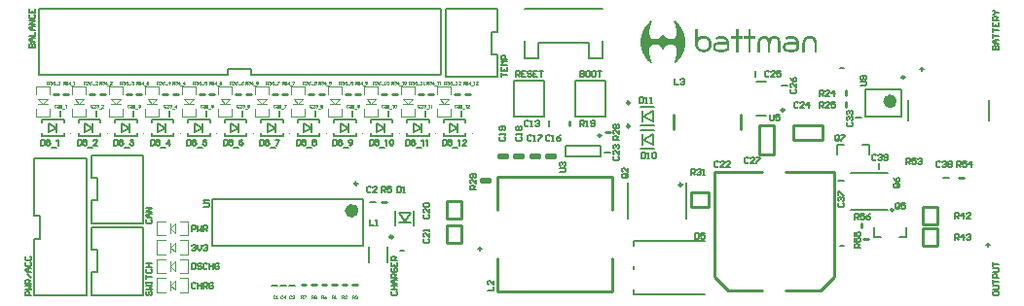
<source format=gto>
G04 Layer_Color=65535*
%FSAX25Y25*%
%MOIN*%
G70*
G01*
G75*
%ADD49C,0.01000*%
%ADD91C,0.00984*%
%ADD92C,0.02362*%
%ADD93C,0.00394*%
%ADD94C,0.00787*%
%ADD95C,0.00800*%
%ADD96C,0.00799*%
%ADD97C,0.00500*%
%ADD98C,0.00300*%
G36*
X0777236Y0628482D02*
X0778687D01*
Y0628391D01*
Y0627601D01*
X0777236D01*
Y0623000D01*
X0776341D01*
Y0627601D01*
X0774890D01*
Y0628482D01*
X0776341D01*
Y0630893D01*
X0777236D01*
Y0628482D01*
D02*
G37*
G36*
X0781486D02*
X0782938D01*
Y0628391D01*
Y0627601D01*
X0781486D01*
Y0623000D01*
X0780592D01*
Y0627601D01*
X0779141D01*
Y0628482D01*
X0780592D01*
Y0630893D01*
X0781486D01*
Y0628482D01*
D02*
G37*
G36*
X0795522Y0628547D02*
X0795639Y0628534D01*
X0795768Y0628521D01*
X0795911Y0628495D01*
X0796066Y0628469D01*
X0796390Y0628378D01*
X0796572Y0628314D01*
X0796740Y0628249D01*
X0796909Y0628158D01*
X0797077Y0628054D01*
X0797233Y0627938D01*
X0797375Y0627808D01*
X0797388Y0627795D01*
X0797401Y0627769D01*
X0797440Y0627730D01*
X0797492Y0627679D01*
X0797544Y0627601D01*
X0797609Y0627510D01*
X0797673Y0627393D01*
X0797751Y0627277D01*
X0797816Y0627134D01*
X0797881Y0626979D01*
X0797946Y0626810D01*
X0797997Y0626629D01*
X0798049Y0626434D01*
X0798088Y0626227D01*
X0798101Y0625994D01*
X0798114Y0625761D01*
Y0624568D01*
Y0624555D01*
Y0624542D01*
Y0624490D01*
X0798101Y0624439D01*
X0798088Y0624374D01*
X0798075Y0624296D01*
X0798023Y0624102D01*
Y0624089D01*
X0798010Y0624050D01*
X0797985Y0623998D01*
X0797946Y0623933D01*
X0797894Y0623842D01*
X0797829Y0623752D01*
X0797738Y0623661D01*
X0797635Y0623557D01*
X0797622Y0623544D01*
X0797583Y0623518D01*
X0797505Y0623467D01*
X0797414Y0623402D01*
X0797298Y0623337D01*
X0797142Y0623272D01*
X0796974Y0623194D01*
X0796779Y0623130D01*
X0796753Y0623117D01*
X0796675Y0623104D01*
X0796559Y0623078D01*
X0796390Y0623052D01*
X0796183Y0623013D01*
X0795924Y0622987D01*
X0795639Y0622974D01*
X0795302Y0622961D01*
X0795069D01*
X0794978Y0622974D01*
X0794770Y0622987D01*
X0794524Y0623000D01*
X0794278Y0623039D01*
X0794032Y0623078D01*
X0793811Y0623130D01*
X0793785Y0623143D01*
X0793721Y0623155D01*
X0793617Y0623194D01*
X0793500Y0623246D01*
X0793358Y0623311D01*
X0793215Y0623376D01*
X0793073Y0623467D01*
X0792956Y0623557D01*
X0792943Y0623570D01*
X0792904Y0623609D01*
X0792852Y0623661D01*
X0792801Y0623726D01*
X0792736Y0623804D01*
X0792671Y0623894D01*
X0792606Y0623998D01*
X0792567Y0624102D01*
Y0624115D01*
X0792554Y0624153D01*
X0792541Y0624205D01*
X0792528Y0624270D01*
X0792502Y0624426D01*
X0792489Y0624568D01*
Y0624581D01*
Y0624594D01*
Y0624672D01*
X0792502Y0624789D01*
X0792515Y0624931D01*
X0792541Y0625087D01*
X0792567Y0625242D01*
X0792619Y0625411D01*
X0792684Y0625553D01*
X0792697Y0625566D01*
X0792723Y0625618D01*
X0792762Y0625683D01*
X0792826Y0625761D01*
X0792904Y0625851D01*
X0793008Y0625942D01*
X0793112Y0626033D01*
X0793228Y0626110D01*
X0793241Y0626123D01*
X0793293Y0626136D01*
X0793358Y0626175D01*
X0793448Y0626214D01*
X0793565Y0626253D01*
X0793695Y0626292D01*
X0793850Y0626318D01*
X0794006Y0626344D01*
X0794032D01*
X0794083Y0626357D01*
X0794174D01*
X0794291Y0626370D01*
X0794433Y0626383D01*
X0794602D01*
X0794770Y0626396D01*
X0797168D01*
Y0626408D01*
Y0626421D01*
X0797142Y0626486D01*
X0797103Y0626590D01*
X0797051Y0626720D01*
X0796961Y0626875D01*
X0796857Y0627031D01*
X0796727Y0627173D01*
X0796572Y0627316D01*
X0796546Y0627329D01*
X0796481Y0627367D01*
X0796377Y0627432D01*
X0796235Y0627497D01*
X0796053Y0627549D01*
X0795846Y0627614D01*
X0795587Y0627653D01*
X0795302Y0627666D01*
X0795159D01*
X0795094Y0627653D01*
X0795017Y0627640D01*
X0794822Y0627614D01*
X0794602Y0627562D01*
X0794369Y0627497D01*
X0794135Y0627393D01*
X0793902Y0627264D01*
X0793397Y0627925D01*
X0793410Y0627938D01*
X0793435Y0627951D01*
X0793474Y0627990D01*
X0793539Y0628028D01*
X0793604Y0628067D01*
X0793695Y0628132D01*
X0793798Y0628184D01*
X0793928Y0628249D01*
X0794058Y0628301D01*
X0794200Y0628365D01*
X0794524Y0628456D01*
X0794887Y0628534D01*
X0795094Y0628547D01*
X0795302Y0628560D01*
X0795431D01*
X0795522Y0628547D01*
D02*
G37*
G36*
X0763394Y0627821D02*
X0763407Y0627834D01*
X0763433Y0627873D01*
X0763485Y0627938D01*
X0763550Y0628003D01*
X0763653Y0628093D01*
X0763770Y0628171D01*
X0763926Y0628262D01*
X0764107Y0628339D01*
X0764133Y0628352D01*
X0764198Y0628378D01*
X0764314Y0628404D01*
X0764457Y0628443D01*
X0764638Y0628482D01*
X0764846Y0628521D01*
X0765066Y0628534D01*
X0765312Y0628547D01*
X0765442D01*
X0765533Y0628534D01*
X0765636Y0628521D01*
X0765766Y0628508D01*
X0765908Y0628482D01*
X0766064Y0628456D01*
X0766401Y0628365D01*
X0766569Y0628314D01*
X0766738Y0628236D01*
X0766906Y0628145D01*
X0767075Y0628054D01*
X0767230Y0627938D01*
X0767373Y0627808D01*
X0767386Y0627795D01*
X0767399Y0627769D01*
X0767438Y0627730D01*
X0767490Y0627679D01*
X0767541Y0627601D01*
X0767606Y0627510D01*
X0767671Y0627393D01*
X0767749Y0627277D01*
X0767814Y0627134D01*
X0767878Y0626979D01*
X0767943Y0626810D01*
X0767995Y0626629D01*
X0768047Y0626434D01*
X0768086Y0626214D01*
X0768099Y0625994D01*
X0768112Y0625747D01*
Y0625735D01*
Y0625696D01*
Y0625618D01*
X0768099Y0625527D01*
X0768086Y0625423D01*
X0768073Y0625294D01*
X0768047Y0625151D01*
X0768021Y0624996D01*
X0767930Y0624659D01*
X0767878Y0624490D01*
X0767801Y0624322D01*
X0767710Y0624153D01*
X0767619Y0623985D01*
X0767503Y0623829D01*
X0767373Y0623687D01*
X0767360Y0623674D01*
X0767334Y0623661D01*
X0767295Y0623622D01*
X0767243Y0623570D01*
X0767166Y0623518D01*
X0767075Y0623454D01*
X0766958Y0623389D01*
X0766842Y0623324D01*
X0766699Y0623259D01*
X0766543Y0623194D01*
X0766375Y0623130D01*
X0766194Y0623078D01*
X0765999Y0623026D01*
X0765779Y0622987D01*
X0765559Y0622974D01*
X0765312Y0622961D01*
X0765183D01*
X0765092Y0622974D01*
X0764975Y0622987D01*
X0764846Y0623000D01*
X0764703Y0623026D01*
X0764548Y0623052D01*
X0764224Y0623143D01*
X0763874Y0623272D01*
X0763705Y0623350D01*
X0763537Y0623454D01*
X0763381Y0623557D01*
X0763239Y0623687D01*
X0763226Y0623700D01*
X0763213Y0623726D01*
X0763174Y0623765D01*
X0763122Y0623829D01*
X0763070Y0623894D01*
X0763005Y0623985D01*
X0762941Y0624102D01*
X0762876Y0624218D01*
X0762798Y0624361D01*
X0762733Y0624516D01*
X0762669Y0624685D01*
X0762617Y0624866D01*
X0762565Y0625061D01*
X0762526Y0625281D01*
X0762513Y0625501D01*
X0762500Y0625747D01*
Y0630880D01*
X0763394D01*
Y0627821D01*
D02*
G37*
G36*
X0771598Y0628547D02*
X0771715Y0628534D01*
X0771844Y0628521D01*
X0771987Y0628495D01*
X0772142Y0628469D01*
X0772466Y0628378D01*
X0772648Y0628314D01*
X0772816Y0628249D01*
X0772985Y0628158D01*
X0773153Y0628054D01*
X0773309Y0627938D01*
X0773451Y0627808D01*
X0773464Y0627795D01*
X0773477Y0627769D01*
X0773516Y0627730D01*
X0773568Y0627679D01*
X0773620Y0627601D01*
X0773685Y0627510D01*
X0773749Y0627393D01*
X0773827Y0627277D01*
X0773892Y0627134D01*
X0773957Y0626979D01*
X0774021Y0626810D01*
X0774073Y0626629D01*
X0774125Y0626434D01*
X0774164Y0626227D01*
X0774177Y0625994D01*
X0774190Y0625761D01*
Y0624568D01*
Y0624555D01*
Y0624542D01*
Y0624490D01*
X0774177Y0624439D01*
X0774164Y0624374D01*
X0774151Y0624296D01*
X0774099Y0624102D01*
Y0624089D01*
X0774086Y0624050D01*
X0774060Y0623998D01*
X0774021Y0623933D01*
X0773970Y0623842D01*
X0773905Y0623752D01*
X0773814Y0623661D01*
X0773710Y0623557D01*
X0773697Y0623544D01*
X0773659Y0623518D01*
X0773581Y0623467D01*
X0773490Y0623402D01*
X0773373Y0623337D01*
X0773218Y0623272D01*
X0773049Y0623194D01*
X0772855Y0623130D01*
X0772829Y0623117D01*
X0772751Y0623104D01*
X0772635Y0623078D01*
X0772466Y0623052D01*
X0772259Y0623013D01*
X0772000Y0622987D01*
X0771715Y0622974D01*
X0771378Y0622961D01*
X0771144D01*
X0771054Y0622974D01*
X0770846Y0622987D01*
X0770600Y0623000D01*
X0770354Y0623039D01*
X0770108Y0623078D01*
X0769887Y0623130D01*
X0769861Y0623143D01*
X0769797Y0623155D01*
X0769693Y0623194D01*
X0769576Y0623246D01*
X0769434Y0623311D01*
X0769291Y0623376D01*
X0769148Y0623467D01*
X0769032Y0623557D01*
X0769019Y0623570D01*
X0768980Y0623609D01*
X0768928Y0623661D01*
X0768876Y0623726D01*
X0768812Y0623804D01*
X0768747Y0623894D01*
X0768682Y0623998D01*
X0768643Y0624102D01*
Y0624115D01*
X0768630Y0624153D01*
X0768617Y0624205D01*
X0768604Y0624270D01*
X0768578Y0624426D01*
X0768565Y0624568D01*
Y0624581D01*
Y0624594D01*
Y0624672D01*
X0768578Y0624789D01*
X0768591Y0624931D01*
X0768617Y0625087D01*
X0768643Y0625242D01*
X0768695Y0625411D01*
X0768760Y0625553D01*
X0768773Y0625566D01*
X0768799Y0625618D01*
X0768837Y0625683D01*
X0768902Y0625761D01*
X0768980Y0625851D01*
X0769084Y0625942D01*
X0769187Y0626033D01*
X0769304Y0626110D01*
X0769317Y0626123D01*
X0769369Y0626136D01*
X0769434Y0626175D01*
X0769524Y0626214D01*
X0769641Y0626253D01*
X0769771Y0626292D01*
X0769926Y0626318D01*
X0770082Y0626344D01*
X0770108D01*
X0770159Y0626357D01*
X0770250D01*
X0770367Y0626370D01*
X0770509Y0626383D01*
X0770678D01*
X0770846Y0626396D01*
X0773244D01*
Y0626408D01*
Y0626421D01*
X0773218Y0626486D01*
X0773179Y0626590D01*
X0773127Y0626720D01*
X0773036Y0626875D01*
X0772933Y0627031D01*
X0772803Y0627173D01*
X0772648Y0627316D01*
X0772622Y0627329D01*
X0772557Y0627367D01*
X0772453Y0627432D01*
X0772311Y0627497D01*
X0772129Y0627549D01*
X0771922Y0627614D01*
X0771663Y0627653D01*
X0771378Y0627666D01*
X0771235D01*
X0771170Y0627653D01*
X0771093Y0627640D01*
X0770898Y0627614D01*
X0770678Y0627562D01*
X0770444Y0627497D01*
X0770211Y0627393D01*
X0769978Y0627264D01*
X0769473Y0627925D01*
X0769485Y0627938D01*
X0769511Y0627951D01*
X0769550Y0627990D01*
X0769615Y0628028D01*
X0769680Y0628067D01*
X0769771Y0628132D01*
X0769874Y0628184D01*
X0770004Y0628249D01*
X0770133Y0628301D01*
X0770276Y0628365D01*
X0770600Y0628456D01*
X0770963Y0628534D01*
X0771170Y0628547D01*
X0771378Y0628560D01*
X0771507D01*
X0771598Y0628547D01*
D02*
G37*
G36*
X0801898Y0628534D02*
X0801989Y0628521D01*
X0802106Y0628508D01*
X0802365Y0628456D01*
X0802663Y0628365D01*
X0802819Y0628301D01*
X0802961Y0628236D01*
X0803117Y0628145D01*
X0803259Y0628041D01*
X0803402Y0627925D01*
X0803531Y0627795D01*
X0803544Y0627782D01*
X0803557Y0627756D01*
X0803596Y0627717D01*
X0803635Y0627666D01*
X0803687Y0627588D01*
X0803739Y0627497D01*
X0803804Y0627381D01*
X0803868Y0627264D01*
X0803920Y0627121D01*
X0803985Y0626966D01*
X0804037Y0626797D01*
X0804089Y0626616D01*
X0804128Y0626421D01*
X0804166Y0626214D01*
X0804179Y0625981D01*
X0804192Y0625747D01*
Y0623000D01*
X0803298D01*
Y0625747D01*
Y0625761D01*
Y0625786D01*
Y0625838D01*
Y0625903D01*
X0803285Y0625981D01*
X0803272Y0626072D01*
X0803246Y0626279D01*
X0803194Y0626512D01*
X0803130Y0626745D01*
X0803026Y0626966D01*
X0802883Y0627173D01*
X0802870Y0627199D01*
X0802806Y0627251D01*
X0802715Y0627329D01*
X0802585Y0627419D01*
X0802417Y0627510D01*
X0802222Y0627588D01*
X0801976Y0627640D01*
X0801704Y0627666D01*
X0801626D01*
X0801574Y0627653D01*
X0801432Y0627640D01*
X0801263Y0627601D01*
X0801069Y0627549D01*
X0800862Y0627458D01*
X0800667Y0627342D01*
X0800499Y0627173D01*
X0800486Y0627147D01*
X0800434Y0627082D01*
X0800369Y0626966D01*
X0800304Y0626810D01*
X0800227Y0626616D01*
X0800162Y0626370D01*
X0800110Y0626085D01*
X0800097Y0625747D01*
Y0623000D01*
X0799203D01*
Y0625747D01*
Y0625761D01*
Y0625799D01*
Y0625877D01*
X0799216Y0625968D01*
X0799229Y0626072D01*
X0799242Y0626201D01*
X0799255Y0626344D01*
X0799281Y0626499D01*
X0799358Y0626823D01*
X0799475Y0627160D01*
X0799553Y0627329D01*
X0799643Y0627497D01*
X0799734Y0627653D01*
X0799851Y0627795D01*
X0799864Y0627808D01*
X0799877Y0627834D01*
X0799916Y0627860D01*
X0799967Y0627912D01*
X0800045Y0627964D01*
X0800123Y0628028D01*
X0800214Y0628106D01*
X0800330Y0628171D01*
X0800460Y0628236D01*
X0800589Y0628314D01*
X0800745Y0628378D01*
X0800913Y0628430D01*
X0801095Y0628482D01*
X0801276Y0628521D01*
X0801484Y0628534D01*
X0801704Y0628547D01*
X0801821D01*
X0801898Y0628534D01*
D02*
G37*
G36*
X0789729D02*
X0789820Y0628521D01*
X0789923Y0628508D01*
X0790157Y0628456D01*
X0790416Y0628365D01*
X0790558Y0628301D01*
X0790688Y0628236D01*
X0790831Y0628145D01*
X0790960Y0628041D01*
X0791077Y0627925D01*
X0791193Y0627795D01*
X0791206Y0627782D01*
X0791219Y0627756D01*
X0791245Y0627717D01*
X0791284Y0627653D01*
X0791323Y0627588D01*
X0791375Y0627484D01*
X0791427Y0627381D01*
X0791492Y0627264D01*
X0791543Y0627121D01*
X0791595Y0626966D01*
X0791647Y0626797D01*
X0791686Y0626616D01*
X0791725Y0626421D01*
X0791751Y0626214D01*
X0791777Y0625981D01*
Y0625747D01*
Y0623000D01*
X0790895D01*
Y0625747D01*
Y0625761D01*
Y0625799D01*
Y0625851D01*
Y0625916D01*
X0790882Y0626007D01*
X0790869Y0626110D01*
X0790843Y0626344D01*
Y0626357D01*
X0790831Y0626408D01*
X0790818Y0626473D01*
X0790805Y0626551D01*
X0790779Y0626655D01*
X0790740Y0626758D01*
X0790649Y0626979D01*
Y0626992D01*
X0790623Y0627031D01*
X0790584Y0627082D01*
X0790545Y0627147D01*
X0790416Y0627316D01*
X0790247Y0627471D01*
X0790234Y0627484D01*
X0790196Y0627497D01*
X0790144Y0627536D01*
X0790066Y0627575D01*
X0789962Y0627601D01*
X0789846Y0627640D01*
X0789716Y0627653D01*
X0789561Y0627666D01*
X0789496D01*
X0789418Y0627653D01*
X0789314Y0627640D01*
X0789211Y0627614D01*
X0789094Y0627588D01*
X0788977Y0627536D01*
X0788874Y0627471D01*
X0788861Y0627458D01*
X0788835Y0627432D01*
X0788783Y0627393D01*
X0788731Y0627342D01*
X0788666Y0627264D01*
X0788601Y0627186D01*
X0788472Y0626979D01*
Y0626966D01*
X0788446Y0626927D01*
X0788420Y0626875D01*
X0788394Y0626797D01*
X0788368Y0626707D01*
X0788329Y0626603D01*
X0788277Y0626357D01*
Y0626344D01*
X0788265Y0626305D01*
Y0626240D01*
X0788251Y0626149D01*
X0788239Y0625955D01*
X0788226Y0625747D01*
Y0623000D01*
X0787331D01*
Y0625747D01*
Y0625761D01*
Y0625799D01*
Y0625851D01*
Y0625916D01*
X0787318Y0626007D01*
X0787305Y0626110D01*
X0787280Y0626344D01*
Y0626357D01*
X0787267Y0626408D01*
X0787254Y0626473D01*
X0787241Y0626551D01*
X0787215Y0626655D01*
X0787176Y0626758D01*
X0787085Y0626979D01*
Y0626992D01*
X0787059Y0627031D01*
X0787033Y0627082D01*
X0786994Y0627147D01*
X0786865Y0627316D01*
X0786696Y0627471D01*
X0786683Y0627484D01*
X0786645Y0627497D01*
X0786593Y0627536D01*
X0786515Y0627575D01*
X0786411Y0627601D01*
X0786295Y0627640D01*
X0786165Y0627653D01*
X0786009Y0627666D01*
X0785945D01*
X0785867Y0627653D01*
X0785763Y0627640D01*
X0785660Y0627614D01*
X0785543Y0627588D01*
X0785426Y0627536D01*
X0785323Y0627471D01*
X0785310Y0627458D01*
X0785284Y0627432D01*
X0785232Y0627393D01*
X0785180Y0627342D01*
X0785115Y0627264D01*
X0785050Y0627186D01*
X0784921Y0626979D01*
Y0626966D01*
X0784895Y0626927D01*
X0784869Y0626875D01*
X0784843Y0626797D01*
X0784817Y0626707D01*
X0784778Y0626603D01*
X0784726Y0626357D01*
Y0626344D01*
X0784713Y0626305D01*
Y0626240D01*
X0784700Y0626149D01*
X0784688Y0625955D01*
X0784675Y0625747D01*
Y0623000D01*
X0783780D01*
Y0625747D01*
Y0625761D01*
Y0625799D01*
Y0625877D01*
X0783793Y0625968D01*
Y0626072D01*
X0783806Y0626201D01*
X0783832Y0626344D01*
X0783858Y0626499D01*
X0783923Y0626823D01*
X0784027Y0627160D01*
X0784169Y0627497D01*
X0784260Y0627653D01*
X0784364Y0627795D01*
X0784376Y0627808D01*
X0784389Y0627834D01*
X0784428Y0627860D01*
X0784467Y0627912D01*
X0784532Y0627964D01*
X0784610Y0628028D01*
X0784791Y0628171D01*
X0785024Y0628314D01*
X0785310Y0628430D01*
X0785465Y0628482D01*
X0785634Y0628521D01*
X0785815Y0628534D01*
X0786009Y0628547D01*
X0786113D01*
X0786243Y0628534D01*
X0786398Y0628508D01*
X0786567Y0628482D01*
X0786748Y0628430D01*
X0786943Y0628352D01*
X0787124Y0628262D01*
X0787150Y0628249D01*
X0787202Y0628210D01*
X0787280Y0628145D01*
X0787383Y0628054D01*
X0787487Y0627951D01*
X0787591Y0627821D01*
X0787694Y0627666D01*
X0787772Y0627497D01*
X0787785Y0627523D01*
X0787811Y0627575D01*
X0787863Y0627666D01*
X0787927Y0627769D01*
X0788018Y0627899D01*
X0788135Y0628028D01*
X0788277Y0628145D01*
X0788433Y0628262D01*
X0788459Y0628275D01*
X0788524Y0628301D01*
X0788614Y0628352D01*
X0788757Y0628404D01*
X0788925Y0628456D01*
X0789107Y0628508D01*
X0789327Y0628534D01*
X0789561Y0628547D01*
X0789664D01*
X0789729Y0628534D01*
D02*
G37*
G36*
X0747530Y0633915D02*
X0747682Y0633632D01*
X0747679Y0633623D01*
Y0633623D01*
X0747679Y0633623D01*
X0747583Y0633361D01*
X0747583Y0633361D01*
X0747583Y0633361D01*
X0747521Y0633183D01*
X0747521Y0633183D01*
X0747521Y0633183D01*
X0747485Y0633077D01*
Y0633077D01*
X0747485Y0633077D01*
X0747457Y0632994D01*
Y0632994D01*
X0747457Y0632994D01*
X0747432Y0632917D01*
Y0632917D01*
X0747432Y0632917D01*
X0747409Y0632848D01*
Y0632848D01*
X0747409Y0632848D01*
X0747390Y0632787D01*
Y0632787D01*
X0747390Y0632787D01*
X0747370Y0632725D01*
Y0632725D01*
X0747370Y0632725D01*
X0747353Y0632671D01*
Y0632671D01*
X0747353Y0632671D01*
X0747336Y0632616D01*
Y0632616D01*
X0747336Y0632616D01*
X0747319Y0632561D01*
Y0632561D01*
X0747319Y0632561D01*
X0747305Y0632515D01*
Y0632515D01*
X0747305Y0632515D01*
X0747291Y0632469D01*
Y0632469D01*
X0747291Y0632469D01*
X0747277Y0632422D01*
Y0632422D01*
X0747277Y0632422D01*
X0747264Y0632375D01*
Y0632375D01*
X0747264Y0632375D01*
X0747250Y0632327D01*
X0747250Y0632327D01*
X0747250Y0632327D01*
X0747236Y0632280D01*
X0747236Y0632280D01*
X0747236Y0632280D01*
X0747225Y0632241D01*
Y0632241D01*
X0747225Y0632241D01*
X0747214Y0632203D01*
Y0632203D01*
X0747214Y0632203D01*
X0747203Y0632164D01*
Y0632164D01*
X0747203Y0632164D01*
X0747193Y0632125D01*
Y0632125D01*
X0747193Y0632125D01*
X0747182Y0632086D01*
Y0632086D01*
X0747182Y0632086D01*
X0747171Y0632047D01*
Y0632047D01*
X0747171Y0632047D01*
X0747161Y0632008D01*
Y0632008D01*
X0747161Y0632008D01*
X0747150Y0631968D01*
Y0631968D01*
X0747150Y0631968D01*
X0747140Y0631928D01*
Y0631928D01*
X0747140Y0631928D01*
X0747129Y0631889D01*
X0747129Y0631889D01*
X0747129Y0631889D01*
X0747119Y0631849D01*
Y0631849D01*
X0747119Y0631849D01*
X0747109Y0631809D01*
X0747109Y0631809D01*
X0747109Y0631809D01*
X0747099Y0631769D01*
X0747099Y0631769D01*
X0747099Y0631769D01*
X0747089Y0631728D01*
X0747089Y0631728D01*
X0747089Y0631728D01*
X0747082Y0631698D01*
Y0631698D01*
X0747082Y0631698D01*
X0747074Y0631668D01*
X0747074Y0631668D01*
X0747074Y0631668D01*
X0747067Y0631637D01*
Y0631637D01*
X0747067Y0631637D01*
X0747060Y0631607D01*
X0747060Y0631607D01*
X0747060Y0631607D01*
X0747053Y0631576D01*
Y0631576D01*
X0747053Y0631576D01*
X0747046Y0631546D01*
Y0631546D01*
X0747046Y0631546D01*
X0747039Y0631515D01*
Y0631515D01*
X0747039Y0631515D01*
X0747031Y0631485D01*
X0747031Y0631485D01*
X0747031Y0631485D01*
X0747025Y0631454D01*
Y0631454D01*
X0747025Y0631454D01*
X0747018Y0631423D01*
X0747018Y0631423D01*
X0747018Y0631423D01*
X0747011Y0631393D01*
X0747011Y0631393D01*
X0747011Y0631393D01*
X0747004Y0631362D01*
X0747004Y0631362D01*
X0747004Y0631362D01*
X0746998Y0631331D01*
X0746998Y0631331D01*
X0746998Y0631331D01*
X0746991Y0631300D01*
X0746991Y0631300D01*
X0746991Y0631300D01*
X0746985Y0631269D01*
X0746985Y0631269D01*
X0746985Y0631269D01*
X0746978Y0631239D01*
Y0631239D01*
X0746978Y0631238D01*
X0746972Y0631208D01*
X0746972Y0631208D01*
X0746972Y0631208D01*
X0746966Y0631177D01*
X0746966Y0631177D01*
X0746966Y0631177D01*
X0746960Y0631146D01*
Y0631146D01*
X0746960Y0631146D01*
X0746954Y0631115D01*
Y0631115D01*
X0746954Y0631115D01*
X0746948Y0631084D01*
Y0631084D01*
X0746948Y0631084D01*
X0746942Y0631053D01*
Y0631053D01*
X0746942Y0631053D01*
X0746936Y0631022D01*
Y0631022D01*
X0746936Y0631022D01*
X0746931Y0630991D01*
Y0630991D01*
X0746931Y0630991D01*
X0746925Y0630960D01*
X0746925Y0630960D01*
X0746925Y0630960D01*
X0746920Y0630929D01*
X0746920Y0630929D01*
X0746920Y0630929D01*
X0746914Y0630898D01*
X0746914Y0630898D01*
X0746914Y0630898D01*
X0746909Y0630866D01*
X0746909Y0630866D01*
X0746909Y0630866D01*
X0746904Y0630835D01*
X0746904Y0630835D01*
X0746904Y0630835D01*
X0746899Y0630804D01*
X0746899Y0630804D01*
X0746899Y0630804D01*
X0746894Y0630773D01*
Y0630773D01*
X0746894Y0630773D01*
X0746889Y0630742D01*
Y0630742D01*
X0746889Y0630742D01*
X0746884Y0630711D01*
X0746884Y0630711D01*
X0746884Y0630711D01*
X0746879Y0630680D01*
X0746879Y0630680D01*
X0746879Y0630680D01*
X0746875Y0630649D01*
X0746875Y0630649D01*
X0746875Y0630649D01*
X0746871Y0630618D01*
X0746871Y0630618D01*
X0746871Y0630618D01*
X0746866Y0630588D01*
X0746866Y0630587D01*
X0746866Y0630587D01*
X0746863Y0630567D01*
X0746864Y0630567D01*
X0746863Y0630567D01*
X0746861Y0630546D01*
X0746861Y0630546D01*
X0746861Y0630546D01*
X0746858Y0630526D01*
X0746858Y0630526D01*
X0746858Y0630526D01*
X0746855Y0630505D01*
Y0630505D01*
X0746855Y0630505D01*
X0746853Y0630485D01*
X0746853Y0630485D01*
X0746853Y0630485D01*
X0746850Y0630464D01*
Y0630464D01*
Y0630464D01*
X0746848Y0630443D01*
X0746848Y0630443D01*
X0746848Y0630443D01*
X0746845Y0630423D01*
X0746845Y0630423D01*
X0746845Y0630423D01*
X0746843Y0630403D01*
X0746843Y0630403D01*
X0746843Y0630402D01*
X0746841Y0630382D01*
X0746841Y0630382D01*
X0746841Y0630382D01*
X0746838Y0630362D01*
Y0630362D01*
Y0630362D01*
X0746836Y0630341D01*
X0746836Y0630341D01*
X0746836Y0630341D01*
X0746834Y0630321D01*
X0746834Y0630321D01*
X0746834Y0630321D01*
X0746832Y0630300D01*
X0746832Y0630300D01*
X0746832Y0630300D01*
X0746830Y0630280D01*
X0746830Y0630280D01*
X0746830Y0630280D01*
X0746828Y0630259D01*
X0746828Y0630259D01*
X0746828Y0630259D01*
X0746826Y0630239D01*
Y0630239D01*
X0746826Y0630239D01*
X0746824Y0630219D01*
X0746824Y0630219D01*
X0746824Y0630219D01*
X0746822Y0630198D01*
X0746822Y0630198D01*
X0746822Y0630198D01*
X0746820Y0630178D01*
X0746820Y0630178D01*
X0746820Y0630178D01*
X0746819Y0630158D01*
X0746819Y0630158D01*
X0746819Y0630158D01*
X0746817Y0630138D01*
X0746817Y0630138D01*
X0746817Y0630137D01*
X0746816Y0630117D01*
X0746816Y0630117D01*
X0746816Y0630117D01*
X0746814Y0630097D01*
Y0630097D01*
Y0630097D01*
X0746813Y0630077D01*
X0746813Y0630077D01*
X0746813Y0630077D01*
X0746811Y0630057D01*
X0746811Y0630057D01*
X0746811Y0630057D01*
X0746810Y0630037D01*
X0746810Y0630037D01*
X0746810Y0630037D01*
X0746809Y0630017D01*
X0746809Y0630017D01*
X0746809Y0630017D01*
X0746808Y0629997D01*
X0746808Y0629997D01*
X0746808Y0629996D01*
X0746806Y0629977D01*
X0746806Y0629977D01*
X0746806Y0629977D01*
X0746806Y0629958D01*
X0746805Y0629956D01*
X0746805Y0629956D01*
X0746775Y0629680D01*
X0746774Y0629668D01*
X0746775Y0629660D01*
X0746806Y0629393D01*
X0746806Y0629392D01*
X0746807Y0629374D01*
X0746807Y0629373D01*
X0746807Y0629373D01*
X0746808Y0629355D01*
X0746808Y0629355D01*
X0746808Y0629355D01*
X0746809Y0629336D01*
X0746809Y0629336D01*
X0746809Y0629336D01*
X0746811Y0629317D01*
X0746811Y0629317D01*
X0746811Y0629317D01*
X0746812Y0629299D01*
X0746812Y0629299D01*
X0746812Y0629299D01*
X0746814Y0629280D01*
X0746814Y0629280D01*
X0746814Y0629280D01*
X0746815Y0629262D01*
X0746815Y0629262D01*
X0746815Y0629262D01*
X0746817Y0629243D01*
X0746817Y0629243D01*
X0746817Y0629243D01*
X0746819Y0629225D01*
X0746819Y0629225D01*
X0746819Y0629225D01*
X0746821Y0629207D01*
X0746821Y0629207D01*
X0746821Y0629207D01*
X0746823Y0629188D01*
X0746823Y0629188D01*
X0746823Y0629188D01*
X0746825Y0629170D01*
X0746825Y0629170D01*
X0746825Y0629170D01*
X0746827Y0629152D01*
X0746827Y0629152D01*
X0746827Y0629152D01*
X0746829Y0629134D01*
X0746829Y0629134D01*
X0746829Y0629134D01*
X0746831Y0629116D01*
X0746831Y0629116D01*
X0746831Y0629116D01*
X0746834Y0629098D01*
X0746834Y0629098D01*
X0746834Y0629098D01*
X0746836Y0629080D01*
X0746836Y0629080D01*
X0746836Y0629080D01*
X0746839Y0629062D01*
X0746839Y0629062D01*
X0746839Y0629062D01*
X0746841Y0629044D01*
X0746841Y0629044D01*
X0746841Y0629044D01*
X0746844Y0629026D01*
X0746844Y0629026D01*
X0746844Y0629026D01*
X0746847Y0629009D01*
X0746847Y0629009D01*
X0746847Y0629009D01*
X0746850Y0628991D01*
X0746850Y0628991D01*
X0746850Y0628991D01*
X0746853Y0628974D01*
X0746853Y0628973D01*
X0746853Y0628973D01*
X0746856Y0628956D01*
X0746856Y0628956D01*
X0746856Y0628956D01*
X0746859Y0628939D01*
X0746859Y0628939D01*
X0746859Y0628939D01*
X0746862Y0628921D01*
X0746863Y0628921D01*
X0746862Y0628921D01*
X0746866Y0628904D01*
X0746866Y0628904D01*
X0746866Y0628904D01*
X0746869Y0628887D01*
X0746869Y0628887D01*
X0746869Y0628887D01*
X0746873Y0628870D01*
X0746873Y0628870D01*
X0746873Y0628869D01*
X0746876Y0628853D01*
X0746876Y0628853D01*
X0746876Y0628852D01*
X0746880Y0628835D01*
X0746880Y0628835D01*
X0746880Y0628835D01*
X0746884Y0628819D01*
X0746884Y0628819D01*
Y0628819D01*
X0746888Y0628802D01*
X0746888Y0628802D01*
X0746888Y0628802D01*
X0746892Y0628785D01*
X0746892Y0628785D01*
X0746892Y0628785D01*
X0746896Y0628768D01*
X0746896Y0628768D01*
Y0628768D01*
X0746900Y0628752D01*
X0746900Y0628752D01*
Y0628751D01*
X0746905Y0628735D01*
X0746905Y0628735D01*
Y0628735D01*
X0746909Y0628718D01*
X0746909Y0628718D01*
X0746909Y0628718D01*
X0746914Y0628702D01*
X0746914Y0628702D01*
X0746914Y0628702D01*
X0746918Y0628686D01*
X0746918Y0628686D01*
Y0628686D01*
X0746923Y0628669D01*
X0746923Y0628669D01*
X0746923Y0628669D01*
X0746928Y0628653D01*
X0746928Y0628653D01*
X0746928Y0628653D01*
X0746933Y0628637D01*
X0746933Y0628637D01*
Y0628637D01*
X0746938Y0628621D01*
X0746938Y0628621D01*
X0746938Y0628621D01*
X0746943Y0628605D01*
X0746943Y0628605D01*
X0746943Y0628605D01*
X0746948Y0628589D01*
X0746948Y0628589D01*
X0746948Y0628589D01*
X0746953Y0628573D01*
X0746953Y0628573D01*
X0746953Y0628573D01*
X0746959Y0628557D01*
X0746959Y0628557D01*
Y0628557D01*
X0746964Y0628542D01*
X0746964Y0628542D01*
X0746964Y0628542D01*
X0746970Y0628526D01*
X0746970Y0628526D01*
Y0628526D01*
X0746976Y0628511D01*
X0746976Y0628511D01*
Y0628511D01*
X0746981Y0628495D01*
X0746982Y0628495D01*
Y0628495D01*
X0746987Y0628480D01*
X0746987Y0628480D01*
Y0628480D01*
X0746993Y0628465D01*
X0746994Y0628465D01*
Y0628465D01*
X0747000Y0628450D01*
X0747000Y0628449D01*
Y0628449D01*
X0747006Y0628435D01*
X0747006Y0628435D01*
Y0628434D01*
X0747012Y0628419D01*
X0747012Y0628419D01*
Y0628419D01*
X0747019Y0628405D01*
X0747019Y0628405D01*
Y0628405D01*
X0747025Y0628390D01*
X0747025Y0628390D01*
Y0628390D01*
X0747032Y0628375D01*
X0747032Y0628375D01*
X0747032Y0628375D01*
X0747039Y0628361D01*
X0747039Y0628360D01*
X0747039Y0628360D01*
X0747046Y0628346D01*
X0747046Y0628346D01*
Y0628346D01*
X0747053Y0628332D01*
X0747053Y0628331D01*
X0747053Y0628331D01*
X0747060Y0628317D01*
X0747060Y0628317D01*
Y0628317D01*
X0747067Y0628303D01*
X0747067Y0628303D01*
X0747067Y0628303D01*
X0747075Y0628289D01*
X0747075Y0628289D01*
Y0628289D01*
X0747082Y0628275D01*
X0747082Y0628274D01*
X0747082Y0628274D01*
X0747090Y0628261D01*
X0747090Y0628261D01*
Y0628261D01*
X0747097Y0628247D01*
X0747097Y0628247D01*
Y0628247D01*
X0747105Y0628233D01*
X0747105Y0628233D01*
Y0628233D01*
X0747105Y0628233D01*
X0747113Y0628219D01*
X0747113Y0628219D01*
Y0628219D01*
X0747113Y0628219D01*
X0747121Y0628206D01*
X0747121Y0628205D01*
Y0628205D01*
X0747121Y0628205D01*
X0747133Y0628185D01*
X0747133Y0628185D01*
Y0628185D01*
X0747133Y0628185D01*
X0747146Y0628165D01*
X0747146Y0628165D01*
Y0628165D01*
X0747146Y0628165D01*
X0747159Y0628146D01*
X0747159Y0628145D01*
Y0628145D01*
X0747159Y0628145D01*
X0747172Y0628126D01*
X0747313Y0627918D01*
X0747313Y0627918D01*
X0747330Y0627893D01*
X0747332Y0627890D01*
X0747344Y0627882D01*
X0747558Y0627738D01*
X0747559Y0627738D01*
X0747690Y0627651D01*
X0747829Y0627594D01*
X0747830Y0627594D01*
X0747830D01*
X0747830Y0627594D01*
X0747853Y0627584D01*
X0747853Y0627584D01*
X0747854D01*
X0747854Y0627584D01*
X0747869Y0627578D01*
X0747869Y0627578D01*
X0747870D01*
X0747870Y0627578D01*
X0747886Y0627572D01*
X0747886Y0627572D01*
X0747886D01*
X0747886Y0627572D01*
X0747902Y0627566D01*
X0747902Y0627566D01*
X0747902D01*
X0747902Y0627566D01*
X0747919Y0627561D01*
X0747919Y0627561D01*
X0747919D01*
X0747919Y0627561D01*
X0747935Y0627555D01*
X0747935D01*
X0747935Y0627555D01*
X0747952Y0627550D01*
X0747952D01*
X0747952Y0627550D01*
X0747969Y0627544D01*
X0747969Y0627544D01*
X0747969Y0627544D01*
X0747986Y0627539D01*
X0747986Y0627539D01*
X0747986Y0627539D01*
X0748003Y0627534D01*
X0748003Y0627534D01*
X0748003Y0627534D01*
X0748021Y0627529D01*
X0748021Y0627529D01*
X0748021Y0627529D01*
X0748038Y0627525D01*
X0748038Y0627525D01*
X0748038Y0627525D01*
X0748056Y0627520D01*
X0748056Y0627520D01*
X0748056Y0627520D01*
X0748074Y0627516D01*
X0748074Y0627516D01*
X0748074Y0627516D01*
X0748092Y0627512D01*
X0748092Y0627512D01*
X0748092Y0627512D01*
X0748110Y0627507D01*
X0748110Y0627507D01*
X0748110Y0627507D01*
X0748128Y0627503D01*
X0748128Y0627503D01*
X0748128Y0627503D01*
X0748146Y0627500D01*
X0748146Y0627500D01*
X0748146Y0627500D01*
X0748165Y0627496D01*
X0748165Y0627496D01*
X0748165Y0627496D01*
X0748183Y0627493D01*
X0748184Y0627493D01*
X0748184Y0627493D01*
X0748202Y0627489D01*
X0748203Y0627489D01*
X0748203Y0627489D01*
X0748221Y0627486D01*
X0748221Y0627486D01*
X0748221Y0627486D01*
X0748241Y0627483D01*
X0748241Y0627483D01*
X0748241Y0627483D01*
X0748260Y0627480D01*
X0748260Y0627480D01*
X0748260Y0627480D01*
X0748279Y0627478D01*
X0748279Y0627478D01*
X0748279Y0627478D01*
X0748299Y0627475D01*
X0748299Y0627475D01*
X0748299Y0627475D01*
X0748319Y0627472D01*
X0748319Y0627472D01*
X0748319Y0627472D01*
X0748339Y0627470D01*
X0748339Y0627470D01*
X0748339Y0627470D01*
X0748359Y0627468D01*
X0748359Y0627468D01*
X0748359Y0627468D01*
X0748379Y0627466D01*
X0748379Y0627466D01*
X0748379Y0627466D01*
X0748399Y0627464D01*
X0748399Y0627464D01*
X0748399Y0627464D01*
X0748420Y0627463D01*
X0748420Y0627463D01*
X0748420Y0627463D01*
X0748440Y0627461D01*
X0748440Y0627461D01*
X0748440Y0627461D01*
X0748461Y0627460D01*
X0748461Y0627460D01*
X0748461Y0627460D01*
X0748482Y0627459D01*
X0748482Y0627459D01*
X0748482Y0627459D01*
X0748503Y0627458D01*
X0748503Y0627458D01*
X0748503Y0627458D01*
X0748525Y0627457D01*
X0748525Y0627457D01*
X0748525Y0627457D01*
X0748546Y0627457D01*
X0748546Y0627457D01*
X0748546Y0627457D01*
X0748568Y0627456D01*
X0748568Y0627456D01*
X0748568Y0627456D01*
X0748589Y0627456D01*
X0748589Y0627456D01*
X0748590Y0627456D01*
X0748611Y0627456D01*
X0748611Y0627456D01*
X0748611Y0627456D01*
X0748644Y0627456D01*
X0748644Y0627456D01*
X0748645Y0627456D01*
X0748653Y0627456D01*
X0748653Y0627456D01*
X0748653Y0627456D01*
X0748679Y0627456D01*
X0748679Y0627456D01*
X0748679Y0627456D01*
X0748704Y0627457D01*
X0748705Y0627457D01*
X0748705Y0627457D01*
X0748730Y0627457D01*
X0748730Y0627457D01*
X0748730Y0627457D01*
X0748755Y0627458D01*
X0748755Y0627458D01*
X0748755Y0627458D01*
X0748780Y0627459D01*
X0748780Y0627459D01*
X0748780Y0627459D01*
X0748805Y0627460D01*
X0748806Y0627460D01*
X0748806Y0627460D01*
X0748830Y0627461D01*
X0748830Y0627461D01*
X0748830Y0627461D01*
X0748855Y0627463D01*
X0748855Y0627463D01*
X0748855Y0627463D01*
X0748879Y0627464D01*
X0748879Y0627464D01*
X0748879Y0627464D01*
X0748904Y0627466D01*
X0748904Y0627466D01*
X0748904Y0627466D01*
X0748928Y0627467D01*
X0748928Y0627467D01*
X0748928Y0627467D01*
X0748952Y0627469D01*
X0748952Y0627469D01*
X0748952Y0627469D01*
X0748976Y0627471D01*
X0748976Y0627471D01*
X0748976Y0627471D01*
X0749000Y0627473D01*
X0749000Y0627473D01*
X0749000Y0627473D01*
X0749023Y0627476D01*
X0749023Y0627476D01*
X0749023Y0627476D01*
X0749047Y0627478D01*
X0749047Y0627478D01*
X0749047Y0627478D01*
X0749070Y0627480D01*
X0749070Y0627480D01*
X0749070Y0627480D01*
X0749093Y0627483D01*
X0749093Y0627483D01*
X0749093Y0627483D01*
X0749116Y0627486D01*
X0749116Y0627486D01*
X0749116Y0627486D01*
X0749139Y0627489D01*
X0749139Y0627489D01*
X0749139Y0627489D01*
X0749162Y0627492D01*
X0749162Y0627492D01*
X0749162Y0627492D01*
X0749185Y0627495D01*
X0749185Y0627495D01*
X0749185Y0627495D01*
X0749207Y0627498D01*
X0749207Y0627498D01*
X0749207Y0627498D01*
X0749229Y0627501D01*
X0749229Y0627501D01*
X0749229Y0627501D01*
X0749251Y0627505D01*
X0749251Y0627505D01*
X0749251Y0627505D01*
X0749273Y0627508D01*
X0749273Y0627508D01*
X0749273Y0627508D01*
X0749295Y0627512D01*
X0749295Y0627512D01*
X0749295Y0627512D01*
X0749317Y0627516D01*
X0749317Y0627516D01*
X0749317Y0627516D01*
X0749338Y0627520D01*
X0749338Y0627520D01*
X0749338Y0627520D01*
X0749367Y0627525D01*
X0749367Y0627525D01*
X0749367Y0627525D01*
X0749395Y0627531D01*
X0749395Y0627531D01*
X0749395Y0627531D01*
X0749423Y0627537D01*
X0749423Y0627537D01*
X0749423Y0627537D01*
X0749451Y0627543D01*
X0749451Y0627543D01*
X0749451Y0627543D01*
X0749478Y0627549D01*
X0749478Y0627549D01*
X0749478Y0627549D01*
X0749506Y0627555D01*
X0749506Y0627555D01*
X0749506Y0627555D01*
X0749533Y0627562D01*
X0749533Y0627562D01*
X0749533Y0627562D01*
X0749559Y0627569D01*
X0749559Y0627569D01*
X0749559Y0627569D01*
X0749586Y0627576D01*
X0749586Y0627576D01*
X0749586Y0627576D01*
X0749612Y0627583D01*
X0749612Y0627583D01*
X0749612Y0627583D01*
X0749638Y0627591D01*
X0749638Y0627591D01*
X0749638Y0627591D01*
X0749664Y0627598D01*
X0749664Y0627598D01*
X0749664Y0627598D01*
X0749689Y0627606D01*
X0749689Y0627606D01*
X0749689Y0627606D01*
X0749715Y0627614D01*
X0749715Y0627614D01*
X0749715Y0627614D01*
X0749740Y0627622D01*
X0749740Y0627622D01*
X0749740Y0627622D01*
X0749764Y0627630D01*
X0749764Y0627630D01*
X0749765D01*
X0749789Y0627639D01*
X0749789Y0627639D01*
X0749789Y0627639D01*
X0749819Y0627649D01*
X0749819Y0627650D01*
X0749820Y0627650D01*
X0749849Y0627661D01*
X0749849Y0627661D01*
X0749850D01*
X0749879Y0627672D01*
X0749879Y0627672D01*
X0749879D01*
X0749908Y0627684D01*
X0749908Y0627684D01*
X0749908D01*
X0749937Y0627696D01*
X0750023Y0627732D01*
X0750221Y0627815D01*
X0750221Y0627815D01*
X0750233Y0627820D01*
X0750264Y0627844D01*
X0750293Y0627867D01*
X0750412Y0627958D01*
X0750549Y0628063D01*
X0750713Y0628189D01*
X0750725Y0628204D01*
X0750734Y0628217D01*
X0750734D01*
X0750737Y0628220D01*
X0750883Y0628409D01*
X0750914Y0628449D01*
X0750918Y0628455D01*
X0751005Y0628569D01*
X0751009Y0628575D01*
X0751088Y0628716D01*
X0751088Y0628716D01*
Y0628716D01*
X0751089Y0628717D01*
X0751106Y0628748D01*
X0751106Y0628748D01*
Y0628748D01*
X0751106Y0628748D01*
X0751123Y0628780D01*
X0751123Y0628780D01*
X0751129Y0628792D01*
X0751140Y0628812D01*
Y0628812D01*
X0751140Y0628812D01*
X0751156Y0628844D01*
X0751156Y0628844D01*
X0751156Y0628844D01*
X0751171Y0628875D01*
X0751171Y0628876D01*
X0751171Y0628876D01*
X0751186Y0628907D01*
X0751186Y0628907D01*
X0751186Y0628907D01*
X0751200Y0628939D01*
X0751200Y0628939D01*
X0751201Y0628939D01*
X0751214Y0628971D01*
X0751297Y0629034D01*
X0751495Y0629127D01*
X0751506Y0629122D01*
X0751547Y0629094D01*
X0751663Y0628990D01*
X0751676Y0628959D01*
X0751676Y0628959D01*
Y0628959D01*
X0751690Y0628927D01*
X0751690Y0628927D01*
X0751690Y0628927D01*
X0751705Y0628896D01*
X0751705Y0628896D01*
X0751705Y0628895D01*
X0751720Y0628864D01*
X0751720Y0628864D01*
X0751720Y0628864D01*
X0751736Y0628832D01*
X0751736Y0628832D01*
X0751736Y0628832D01*
X0751752Y0628800D01*
X0751752Y0628800D01*
X0751752Y0628800D01*
X0751768Y0628770D01*
X0751769Y0628768D01*
X0751769Y0628768D01*
Y0628768D01*
X0751786Y0628736D01*
X0751786Y0628736D01*
X0751786Y0628736D01*
X0751786Y0628736D01*
X0751806Y0628701D01*
X0751806Y0628700D01*
Y0628700D01*
X0751806Y0628700D01*
X0751827Y0628665D01*
X0751827Y0628665D01*
X0751827Y0628664D01*
X0751891Y0628556D01*
X0751982Y0628436D01*
X0752111Y0628269D01*
X0752111Y0628269D01*
X0752173Y0628189D01*
X0752208Y0628162D01*
X0752334Y0628065D01*
X0752437Y0627985D01*
X0752442Y0627981D01*
X0752644Y0627827D01*
X0752653Y0627820D01*
X0752687Y0627806D01*
X0752926Y0627705D01*
X0752954Y0627693D01*
X0752954D01*
X0752954Y0627693D01*
X0752983Y0627681D01*
X0752983D01*
X0752983Y0627681D01*
X0753012Y0627670D01*
X0753013D01*
X0753013Y0627670D01*
X0753042Y0627659D01*
X0753042D01*
X0753042Y0627658D01*
X0753072Y0627647D01*
X0753072Y0627647D01*
X0753072Y0627647D01*
X0753103Y0627637D01*
X0753103D01*
X0753103Y0627637D01*
X0753127Y0627628D01*
X0753127Y0627628D01*
X0753127Y0627628D01*
X0753152Y0627620D01*
X0753152Y0627620D01*
X0753152Y0627620D01*
X0753177Y0627612D01*
X0753177D01*
X0753177Y0627612D01*
X0753202Y0627604D01*
X0753203D01*
X0753203Y0627604D01*
X0753228Y0627596D01*
X0753228Y0627596D01*
X0753228Y0627596D01*
X0753254Y0627589D01*
X0753254Y0627589D01*
X0753254Y0627589D01*
X0753280Y0627581D01*
X0753280Y0627581D01*
X0753280Y0627581D01*
X0753306Y0627574D01*
X0753306Y0627574D01*
X0753306Y0627574D01*
X0753333Y0627567D01*
X0753333Y0627567D01*
X0753333Y0627567D01*
X0753360Y0627560D01*
X0753360Y0627560D01*
X0753360Y0627560D01*
X0753387Y0627554D01*
X0753387Y0627554D01*
X0753387Y0627554D01*
X0753414Y0627547D01*
X0753414Y0627547D01*
X0753414Y0627547D01*
X0753442Y0627541D01*
X0753442Y0627541D01*
X0753442Y0627541D01*
X0753469Y0627535D01*
X0753469Y0627535D01*
X0753470Y0627535D01*
X0753497Y0627529D01*
X0753498Y0627529D01*
X0753498Y0627529D01*
X0753526Y0627524D01*
X0753526Y0627524D01*
X0753526Y0627524D01*
X0753547Y0627520D01*
X0753547Y0627520D01*
X0753547Y0627520D01*
X0753569Y0627516D01*
X0753569Y0627516D01*
X0753569Y0627516D01*
X0753590Y0627512D01*
X0753590Y0627512D01*
X0753590Y0627512D01*
X0753612Y0627508D01*
X0753612Y0627508D01*
X0753612Y0627508D01*
X0753634Y0627505D01*
X0753634Y0627505D01*
X0753634Y0627505D01*
X0753656Y0627501D01*
X0753656Y0627501D01*
X0753656Y0627501D01*
X0753679Y0627498D01*
X0753679Y0627498D01*
X0753679Y0627498D01*
X0753701Y0627495D01*
X0753701Y0627495D01*
X0753701Y0627495D01*
X0753724Y0627492D01*
X0753724Y0627492D01*
X0753724Y0627492D01*
X0753746Y0627489D01*
X0753746Y0627489D01*
X0753746Y0627489D01*
X0753769Y0627486D01*
X0753769Y0627486D01*
X0753769Y0627486D01*
X0753792Y0627483D01*
X0753792Y0627483D01*
X0753792Y0627483D01*
X0753815Y0627480D01*
X0753815Y0627480D01*
X0753815Y0627480D01*
X0753839Y0627478D01*
X0753839Y0627478D01*
X0753839Y0627478D01*
X0753862Y0627476D01*
X0753862Y0627476D01*
X0753862Y0627476D01*
X0753886Y0627473D01*
X0753886Y0627473D01*
X0753886Y0627473D01*
X0753909Y0627471D01*
X0753909Y0627471D01*
X0753910Y0627471D01*
X0753933Y0627469D01*
X0753933Y0627469D01*
X0753933Y0627469D01*
X0753958Y0627467D01*
X0753958Y0627467D01*
X0753958Y0627467D01*
X0753982Y0627466D01*
X0753982Y0627466D01*
X0753982Y0627466D01*
X0754006Y0627464D01*
X0754006Y0627464D01*
X0754006Y0627464D01*
X0754031Y0627463D01*
X0754031Y0627463D01*
X0754031Y0627463D01*
X0754055Y0627461D01*
X0754055Y0627461D01*
X0754055Y0627461D01*
X0754080Y0627460D01*
X0754080Y0627460D01*
X0754080Y0627460D01*
X0754105Y0627459D01*
X0754105Y0627459D01*
X0754105Y0627459D01*
X0754130Y0627458D01*
X0754130Y0627458D01*
X0754130Y0627458D01*
X0754155Y0627457D01*
X0754156Y0627457D01*
X0754156Y0627457D01*
X0754181Y0627457D01*
X0754181Y0627457D01*
X0754181Y0627457D01*
X0754207Y0627456D01*
X0754207Y0627456D01*
X0754207Y0627456D01*
X0754241Y0627456D01*
X0754241Y0627456D01*
X0754241Y0627456D01*
X0754263Y0627456D01*
X0754263Y0627456D01*
X0754263Y0627456D01*
X0754285Y0627456D01*
X0754285Y0627456D01*
X0754285Y0627456D01*
X0754307Y0627456D01*
X0754307Y0627456D01*
X0754307Y0627456D01*
X0754329Y0627456D01*
X0754329Y0627456D01*
X0754329Y0627456D01*
X0754350Y0627457D01*
X0754350Y0627457D01*
X0754350Y0627457D01*
X0754372Y0627458D01*
X0754372Y0627458D01*
X0754372Y0627458D01*
X0754393Y0627458D01*
X0754393Y0627459D01*
X0754393Y0627459D01*
X0754414Y0627460D01*
X0754414Y0627460D01*
X0754414Y0627460D01*
X0754435Y0627461D01*
X0754435Y0627461D01*
X0754435Y0627461D01*
X0754456Y0627462D01*
X0754456Y0627462D01*
X0754456Y0627462D01*
X0754476Y0627464D01*
X0754476Y0627464D01*
X0754476Y0627464D01*
X0754497Y0627465D01*
X0754497Y0627465D01*
X0754497Y0627465D01*
X0754517Y0627467D01*
X0754517Y0627467D01*
X0754517Y0627467D01*
X0754537Y0627469D01*
X0754537Y0627469D01*
X0754537Y0627469D01*
X0754557Y0627471D01*
X0754557Y0627471D01*
X0754557Y0627471D01*
X0754577Y0627474D01*
X0754577Y0627474D01*
X0754577Y0627474D01*
X0754596Y0627476D01*
X0754597Y0627476D01*
X0754597Y0627476D01*
X0754616Y0627479D01*
X0754616Y0627479D01*
X0754616Y0627479D01*
X0754635Y0627482D01*
X0754635Y0627482D01*
X0754635Y0627482D01*
X0754655Y0627485D01*
X0754655Y0627485D01*
X0754655Y0627485D01*
X0754674Y0627488D01*
X0754674Y0627488D01*
X0754674Y0627488D01*
X0754693Y0627491D01*
X0754693Y0627491D01*
X0754693Y0627491D01*
X0754711Y0627494D01*
X0754711Y0627494D01*
X0754711Y0627494D01*
X0754730Y0627498D01*
X0754730Y0627498D01*
X0754730Y0627498D01*
X0754748Y0627502D01*
X0754748Y0627502D01*
X0754748Y0627502D01*
X0754767Y0627505D01*
X0754767Y0627505D01*
X0754767Y0627505D01*
X0754785Y0627509D01*
X0754785Y0627509D01*
X0754785Y0627509D01*
X0754803Y0627514D01*
X0754803Y0627514D01*
X0754803Y0627514D01*
X0754821Y0627518D01*
X0754821Y0627518D01*
X0754821Y0627518D01*
X0754839Y0627522D01*
X0754839Y0627522D01*
X0754839Y0627522D01*
X0754856Y0627527D01*
X0754856Y0627527D01*
X0754856Y0627527D01*
X0754874Y0627532D01*
X0754874Y0627532D01*
X0754874Y0627532D01*
X0754891Y0627537D01*
X0754891Y0627537D01*
X0754891Y0627537D01*
X0754908Y0627542D01*
X0754908Y0627542D01*
X0754908Y0627542D01*
X0754925Y0627547D01*
X0754925Y0627547D01*
X0754925D01*
X0754938Y0627551D01*
X0754942Y0627552D01*
X0754942Y0627552D01*
X0754942D01*
X0754958Y0627558D01*
X0754959Y0627558D01*
X0754959D01*
X0754959Y0627558D01*
X0754975Y0627563D01*
X0754975Y0627563D01*
X0754975D01*
X0754975Y0627563D01*
X0754991Y0627569D01*
X0754992Y0627569D01*
X0754992D01*
X0754992Y0627569D01*
X0755008Y0627575D01*
X0755008Y0627575D01*
X0755008D01*
X0755008Y0627575D01*
X0755024Y0627581D01*
X0755024Y0627581D01*
X0755024D01*
X0755024Y0627581D01*
X0755182Y0627642D01*
X0755314Y0627729D01*
Y0627729D01*
X0755502Y0627855D01*
X0755554Y0627890D01*
X0755554Y0627890D01*
X0755555Y0627891D01*
X0755718Y0628132D01*
X0755731Y0628152D01*
X0755731Y0628152D01*
X0755744Y0628172D01*
X0755744Y0628172D01*
Y0628172D01*
X0755744Y0628172D01*
X0755756Y0628192D01*
X0755756Y0628192D01*
Y0628192D01*
X0755757Y0628192D01*
X0755764Y0628205D01*
X0755764Y0628205D01*
Y0628205D01*
X0755765Y0628206D01*
X0755772Y0628219D01*
X0755772Y0628219D01*
Y0628219D01*
X0755773Y0628219D01*
X0755781Y0628233D01*
Y0628233D01*
X0755781Y0628233D01*
X0755782Y0628235D01*
X0755788Y0628247D01*
Y0628247D01*
X0755788Y0628247D01*
X0755796Y0628261D01*
X0755796Y0628261D01*
X0755796Y0628261D01*
X0755803Y0628274D01*
X0755803Y0628274D01*
X0755804Y0628275D01*
X0755811Y0628289D01*
Y0628289D01*
X0755811Y0628289D01*
X0755818Y0628303D01*
X0755818Y0628303D01*
X0755818Y0628303D01*
X0755826Y0628317D01*
Y0628317D01*
X0755826Y0628317D01*
X0755833Y0628331D01*
Y0628331D01*
X0755833Y0628332D01*
X0755840Y0628346D01*
Y0628346D01*
X0755840Y0628346D01*
X0755847Y0628360D01*
X0755847Y0628360D01*
X0755847Y0628361D01*
X0755854Y0628375D01*
X0755854Y0628375D01*
X0755854Y0628375D01*
X0755860Y0628390D01*
Y0628390D01*
X0755860Y0628390D01*
X0755867Y0628405D01*
Y0628405D01*
X0755867Y0628405D01*
X0755873Y0628419D01*
Y0628419D01*
X0755873Y0628419D01*
X0755880Y0628434D01*
Y0628435D01*
X0755880Y0628435D01*
X0755886Y0628449D01*
Y0628449D01*
X0755886Y0628450D01*
X0755892Y0628465D01*
Y0628465D01*
X0755892Y0628465D01*
X0755898Y0628480D01*
Y0628480D01*
X0755898Y0628480D01*
X0755904Y0628495D01*
Y0628495D01*
X0755904Y0628495D01*
X0755910Y0628511D01*
Y0628511D01*
X0755910Y0628511D01*
X0755916Y0628526D01*
Y0628526D01*
X0755916Y0628526D01*
X0755921Y0628542D01*
X0755921Y0628542D01*
X0755921Y0628542D01*
X0755927Y0628557D01*
Y0628557D01*
X0755927Y0628557D01*
X0755932Y0628573D01*
X0755932Y0628573D01*
X0755932Y0628573D01*
X0755937Y0628589D01*
X0755937Y0628589D01*
X0755937Y0628589D01*
X0755943Y0628605D01*
X0755943Y0628605D01*
X0755943Y0628605D01*
X0755948Y0628621D01*
X0755948Y0628621D01*
X0755948Y0628621D01*
X0755953Y0628637D01*
Y0628637D01*
X0755953Y0628637D01*
X0755958Y0628653D01*
X0755958Y0628653D01*
X0755958Y0628653D01*
X0755963Y0628669D01*
X0755963Y0628669D01*
X0755963Y0628669D01*
X0755967Y0628686D01*
Y0628686D01*
X0755967Y0628686D01*
X0755972Y0628702D01*
X0755972Y0628702D01*
X0755972Y0628702D01*
X0755976Y0628718D01*
X0755976Y0628718D01*
X0755976Y0628718D01*
X0755981Y0628735D01*
Y0628735D01*
X0755981Y0628735D01*
X0755985Y0628751D01*
Y0628752D01*
X0755985Y0628752D01*
X0755989Y0628768D01*
Y0628768D01*
X0755989Y0628768D01*
X0755994Y0628785D01*
X0755994Y0628785D01*
X0755994Y0628785D01*
X0755998Y0628802D01*
X0755998Y0628802D01*
X0755998Y0628802D01*
X0756002Y0628819D01*
Y0628819D01*
X0756002Y0628819D01*
X0756005Y0628835D01*
X0756005Y0628835D01*
X0756005Y0628835D01*
X0756009Y0628852D01*
X0756009Y0628853D01*
X0756009Y0628853D01*
X0756013Y0628869D01*
X0756013Y0628870D01*
X0756013Y0628870D01*
X0756016Y0628887D01*
X0756016Y0628887D01*
X0756016Y0628887D01*
X0756020Y0628904D01*
X0756020Y0628904D01*
X0756020Y0628904D01*
X0756023Y0628921D01*
X0756023Y0628921D01*
X0756023Y0628921D01*
X0756026Y0628939D01*
X0756026Y0628939D01*
X0756027Y0628939D01*
X0756030Y0628956D01*
X0756030Y0628956D01*
X0756030Y0628956D01*
X0756033Y0628973D01*
X0756033Y0628973D01*
X0756033Y0628974D01*
X0756036Y0628991D01*
X0756036Y0628991D01*
X0756036Y0628991D01*
X0756039Y0629009D01*
X0756039Y0629009D01*
X0756039Y0629009D01*
X0756041Y0629026D01*
X0756041Y0629026D01*
X0756041Y0629026D01*
X0756044Y0629044D01*
X0756044Y0629044D01*
X0756044Y0629044D01*
X0756047Y0629062D01*
X0756047Y0629062D01*
X0756047Y0629062D01*
X0756049Y0629080D01*
X0756049Y0629080D01*
X0756049Y0629080D01*
X0756052Y0629098D01*
X0756052Y0629098D01*
X0756052Y0629098D01*
X0756054Y0629116D01*
X0756054Y0629116D01*
X0756054Y0629116D01*
X0756057Y0629134D01*
X0756057Y0629134D01*
X0756057Y0629134D01*
X0756059Y0629152D01*
X0756059Y0629152D01*
X0756059Y0629152D01*
X0756061Y0629170D01*
X0756061Y0629170D01*
X0756061Y0629170D01*
X0756063Y0629188D01*
X0756063Y0629188D01*
X0756063Y0629188D01*
X0756065Y0629207D01*
X0756065Y0629207D01*
X0756065Y0629207D01*
X0756067Y0629225D01*
X0756067Y0629225D01*
X0756067Y0629225D01*
X0756069Y0629243D01*
X0756069Y0629243D01*
X0756069Y0629243D01*
X0756070Y0629262D01*
X0756070Y0629262D01*
X0756070Y0629262D01*
X0756072Y0629280D01*
X0756072Y0629280D01*
X0756072Y0629280D01*
X0756074Y0629299D01*
X0756074Y0629299D01*
X0756074Y0629299D01*
X0756075Y0629317D01*
X0756075Y0629317D01*
X0756075Y0629317D01*
X0756076Y0629336D01*
X0756076Y0629336D01*
X0756076Y0629336D01*
X0756078Y0629355D01*
X0756078Y0629355D01*
X0756078Y0629355D01*
X0756079Y0629373D01*
X0756079Y0629373D01*
X0756079Y0629374D01*
X0756080Y0629392D01*
X0756080Y0629392D01*
X0756080Y0629392D01*
X0756081Y0629411D01*
X0756081Y0629411D01*
X0756081Y0629411D01*
X0756082Y0629430D01*
X0756082Y0629430D01*
X0756082Y0629430D01*
X0756083Y0629449D01*
X0756083Y0629449D01*
X0756083Y0629449D01*
X0756084Y0629468D01*
X0756084Y0629468D01*
X0756084Y0629468D01*
X0756084Y0629487D01*
X0756084Y0629487D01*
X0756084Y0629487D01*
X0756085Y0629506D01*
X0756085Y0629506D01*
X0756085Y0629506D01*
X0756086Y0629525D01*
X0756086Y0629525D01*
X0756086Y0629525D01*
X0756086Y0629544D01*
X0756086Y0629544D01*
X0756086Y0629544D01*
X0756087Y0629564D01*
X0756087Y0629564D01*
X0756087Y0629564D01*
X0756087Y0629583D01*
X0756087Y0629583D01*
X0756087Y0629583D01*
X0756087Y0629602D01*
X0756087Y0629602D01*
X0756087Y0629602D01*
X0756087Y0629622D01*
X0756087Y0629622D01*
X0756087Y0629622D01*
X0756088Y0629641D01*
X0756088Y0629641D01*
X0756088Y0629641D01*
X0756088Y0629660D01*
X0756088Y0629660D01*
X0756088Y0629661D01*
Y0629680D01*
X0756088Y0629680D01*
X0756088Y0629680D01*
X0756088Y0629699D01*
X0756088Y0629699D01*
X0756088Y0629700D01*
X0756087Y0629719D01*
X0756087Y0629719D01*
X0756087Y0629719D01*
X0756087Y0629739D01*
X0756087Y0629739D01*
X0756087Y0629739D01*
X0756087Y0629758D01*
X0756087Y0629758D01*
X0756087Y0629758D01*
X0756087Y0629778D01*
X0756086Y0629778D01*
X0756087Y0629778D01*
X0756086Y0629798D01*
X0756086Y0629798D01*
X0756086Y0629798D01*
X0756086Y0629817D01*
X0756086Y0629817D01*
X0756086Y0629817D01*
X0756085Y0629837D01*
X0756085Y0629837D01*
X0756085Y0629837D01*
X0756084Y0629857D01*
X0756084Y0629857D01*
X0756084Y0629857D01*
X0756084Y0629877D01*
X0756084Y0629877D01*
X0756084Y0629877D01*
X0756083Y0629897D01*
X0756083Y0629897D01*
X0756083Y0629897D01*
X0756082Y0629917D01*
X0756082Y0629917D01*
Y0629917D01*
X0756081Y0629937D01*
X0756081Y0629937D01*
X0756081Y0629937D01*
X0756080Y0629956D01*
X0756080Y0629956D01*
Y0629956D01*
X0756079Y0629977D01*
X0756079Y0629977D01*
X0756079Y0629977D01*
X0756078Y0629996D01*
X0756078Y0629996D01*
X0756078Y0629997D01*
X0756077Y0630017D01*
X0756077Y0630017D01*
X0756077Y0630017D01*
X0756076Y0630037D01*
X0756076Y0630037D01*
X0756076Y0630037D01*
X0756074Y0630057D01*
X0756074Y0630057D01*
X0756074Y0630057D01*
X0756073Y0630077D01*
X0756073Y0630077D01*
X0756073Y0630077D01*
X0756072Y0630097D01*
Y0630097D01*
Y0630097D01*
X0756070Y0630117D01*
X0756070Y0630117D01*
X0756070Y0630117D01*
X0756068Y0630137D01*
X0756068Y0630138D01*
X0756068Y0630138D01*
X0756067Y0630158D01*
X0756067Y0630158D01*
X0756067Y0630158D01*
X0756065Y0630178D01*
X0756065Y0630178D01*
X0756065Y0630178D01*
X0756063Y0630198D01*
X0756063Y0630198D01*
X0756063Y0630198D01*
X0756062Y0630219D01*
X0756062Y0630219D01*
X0756062Y0630219D01*
X0756060Y0630239D01*
X0756060Y0630239D01*
X0756060Y0630239D01*
X0756058Y0630259D01*
X0756058Y0630259D01*
Y0630259D01*
X0756056Y0630280D01*
X0756056Y0630280D01*
X0756056Y0630280D01*
X0756054Y0630300D01*
X0756054Y0630300D01*
X0756054Y0630300D01*
X0756052Y0630321D01*
X0756052Y0630321D01*
X0756052Y0630321D01*
X0756049Y0630341D01*
X0756049Y0630341D01*
X0756049Y0630341D01*
X0756047Y0630362D01*
Y0630362D01*
Y0630362D01*
X0756045Y0630382D01*
X0756045Y0630382D01*
X0756045Y0630382D01*
X0756043Y0630402D01*
X0756043Y0630403D01*
X0756043Y0630403D01*
X0756040Y0630423D01*
X0756040Y0630423D01*
X0756040Y0630423D01*
X0756038Y0630443D01*
X0756038Y0630443D01*
Y0630443D01*
X0756035Y0630464D01*
Y0630464D01*
Y0630464D01*
X0756033Y0630485D01*
X0756033Y0630485D01*
X0756033Y0630485D01*
X0756030Y0630505D01*
X0756030Y0630505D01*
Y0630505D01*
X0756028Y0630526D01*
X0756028Y0630526D01*
X0756028Y0630526D01*
X0756025Y0630546D01*
X0756025Y0630546D01*
X0756025Y0630546D01*
X0756022Y0630567D01*
X0756022Y0630567D01*
X0756022Y0630567D01*
X0756019Y0630587D01*
X0756019Y0630587D01*
X0756019Y0630587D01*
X0756016Y0630608D01*
X0756016Y0630608D01*
Y0630608D01*
X0756012Y0630639D01*
X0756012Y0630639D01*
Y0630639D01*
X0756008Y0630670D01*
X0756008Y0630670D01*
Y0630670D01*
X0756003Y0630701D01*
X0756003Y0630701D01*
X0756003Y0630701D01*
X0755998Y0630732D01*
X0755998Y0630732D01*
X0755998Y0630732D01*
X0755994Y0630763D01*
X0755994Y0630763D01*
Y0630763D01*
X0755989Y0630794D01*
X0755989Y0630794D01*
X0755989Y0630794D01*
X0755983Y0630825D01*
X0755983Y0630825D01*
Y0630825D01*
X0755978Y0630856D01*
X0755978Y0630856D01*
Y0630856D01*
X0755973Y0630887D01*
X0755973Y0630887D01*
X0755973Y0630887D01*
X0755968Y0630918D01*
X0755968Y0630918D01*
Y0630918D01*
X0755962Y0630949D01*
X0755962Y0630949D01*
Y0630949D01*
X0755957Y0630980D01*
X0755957Y0630980D01*
X0755957Y0630980D01*
X0755951Y0631011D01*
X0755951Y0631011D01*
X0755951Y0631011D01*
X0755945Y0631042D01*
X0755945Y0631042D01*
X0755945Y0631042D01*
X0755940Y0631073D01*
X0755940Y0631073D01*
X0755940Y0631073D01*
X0755934Y0631104D01*
X0755934Y0631104D01*
X0755934Y0631104D01*
X0755928Y0631135D01*
X0755928Y0631135D01*
Y0631135D01*
X0755922Y0631166D01*
X0755922Y0631166D01*
X0755922Y0631166D01*
X0755915Y0631197D01*
X0755915Y0631197D01*
Y0631197D01*
X0755909Y0631228D01*
X0755909Y0631228D01*
Y0631228D01*
X0755903Y0631259D01*
X0755903Y0631259D01*
Y0631259D01*
X0755897Y0631290D01*
X0755897Y0631290D01*
Y0631290D01*
X0755890Y0631321D01*
X0755890Y0631321D01*
X0755890Y0631321D01*
X0755884Y0631352D01*
X0755883Y0631352D01*
Y0631352D01*
X0755877Y0631382D01*
X0755877Y0631382D01*
X0755877Y0631382D01*
X0755870Y0631413D01*
X0755870Y0631413D01*
Y0631413D01*
X0755863Y0631444D01*
X0755863Y0631444D01*
Y0631444D01*
X0755856Y0631474D01*
X0755856Y0631474D01*
Y0631474D01*
X0755850Y0631505D01*
X0755850Y0631505D01*
X0755850Y0631505D01*
X0755842Y0631536D01*
X0755842Y0631536D01*
Y0631536D01*
X0755835Y0631566D01*
X0755835Y0631566D01*
X0755835Y0631566D01*
X0755828Y0631597D01*
X0755828Y0631597D01*
Y0631597D01*
X0755821Y0631627D01*
X0755821Y0631627D01*
X0755821Y0631627D01*
X0755814Y0631658D01*
X0755814Y0631658D01*
Y0631658D01*
X0755806Y0631688D01*
X0755806Y0631688D01*
Y0631688D01*
X0755799Y0631718D01*
X0755799Y0631718D01*
Y0631718D01*
X0755792Y0631748D01*
X0755792Y0631748D01*
X0755792Y0631748D01*
X0755782Y0631789D01*
X0755782Y0631789D01*
X0755782Y0631789D01*
X0755771Y0631829D01*
X0755771Y0631829D01*
X0755771Y0631829D01*
X0755761Y0631869D01*
X0755761Y0631869D01*
Y0631869D01*
X0755751Y0631909D01*
X0755751Y0631909D01*
X0755751Y0631909D01*
X0755741Y0631948D01*
X0755741Y0631948D01*
X0755741Y0631948D01*
X0755730Y0631988D01*
X0755730Y0631988D01*
Y0631988D01*
X0755720Y0632027D01*
X0755720Y0632027D01*
X0755720Y0632027D01*
X0755709Y0632066D01*
X0755709Y0632066D01*
X0755709Y0632066D01*
X0755698Y0632106D01*
X0755698Y0632106D01*
Y0632106D01*
X0755688Y0632145D01*
X0755688Y0632145D01*
Y0632145D01*
X0755677Y0632183D01*
X0755677Y0632183D01*
Y0632183D01*
X0755666Y0632222D01*
X0755666Y0632222D01*
Y0632222D01*
X0755655Y0632261D01*
X0755655Y0632261D01*
X0755655Y0632261D01*
X0755641Y0632308D01*
X0755641Y0632308D01*
X0755641Y0632308D01*
X0755628Y0632356D01*
X0755628Y0632356D01*
Y0632356D01*
X0755614Y0632403D01*
X0755614Y0632403D01*
Y0632403D01*
X0755600Y0632450D01*
X0755600Y0632450D01*
Y0632450D01*
X0755586Y0632497D01*
X0755586Y0632497D01*
Y0632497D01*
X0755572Y0632543D01*
X0755572Y0632543D01*
Y0632543D01*
X0755558Y0632589D01*
X0755558Y0632589D01*
Y0632589D01*
X0755541Y0632644D01*
X0755541Y0632644D01*
Y0632644D01*
X0755524Y0632698D01*
X0755524Y0632698D01*
Y0632698D01*
X0755507Y0632751D01*
X0755507Y0632751D01*
Y0632751D01*
X0755487Y0632813D01*
X0755487Y0632813D01*
Y0632813D01*
X0755468Y0632874D01*
X0755391Y0633110D01*
X0755391Y0633110D01*
X0755222Y0633582D01*
X0755222Y0633583D01*
X0755211Y0633611D01*
X0755330Y0633852D01*
X0755538Y0633882D01*
X0755544Y0633878D01*
X0755577Y0633852D01*
X0755611Y0633825D01*
X0755611Y0633825D01*
X0755645Y0633797D01*
X0755686Y0633765D01*
X0755731Y0633727D01*
X0755784Y0633684D01*
X0755842Y0633635D01*
X0755856Y0633623D01*
X0756066Y0633406D01*
X0756205Y0633287D01*
X0756428Y0633084D01*
X0756699Y0632767D01*
Y0632767D01*
X0756904Y0632527D01*
X0757096Y0632301D01*
X0757096D01*
X0757166Y0632220D01*
X0757352Y0632001D01*
X0757352D01*
X0757506Y0631751D01*
X0757545Y0631688D01*
Y0631688D01*
X0757545Y0631688D01*
X0757628Y0631552D01*
X0757743Y0631365D01*
X0757824Y0631233D01*
X0757978Y0630980D01*
X0757983Y0630973D01*
X0758129Y0630719D01*
X0758535Y0629739D01*
X0758535Y0629739D01*
X0758649Y0629464D01*
X0758732Y0629118D01*
X0758732D01*
X0758732Y0629118D01*
X0758812Y0628786D01*
X0758816Y0628770D01*
X0758881Y0628497D01*
X0758881D01*
X0758948Y0628207D01*
X0758994Y0627967D01*
X0759002Y0627857D01*
X0759017Y0627677D01*
X0759069Y0627380D01*
X0759070Y0627362D01*
X0759082Y0627208D01*
X0759091Y0627067D01*
X0759098Y0626926D01*
X0759102Y0626782D01*
X0759102Y0626782D01*
X0759105Y0626654D01*
X0759106Y0626508D01*
X0759106Y0626443D01*
X0759104Y0626314D01*
X0759101Y0626186D01*
X0759096Y0626043D01*
X0759088Y0625902D01*
X0759078Y0625746D01*
X0759076Y0625727D01*
X0759024Y0625429D01*
X0759010Y0625249D01*
X0759001Y0625147D01*
X0758971Y0624922D01*
X0758914Y0624660D01*
X0758845Y0624368D01*
X0758838Y0624337D01*
X0758770Y0624057D01*
X0758770D01*
X0758649Y0623553D01*
X0758263Y0622621D01*
X0758151Y0622350D01*
X0758035Y0622132D01*
X0757881Y0621876D01*
X0757881D01*
X0757881Y0621876D01*
X0757725Y0621622D01*
X0757667Y0621526D01*
X0757667D01*
X0757471Y0621207D01*
X0757430Y0621146D01*
X0757257Y0620903D01*
X0757257Y0620903D01*
X0757069Y0620683D01*
X0756496Y0620012D01*
X0756287Y0619799D01*
X0756113Y0619651D01*
X0755903Y0619434D01*
X0755864Y0619400D01*
X0755805Y0619350D01*
X0755752Y0619306D01*
X0755706Y0619268D01*
X0755665Y0619235D01*
X0755625Y0619203D01*
X0755591Y0619176D01*
X0755558Y0619149D01*
X0755549Y0619142D01*
X0755369Y0619173D01*
X0755321Y0619186D01*
X0755236Y0619379D01*
X0755229Y0619413D01*
X0755309Y0619623D01*
Y0619623D01*
X0755309Y0619623D01*
X0755379Y0619814D01*
X0755379Y0619814D01*
X0755379Y0619814D01*
X0755417Y0619918D01*
Y0619918D01*
X0755417Y0619918D01*
X0755446Y0620001D01*
Y0620001D01*
X0755446Y0620001D01*
X0755472Y0620076D01*
Y0620076D01*
X0755472Y0620076D01*
X0755495Y0620145D01*
Y0620145D01*
X0755495Y0620145D01*
X0755516Y0620205D01*
Y0620205D01*
X0755516Y0620205D01*
X0755537Y0620267D01*
Y0620267D01*
X0755537Y0620267D01*
X0755554Y0620320D01*
Y0620320D01*
X0755554Y0620320D01*
X0755572Y0620374D01*
Y0620374D01*
X0755572Y0620374D01*
X0755589Y0620429D01*
Y0620429D01*
X0755589Y0620429D01*
X0755604Y0620474D01*
Y0620474D01*
X0755604Y0620474D01*
X0755618Y0620520D01*
Y0620520D01*
X0755618Y0620520D01*
X0755633Y0620567D01*
Y0620567D01*
X0755633Y0620567D01*
X0755648Y0620613D01*
Y0620613D01*
X0755648Y0620613D01*
X0755662Y0620660D01*
Y0620660D01*
X0755662Y0620660D01*
X0755676Y0620708D01*
Y0620708D01*
X0755676Y0620708D01*
X0755688Y0620746D01*
Y0620746D01*
X0755688Y0620746D01*
X0755699Y0620784D01*
Y0620784D01*
X0755699Y0620784D01*
X0755710Y0620822D01*
Y0620822D01*
X0755710Y0620822D01*
X0755722Y0620861D01*
Y0620861D01*
X0755722Y0620861D01*
X0755733Y0620900D01*
Y0620900D01*
X0755733Y0620900D01*
X0755744Y0620938D01*
Y0620938D01*
X0755744Y0620938D01*
X0755755Y0620977D01*
Y0620977D01*
X0755755Y0620978D01*
X0755766Y0621017D01*
Y0621017D01*
X0755766Y0621017D01*
X0755777Y0621056D01*
Y0621056D01*
X0755777Y0621056D01*
X0755788Y0621096D01*
X0755788Y0621096D01*
X0755788Y0621096D01*
X0755798Y0621135D01*
X0755798Y0621135D01*
X0755798Y0621135D01*
X0755809Y0621175D01*
Y0621175D01*
X0755809Y0621175D01*
X0755820Y0621215D01*
X0755820Y0621215D01*
X0755820Y0621215D01*
X0755830Y0621254D01*
X0755830Y0621255D01*
X0755830Y0621255D01*
X0755838Y0621285D01*
Y0621285D01*
X0755838Y0621285D01*
X0755845Y0621315D01*
X0755845Y0621315D01*
X0755845Y0621315D01*
X0755853Y0621345D01*
Y0621345D01*
X0755853Y0621345D01*
X0755861Y0621375D01*
Y0621375D01*
X0755861Y0621375D01*
X0755868Y0621405D01*
Y0621405D01*
X0755868Y0621405D01*
X0755876Y0621436D01*
Y0621436D01*
X0755876Y0621436D01*
X0755883Y0621466D01*
X0755883Y0621466D01*
X0755883Y0621466D01*
X0755890Y0621496D01*
X0755890Y0621496D01*
X0755890Y0621496D01*
X0755898Y0621527D01*
X0755898Y0621527D01*
X0755898Y0621527D01*
X0755905Y0621557D01*
Y0621557D01*
X0755905Y0621557D01*
X0755912Y0621588D01*
Y0621588D01*
X0755912Y0621588D01*
X0755919Y0621618D01*
X0755919Y0621618D01*
X0755919Y0621618D01*
X0755926Y0621649D01*
X0755926Y0621649D01*
X0755926Y0621649D01*
X0755933Y0621680D01*
X0755933Y0621680D01*
X0755933Y0621680D01*
X0755939Y0621710D01*
X0755939Y0621710D01*
X0755939Y0621710D01*
X0755946Y0621741D01*
Y0621741D01*
X0755946Y0621741D01*
X0755953Y0621772D01*
X0755953Y0621772D01*
X0755953Y0621772D01*
X0755959Y0621802D01*
Y0621802D01*
X0755959Y0621803D01*
X0755966Y0621833D01*
X0755966Y0621833D01*
X0755966Y0621833D01*
X0755972Y0621864D01*
X0755972Y0621864D01*
X0755972Y0621864D01*
X0755978Y0621895D01*
Y0621895D01*
X0755978Y0621895D01*
X0755984Y0621926D01*
Y0621926D01*
X0755984Y0621926D01*
X0755990Y0621956D01*
Y0621956D01*
X0755990Y0621956D01*
X0755996Y0621987D01*
X0755996Y0621987D01*
X0755996Y0621987D01*
X0756002Y0622018D01*
X0756002Y0622018D01*
X0756002Y0622018D01*
X0756008Y0622049D01*
X0756008Y0622049D01*
X0756008Y0622049D01*
X0756014Y0622080D01*
X0756014Y0622080D01*
X0756014Y0622080D01*
X0756019Y0622111D01*
Y0622111D01*
X0756019Y0622111D01*
X0756025Y0622142D01*
X0756025Y0622142D01*
X0756025Y0622142D01*
X0756030Y0622172D01*
X0756030Y0622172D01*
X0756030Y0622172D01*
X0756035Y0622203D01*
X0756035Y0622203D01*
X0756035Y0622203D01*
X0756040Y0622234D01*
X0756040Y0622234D01*
X0756040Y0622234D01*
X0756045Y0622265D01*
X0756045Y0622265D01*
X0756045Y0622265D01*
X0756050Y0622296D01*
Y0622296D01*
X0756050Y0622296D01*
X0756055Y0622327D01*
Y0622327D01*
X0756055Y0622327D01*
X0756060Y0622358D01*
X0756060Y0622358D01*
X0756060Y0622358D01*
X0756065Y0622388D01*
X0756064Y0622388D01*
X0756065Y0622388D01*
X0756069Y0622419D01*
X0756069Y0622419D01*
X0756069Y0622419D01*
X0756072Y0622440D01*
Y0622440D01*
X0756072Y0622440D01*
X0756075Y0622460D01*
Y0622460D01*
X0756075Y0622460D01*
X0756077Y0622481D01*
X0756077Y0622481D01*
X0756077Y0622481D01*
X0756080Y0622501D01*
X0756080Y0622501D01*
X0756080Y0622501D01*
X0756083Y0622521D01*
X0756083Y0622522D01*
X0756083Y0622522D01*
X0756085Y0622542D01*
Y0622542D01*
X0756085Y0622542D01*
X0756088Y0622562D01*
X0756088Y0622562D01*
X0756088Y0622563D01*
X0756091Y0622583D01*
X0756091Y0622583D01*
X0756091Y0622583D01*
X0756093Y0622603D01*
Y0622603D01*
Y0622603D01*
X0756096Y0622624D01*
Y0622624D01*
X0756096Y0622624D01*
X0756098Y0622644D01*
X0756098Y0622644D01*
X0756098Y0622644D01*
X0756100Y0622664D01*
X0756100Y0622664D01*
X0756100Y0622664D01*
X0756102Y0622685D01*
X0756102Y0622685D01*
X0756102Y0622685D01*
X0756105Y0622705D01*
X0756105Y0622705D01*
X0756105Y0622705D01*
X0756107Y0622725D01*
Y0622725D01*
Y0622725D01*
X0756109Y0622746D01*
X0756109Y0622746D01*
X0756109Y0622746D01*
X0756111Y0622766D01*
X0756111Y0622766D01*
X0756111Y0622766D01*
X0756112Y0622786D01*
X0756112Y0622786D01*
X0756113Y0622786D01*
X0756114Y0622806D01*
X0756114Y0622806D01*
X0756114Y0622806D01*
X0756116Y0622826D01*
X0756116Y0622827D01*
X0756116Y0622827D01*
X0756118Y0622847D01*
Y0622847D01*
X0756118Y0622847D01*
X0756120Y0622867D01*
X0756120Y0622867D01*
X0756120Y0622867D01*
X0756121Y0622887D01*
X0756121Y0622887D01*
X0756121Y0622887D01*
X0756123Y0622907D01*
X0756123Y0622907D01*
X0756123Y0622907D01*
X0756124Y0622927D01*
X0756124Y0622927D01*
X0756124Y0622927D01*
X0756126Y0622947D01*
X0756126Y0622947D01*
X0756126Y0622947D01*
X0756127Y0622967D01*
X0756127Y0622967D01*
X0756127Y0622967D01*
X0756128Y0622987D01*
X0756128Y0622987D01*
X0756128Y0622987D01*
X0756130Y0623007D01*
X0756130Y0623007D01*
X0756130Y0623007D01*
X0756131Y0623027D01*
X0756131Y0623027D01*
X0756131Y0623027D01*
X0756132Y0623047D01*
Y0623047D01*
X0756132Y0623047D01*
X0756133Y0623067D01*
X0756133Y0623067D01*
X0756133Y0623067D01*
X0756134Y0623087D01*
X0756134Y0623087D01*
X0756134Y0623087D01*
X0756135Y0623107D01*
Y0623107D01*
X0756135Y0623107D01*
X0756135Y0623127D01*
X0756135Y0623127D01*
X0756135Y0623127D01*
X0756136Y0623146D01*
X0756136Y0623146D01*
X0756136Y0623146D01*
X0756137Y0623166D01*
X0756137Y0623166D01*
X0756137Y0623166D01*
X0756137Y0623186D01*
X0756137Y0623186D01*
X0756137Y0623186D01*
X0756138Y0623205D01*
X0756138Y0623205D01*
X0756138Y0623205D01*
X0756138Y0623225D01*
X0756138Y0623225D01*
X0756138Y0623225D01*
X0756139Y0623245D01*
X0756139Y0623245D01*
X0756139Y0623245D01*
X0756139Y0623264D01*
X0756139Y0623264D01*
X0756139Y0623264D01*
X0756139Y0623284D01*
X0756139Y0623284D01*
X0756139Y0623284D01*
X0756139Y0623303D01*
X0756139Y0623303D01*
X0756139Y0623303D01*
X0756139Y0623322D01*
X0756139Y0623323D01*
X0756139Y0623323D01*
Y0623342D01*
X0756139Y0623342D01*
X0756139Y0623342D01*
X0756139Y0623361D01*
X0756139Y0623361D01*
X0756139Y0623361D01*
X0756139Y0623381D01*
X0756139Y0623381D01*
X0756139Y0623381D01*
X0756139Y0623400D01*
X0756139Y0623400D01*
X0756139Y0623400D01*
X0756139Y0623419D01*
X0756139Y0623419D01*
X0756139Y0623419D01*
X0756138Y0623438D01*
X0756138Y0623438D01*
X0756138Y0623439D01*
X0756138Y0623457D01*
X0756138Y0623458D01*
X0756138Y0623458D01*
X0756137Y0623477D01*
X0756137Y0623477D01*
X0756137Y0623477D01*
X0756137Y0623496D01*
X0756137Y0623496D01*
X0756137Y0623496D01*
X0756136Y0623515D01*
X0756136Y0623515D01*
X0756136Y0623515D01*
X0756135Y0623534D01*
X0756135Y0623534D01*
X0756135Y0623534D01*
X0756134Y0623553D01*
X0756134Y0623553D01*
X0756134Y0623553D01*
X0756133Y0623572D01*
X0756133Y0623572D01*
X0756133Y0623572D01*
X0756132Y0623590D01*
X0756132Y0623590D01*
X0756132Y0623591D01*
X0756131Y0623609D01*
X0756131Y0623609D01*
X0756131Y0623609D01*
X0756130Y0623628D01*
X0756130Y0623628D01*
X0756130Y0623628D01*
X0756129Y0623647D01*
X0756129Y0623647D01*
X0756129Y0623647D01*
X0756127Y0623665D01*
X0756127Y0623665D01*
X0756127Y0623665D01*
X0756126Y0623684D01*
X0756126Y0623684D01*
X0756126Y0623684D01*
X0756124Y0623702D01*
X0756124Y0623702D01*
X0756124Y0623702D01*
X0756123Y0623721D01*
X0756123Y0623721D01*
X0756123Y0623721D01*
X0756121Y0623739D01*
X0756121Y0623739D01*
X0756121Y0623739D01*
X0756119Y0623758D01*
X0756119Y0623758D01*
X0756119Y0623758D01*
X0756117Y0623776D01*
X0756117Y0623776D01*
X0756117Y0623776D01*
X0756115Y0623794D01*
X0756115Y0623794D01*
X0756115Y0623795D01*
X0756113Y0623813D01*
X0756113Y0623813D01*
X0756113Y0623813D01*
X0756111Y0623831D01*
X0756111Y0623831D01*
X0756111Y0623831D01*
X0756109Y0623849D01*
X0756109Y0623849D01*
X0756109Y0623849D01*
X0756107Y0623867D01*
X0756107Y0623867D01*
X0756107Y0623867D01*
X0756104Y0623885D01*
X0756104Y0623885D01*
X0756104Y0623885D01*
X0756102Y0623903D01*
X0756102Y0623903D01*
X0756102Y0623903D01*
X0756099Y0623921D01*
X0756099Y0623921D01*
X0756099Y0623921D01*
X0756096Y0623939D01*
X0756096Y0623939D01*
X0756096Y0623939D01*
X0756094Y0623956D01*
X0756094Y0623956D01*
X0756094Y0623956D01*
X0756091Y0623974D01*
X0756091Y0623974D01*
X0756091Y0623974D01*
X0756088Y0623992D01*
X0756088Y0623992D01*
X0756088Y0623992D01*
X0756085Y0624009D01*
X0756085Y0624009D01*
X0756085Y0624009D01*
X0756082Y0624027D01*
X0756081Y0624027D01*
X0756081Y0624027D01*
X0756078Y0624044D01*
X0756078Y0624044D01*
X0756078Y0624044D01*
X0756075Y0624062D01*
X0756075Y0624062D01*
X0756075Y0624062D01*
X0756072Y0624079D01*
X0756072Y0624079D01*
X0756072Y0624079D01*
X0756068Y0624096D01*
X0756068Y0624096D01*
X0756068Y0624096D01*
X0756064Y0624114D01*
X0756064Y0624114D01*
X0756064Y0624114D01*
X0756061Y0624131D01*
X0756061Y0624131D01*
X0756061Y0624131D01*
X0756057Y0624148D01*
X0756057Y0624148D01*
X0756057Y0624148D01*
X0756053Y0624165D01*
X0756053Y0624165D01*
Y0624165D01*
X0756049Y0624182D01*
X0756049Y0624182D01*
X0756049Y0624182D01*
X0756045Y0624198D01*
X0756045Y0624198D01*
X0756045Y0624198D01*
X0756041Y0624215D01*
X0756041Y0624215D01*
X0756041Y0624215D01*
X0756036Y0624232D01*
X0756036Y0624232D01*
X0756036Y0624232D01*
X0756032Y0624249D01*
X0756032Y0624249D01*
X0756032Y0624249D01*
X0756027Y0624265D01*
X0756027Y0624265D01*
X0756027Y0624265D01*
X0756023Y0624282D01*
X0756023Y0624282D01*
X0756023Y0624282D01*
X0756018Y0624298D01*
X0756018Y0624298D01*
Y0624298D01*
X0756013Y0624314D01*
X0756013Y0624314D01*
Y0624315D01*
X0756008Y0624331D01*
X0756008Y0624331D01*
Y0624331D01*
X0756003Y0624347D01*
X0756003Y0624347D01*
X0756003Y0624347D01*
X0755998Y0624363D01*
X0755998Y0624363D01*
X0755998Y0624363D01*
X0755993Y0624379D01*
X0755993Y0624379D01*
Y0624379D01*
X0755988Y0624395D01*
X0755988Y0624395D01*
X0755988Y0624395D01*
X0755982Y0624411D01*
X0755982Y0624411D01*
X0755982Y0624411D01*
X0755977Y0624427D01*
X0755977Y0624427D01*
Y0624427D01*
X0755971Y0624443D01*
X0755971Y0624443D01*
Y0624443D01*
X0755965Y0624458D01*
X0755965Y0624458D01*
Y0624458D01*
X0755959Y0624474D01*
X0755959Y0624474D01*
Y0624474D01*
X0755953Y0624489D01*
X0755953Y0624489D01*
Y0624489D01*
X0755947Y0624505D01*
X0755947Y0624505D01*
Y0624505D01*
X0755941Y0624520D01*
X0755941Y0624520D01*
Y0624520D01*
X0755935Y0624535D01*
X0755935Y0624535D01*
Y0624535D01*
X0755928Y0624550D01*
X0755928Y0624550D01*
Y0624551D01*
X0755922Y0624566D01*
X0755922Y0624566D01*
Y0624566D01*
X0755915Y0624581D01*
X0755915Y0624581D01*
Y0624581D01*
X0755908Y0624595D01*
X0755908Y0624595D01*
Y0624596D01*
X0755902Y0624610D01*
X0755902Y0624610D01*
X0755902Y0624610D01*
X0755895Y0624625D01*
X0755895Y0624625D01*
Y0624625D01*
X0755888Y0624640D01*
X0755888Y0624640D01*
X0755888Y0624640D01*
X0755880Y0624654D01*
X0755880Y0624654D01*
X0755880Y0624654D01*
X0755873Y0624669D01*
X0755873Y0624669D01*
X0755873Y0624669D01*
X0755866Y0624683D01*
X0755865Y0624683D01*
Y0624683D01*
X0755860Y0624694D01*
X0755858Y0624697D01*
X0755858Y0624697D01*
X0755858Y0624698D01*
X0755850Y0624712D01*
X0755850Y0624712D01*
Y0624712D01*
X0755850Y0624712D01*
X0755839Y0624733D01*
X0755839Y0624733D01*
X0755839Y0624733D01*
X0755839Y0624733D01*
X0755827Y0624754D01*
X0755827Y0624754D01*
Y0624754D01*
X0755827Y0624754D01*
X0755815Y0624774D01*
X0755814Y0624775D01*
Y0624775D01*
X0755814Y0624775D01*
X0755802Y0624795D01*
X0755802Y0624795D01*
Y0624795D01*
X0755802Y0624795D01*
X0755789Y0624815D01*
X0755789Y0624816D01*
X0755776Y0624835D01*
X0755776Y0624835D01*
Y0624835D01*
X0755775Y0624836D01*
X0755763Y0624855D01*
X0755619Y0625067D01*
X0755619Y0625068D01*
X0755601Y0625094D01*
X0755599Y0625096D01*
X0755565Y0625119D01*
X0755445Y0625199D01*
X0755278Y0625323D01*
X0755256Y0625332D01*
X0755090Y0625402D01*
X0755090Y0625403D01*
X0755090D01*
X0755089Y0625403D01*
X0755074Y0625409D01*
X0755073Y0625410D01*
X0755057Y0625416D01*
X0755057Y0625416D01*
X0755057D01*
X0755057Y0625416D01*
X0755041Y0625422D01*
X0755040Y0625422D01*
X0755040D01*
X0755040Y0625422D01*
X0755024Y0625429D01*
X0755023Y0625429D01*
X0755017Y0625431D01*
X0755007Y0625435D01*
X0755007Y0625435D01*
X0754990Y0625441D01*
X0754990D01*
X0754990Y0625441D01*
X0754973Y0625447D01*
X0754973D01*
X0754973Y0625447D01*
X0754955Y0625453D01*
X0754955Y0625453D01*
X0754955Y0625453D01*
X0754938Y0625458D01*
X0754938D01*
X0754938Y0625458D01*
X0754920Y0625464D01*
X0754920Y0625464D01*
X0754920Y0625464D01*
X0754903Y0625469D01*
X0754903D01*
X0754902Y0625469D01*
X0754885Y0625474D01*
X0754885Y0625474D01*
X0754884Y0625474D01*
X0754867Y0625479D01*
X0754867Y0625479D01*
X0754867Y0625479D01*
X0754848Y0625484D01*
X0754848Y0625484D01*
X0754848Y0625484D01*
X0754830Y0625489D01*
X0754830Y0625489D01*
X0754830Y0625489D01*
X0754812Y0625493D01*
X0754811Y0625493D01*
X0754811Y0625493D01*
X0754793Y0625498D01*
X0754793Y0625498D01*
X0754793Y0625498D01*
X0754774Y0625502D01*
X0754774Y0625502D01*
X0754774Y0625502D01*
X0754755Y0625506D01*
X0754755Y0625506D01*
X0754755Y0625506D01*
X0754736Y0625510D01*
X0754736Y0625510D01*
X0754736Y0625510D01*
X0754717Y0625514D01*
X0754717Y0625514D01*
X0754717Y0625514D01*
X0754697Y0625518D01*
X0754697Y0625518D01*
X0754697Y0625518D01*
X0754678Y0625521D01*
X0754678Y0625521D01*
X0754678Y0625521D01*
X0754658Y0625525D01*
X0754658Y0625525D01*
X0754658Y0625525D01*
X0754638Y0625528D01*
X0754638Y0625528D01*
X0754638Y0625528D01*
X0754618Y0625531D01*
X0754618Y0625531D01*
X0754618Y0625531D01*
X0754598Y0625534D01*
X0754598Y0625534D01*
X0754598Y0625534D01*
X0754577Y0625537D01*
X0754577Y0625537D01*
X0754577Y0625537D01*
X0754557Y0625539D01*
X0754557Y0625539D01*
X0754557Y0625539D01*
X0754536Y0625542D01*
X0754536Y0625542D01*
X0754536Y0625542D01*
X0754516Y0625544D01*
X0754515Y0625544D01*
X0754515Y0625544D01*
X0754494Y0625547D01*
X0754494Y0625547D01*
X0754494Y0625547D01*
X0754473Y0625549D01*
X0754473Y0625549D01*
X0754473Y0625549D01*
X0754452Y0625550D01*
X0754452Y0625550D01*
X0754452Y0625550D01*
X0754431Y0625552D01*
X0754430Y0625552D01*
X0754430Y0625552D01*
X0754409Y0625554D01*
X0754409Y0625554D01*
X0754409Y0625554D01*
X0754387Y0625555D01*
X0754387Y0625555D01*
X0754387Y0625555D01*
X0754365Y0625556D01*
X0754365Y0625556D01*
X0754365Y0625556D01*
X0754343Y0625557D01*
X0754343Y0625557D01*
X0754343Y0625557D01*
X0754321Y0625558D01*
X0754321Y0625558D01*
X0754321Y0625558D01*
X0754298Y0625559D01*
X0754298Y0625559D01*
X0754298Y0625559D01*
X0754276Y0625560D01*
X0754276Y0625560D01*
X0754276Y0625560D01*
X0754242Y0625560D01*
X0754241Y0625560D01*
X0754241Y0625560D01*
X0754216Y0625560D01*
X0754216Y0625560D01*
X0754216Y0625560D01*
X0754190Y0625560D01*
X0754190Y0625560D01*
X0754190Y0625560D01*
X0754165Y0625560D01*
X0754165Y0625560D01*
X0754165Y0625560D01*
X0754139Y0625560D01*
X0754139Y0625560D01*
X0754139Y0625560D01*
X0754114Y0625560D01*
X0754114Y0625560D01*
X0754114Y0625560D01*
X0754089Y0625559D01*
X0754089Y0625559D01*
X0754089Y0625559D01*
X0754065Y0625559D01*
X0754065Y0625559D01*
X0754064Y0625559D01*
X0754040Y0625558D01*
X0754040Y0625558D01*
X0754040Y0625558D01*
X0754015Y0625557D01*
X0754015Y0625557D01*
X0754015Y0625557D01*
X0753991Y0625556D01*
X0753991Y0625556D01*
X0753991Y0625556D01*
X0753967Y0625555D01*
X0753967Y0625555D01*
X0753967Y0625555D01*
X0753943Y0625553D01*
X0753943Y0625553D01*
X0753943Y0625553D01*
X0753919Y0625552D01*
X0753919Y0625552D01*
X0753919Y0625552D01*
X0753895Y0625550D01*
X0753895Y0625550D01*
X0753895Y0625550D01*
X0753871Y0625548D01*
X0753871Y0625548D01*
X0753871Y0625548D01*
X0753848Y0625547D01*
X0753848Y0625547D01*
X0753848Y0625547D01*
X0753825Y0625545D01*
X0753825Y0625544D01*
X0753825Y0625544D01*
X0753802Y0625542D01*
X0753802Y0625542D01*
X0753802Y0625542D01*
X0753779Y0625540D01*
X0753779Y0625540D01*
X0753779Y0625540D01*
X0753756Y0625538D01*
X0753756Y0625538D01*
X0753756Y0625538D01*
X0753733Y0625535D01*
X0753733Y0625535D01*
X0753733Y0625535D01*
X0753711Y0625532D01*
X0753711Y0625532D01*
X0753711Y0625532D01*
X0753688Y0625530D01*
X0753688Y0625530D01*
X0753688Y0625530D01*
X0753666Y0625527D01*
X0753666Y0625527D01*
X0753666Y0625527D01*
X0753644Y0625524D01*
X0753644Y0625524D01*
X0753644Y0625524D01*
X0753622Y0625520D01*
X0753622Y0625520D01*
X0753622Y0625520D01*
X0753600Y0625517D01*
X0753600Y0625517D01*
X0753600Y0625517D01*
X0753578Y0625514D01*
X0753578Y0625514D01*
X0753578Y0625514D01*
X0753557Y0625510D01*
X0753557Y0625510D01*
X0753557Y0625510D01*
X0753535Y0625506D01*
X0753535Y0625506D01*
X0753535Y0625506D01*
X0753514Y0625503D01*
X0753514Y0625503D01*
X0753514Y0625503D01*
X0753486Y0625497D01*
X0753486Y0625497D01*
X0753486Y0625497D01*
X0753458Y0625492D01*
X0753458Y0625492D01*
X0753458Y0625492D01*
X0753431Y0625486D01*
X0753431Y0625486D01*
X0753430Y0625486D01*
X0753403Y0625480D01*
X0753403Y0625480D01*
X0753403Y0625480D01*
X0753376Y0625474D01*
X0753376Y0625474D01*
X0753376Y0625474D01*
X0753349Y0625468D01*
X0753349Y0625468D01*
X0753349Y0625468D01*
X0753323Y0625461D01*
X0753323Y0625461D01*
X0753322Y0625461D01*
X0753296Y0625455D01*
X0753296Y0625455D01*
X0753296Y0625455D01*
X0753270Y0625448D01*
X0753270Y0625448D01*
X0753270Y0625448D01*
X0753244Y0625441D01*
X0753244Y0625441D01*
X0753244Y0625441D01*
X0753219Y0625434D01*
X0753219Y0625433D01*
X0753218Y0625433D01*
X0753193Y0625426D01*
X0753193Y0625426D01*
X0753193Y0625426D01*
X0753168Y0625419D01*
X0753168Y0625418D01*
X0753168Y0625418D01*
X0753143Y0625411D01*
X0753143Y0625411D01*
X0753143D01*
X0753118Y0625403D01*
X0753118Y0625402D01*
X0753118D01*
X0753088Y0625392D01*
X0753088Y0625392D01*
X0753088D01*
X0753058Y0625382D01*
X0753058Y0625382D01*
X0753057Y0625382D01*
X0753028Y0625371D01*
X0753028Y0625371D01*
X0753028D01*
X0752998Y0625360D01*
X0752998Y0625360D01*
X0752998D01*
X0752969Y0625348D01*
X0752969Y0625348D01*
X0752969D01*
X0752954Y0625342D01*
X0752941Y0625337D01*
X0752686Y0625230D01*
X0752684Y0625229D01*
X0752647Y0625213D01*
X0752639Y0625207D01*
X0752639Y0625207D01*
X0752539Y0625131D01*
X0752539Y0625130D01*
X0752404Y0625027D01*
X0752178Y0624853D01*
X0752175Y0624849D01*
X0752175Y0624849D01*
X0752007Y0624632D01*
X0751987Y0624605D01*
X0751977Y0624593D01*
X0751897Y0624488D01*
X0751822Y0624359D01*
X0751822Y0624358D01*
X0751822Y0624358D01*
Y0624358D01*
X0751821Y0624358D01*
X0751803Y0624326D01*
X0751803Y0624326D01*
Y0624326D01*
X0751803Y0624326D01*
X0751785Y0624294D01*
X0751785Y0624294D01*
Y0624294D01*
X0751785Y0624294D01*
X0751770Y0624266D01*
Y0624266D01*
X0751770Y0624265D01*
X0751756Y0624237D01*
X0751756Y0624237D01*
X0751756Y0624237D01*
X0751741Y0624209D01*
X0751741Y0624209D01*
X0751741Y0624209D01*
X0751727Y0624181D01*
Y0624181D01*
X0751727Y0624181D01*
X0751714Y0624153D01*
X0751714Y0624153D01*
X0751714Y0624153D01*
X0751701Y0624125D01*
Y0624125D01*
X0751701Y0624125D01*
X0751688Y0624097D01*
Y0624097D01*
X0751688Y0624097D01*
X0751676Y0624069D01*
Y0624069D01*
X0751676Y0624069D01*
X0751663Y0624037D01*
X0751653Y0624030D01*
X0751405Y0623919D01*
X0751218Y0624049D01*
X0751204Y0624081D01*
X0751204Y0624081D01*
Y0624081D01*
X0751190Y0624113D01*
X0751190Y0624113D01*
X0751190Y0624113D01*
X0751177Y0624141D01*
X0751177Y0624141D01*
Y0624141D01*
X0751164Y0624169D01*
X0751164Y0624169D01*
Y0624169D01*
X0751150Y0624197D01*
X0751150Y0624197D01*
X0751150Y0624197D01*
X0751136Y0624225D01*
X0751136Y0624225D01*
X0751136Y0624226D01*
X0751122Y0624254D01*
X0751122Y0624254D01*
X0751122Y0624254D01*
X0751107Y0624282D01*
X0751107Y0624282D01*
Y0624282D01*
X0751089Y0624314D01*
X0751089Y0624314D01*
Y0624314D01*
X0751089Y0624314D01*
X0751071Y0624346D01*
X0751071Y0624346D01*
Y0624346D01*
X0751071Y0624346D01*
X0751052Y0624378D01*
X0751052Y0624378D01*
Y0624378D01*
X0751052Y0624378D01*
X0751033Y0624410D01*
X0751033Y0624410D01*
X0750974Y0624507D01*
X0750917Y0624582D01*
X0750891Y0624617D01*
X0750707Y0624853D01*
X0750595Y0624939D01*
X0750484Y0625024D01*
X0750483Y0625026D01*
X0750483Y0625027D01*
X0750274Y0625186D01*
X0750239Y0625213D01*
X0750237Y0625214D01*
X0750232Y0625216D01*
X0750232Y0625216D01*
X0749968Y0625327D01*
X0749941Y0625338D01*
X0749939Y0625339D01*
X0749911Y0625351D01*
X0749911D01*
X0749910Y0625351D01*
X0749882Y0625362D01*
X0749881D01*
X0749881Y0625362D01*
X0749852Y0625373D01*
X0749852Y0625373D01*
X0749852Y0625373D01*
X0749822Y0625384D01*
X0749822Y0625384D01*
X0749822Y0625384D01*
X0749792Y0625394D01*
X0749792Y0625394D01*
X0749792Y0625394D01*
X0749767Y0625402D01*
X0749767Y0625402D01*
X0749767Y0625403D01*
X0749743Y0625411D01*
X0749743D01*
X0749743Y0625411D01*
X0749718Y0625418D01*
X0749718Y0625418D01*
X0749718Y0625419D01*
X0749693Y0625426D01*
X0749692Y0625426D01*
X0749692Y0625426D01*
X0749667Y0625433D01*
X0749667Y0625433D01*
X0749667Y0625434D01*
X0749642Y0625441D01*
X0749642Y0625441D01*
X0749641Y0625441D01*
X0749616Y0625448D01*
X0749616Y0625448D01*
X0749615Y0625448D01*
X0749589Y0625455D01*
X0749589Y0625455D01*
X0749589Y0625455D01*
X0749563Y0625461D01*
X0749563Y0625461D01*
X0749563Y0625461D01*
X0749537Y0625468D01*
X0749537Y0625468D01*
X0749536Y0625468D01*
X0749510Y0625474D01*
X0749510Y0625474D01*
X0749509Y0625474D01*
X0749483Y0625480D01*
X0749482Y0625480D01*
X0749482Y0625480D01*
X0749455Y0625486D01*
X0749455Y0625486D01*
X0749455Y0625486D01*
X0749428Y0625492D01*
X0749428Y0625492D01*
X0749428Y0625492D01*
X0749400Y0625497D01*
X0749400Y0625497D01*
X0749400Y0625497D01*
X0749379Y0625501D01*
X0749379Y0625501D01*
X0749378Y0625501D01*
X0749357Y0625505D01*
X0749357Y0625505D01*
X0749357Y0625505D01*
X0749336Y0625509D01*
X0749336Y0625509D01*
X0749336Y0625509D01*
X0749315Y0625513D01*
X0749315Y0625513D01*
X0749314Y0625513D01*
X0749293Y0625516D01*
X0749293Y0625516D01*
X0749293Y0625516D01*
X0749271Y0625519D01*
X0749271Y0625519D01*
X0749271Y0625519D01*
X0749249Y0625523D01*
X0749249Y0625523D01*
X0749249Y0625523D01*
X0749227Y0625526D01*
X0749227Y0625526D01*
X0749227Y0625526D01*
X0749205Y0625529D01*
X0749205Y0625529D01*
X0749205Y0625529D01*
X0749183Y0625531D01*
X0749183Y0625531D01*
X0749183Y0625531D01*
X0749160Y0625534D01*
X0749160Y0625534D01*
X0749160Y0625534D01*
X0749137Y0625537D01*
X0749137Y0625537D01*
X0749137Y0625537D01*
X0749115Y0625539D01*
X0749115Y0625539D01*
X0749115Y0625539D01*
X0749092Y0625542D01*
X0749092Y0625541D01*
X0749092Y0625542D01*
X0749069Y0625544D01*
X0749069Y0625544D01*
X0749068Y0625544D01*
X0749045Y0625546D01*
X0749045Y0625546D01*
X0749045Y0625546D01*
X0749022Y0625548D01*
X0749022Y0625548D01*
X0749022Y0625548D01*
X0748998Y0625550D01*
X0748998Y0625550D01*
X0748998Y0625550D01*
X0748975Y0625551D01*
X0748975Y0625551D01*
X0748975Y0625551D01*
X0748951Y0625553D01*
X0748951Y0625553D01*
X0748951Y0625553D01*
X0748927Y0625554D01*
X0748927Y0625554D01*
X0748927Y0625554D01*
X0748903Y0625555D01*
X0748903Y0625555D01*
X0748903Y0625555D01*
X0748878Y0625557D01*
X0748878Y0625557D01*
X0748878Y0625557D01*
X0748854Y0625558D01*
X0748854Y0625558D01*
X0748854Y0625558D01*
X0748829Y0625558D01*
X0748829Y0625558D01*
X0748829Y0625558D01*
X0748805Y0625559D01*
X0748805Y0625559D01*
X0748805Y0625559D01*
X0748780Y0625560D01*
X0748780Y0625560D01*
X0748780Y0625560D01*
X0748755Y0625560D01*
X0748755Y0625560D01*
X0748755Y0625560D01*
X0748730Y0625560D01*
X0748729Y0625560D01*
X0748729Y0625560D01*
X0748704Y0625560D01*
X0748704Y0625560D01*
X0748704Y0625560D01*
X0748678Y0625560D01*
X0748678Y0625560D01*
X0748678Y0625560D01*
X0748644Y0625560D01*
X0748644Y0625560D01*
X0748644Y0625560D01*
X0748621Y0625560D01*
X0748621Y0625560D01*
X0748621Y0625560D01*
X0748599Y0625559D01*
X0748599Y0625559D01*
X0748599Y0625559D01*
X0748576Y0625559D01*
X0748576Y0625559D01*
X0748576Y0625559D01*
X0748554Y0625558D01*
X0748554Y0625558D01*
X0748554Y0625558D01*
X0748532Y0625557D01*
X0748531Y0625557D01*
X0748531Y0625557D01*
X0748510Y0625556D01*
X0748510Y0625556D01*
X0748509Y0625556D01*
X0748488Y0625554D01*
X0748488Y0625554D01*
X0748488Y0625554D01*
X0748466Y0625553D01*
X0748466Y0625553D01*
X0748466Y0625553D01*
X0748444Y0625551D01*
X0748444Y0625551D01*
X0748444Y0625551D01*
X0748423Y0625550D01*
X0748423Y0625550D01*
X0748423Y0625550D01*
X0748402Y0625548D01*
X0748402Y0625548D01*
X0748402Y0625548D01*
X0748381Y0625546D01*
X0748381Y0625545D01*
X0748381Y0625545D01*
X0748360Y0625543D01*
X0748360Y0625543D01*
X0748360Y0625543D01*
X0748339Y0625541D01*
X0748339Y0625541D01*
X0748339Y0625541D01*
X0748318Y0625538D01*
X0748318Y0625538D01*
X0748318Y0625538D01*
X0748298Y0625535D01*
X0748298Y0625535D01*
X0748298Y0625535D01*
X0748278Y0625533D01*
X0748278Y0625533D01*
X0748278Y0625533D01*
X0748258Y0625530D01*
X0748257Y0625530D01*
X0748257Y0625530D01*
X0748238Y0625527D01*
X0748238Y0625526D01*
X0748238Y0625526D01*
X0748218Y0625523D01*
X0748218Y0625523D01*
X0748218Y0625523D01*
X0748198Y0625520D01*
X0748198Y0625520D01*
X0748198Y0625520D01*
X0748179Y0625516D01*
X0748179Y0625516D01*
X0748178Y0625516D01*
X0748159Y0625512D01*
X0748159Y0625512D01*
X0748159Y0625512D01*
X0748140Y0625508D01*
X0748140Y0625508D01*
X0748140Y0625508D01*
X0748121Y0625504D01*
X0748121Y0625504D01*
X0748121Y0625504D01*
X0748102Y0625500D01*
X0748102Y0625500D01*
X0748102Y0625500D01*
X0748083Y0625496D01*
X0748083Y0625496D01*
X0748083Y0625496D01*
X0748065Y0625491D01*
X0748065Y0625491D01*
X0748065Y0625491D01*
X0748046Y0625486D01*
X0748046Y0625486D01*
X0748046Y0625486D01*
X0748028Y0625482D01*
X0748028Y0625482D01*
X0748028Y0625482D01*
X0748010Y0625477D01*
X0748010Y0625477D01*
X0748010Y0625477D01*
X0747992Y0625472D01*
X0747992Y0625471D01*
X0747992Y0625471D01*
X0747974Y0625466D01*
X0747974Y0625466D01*
X0747974D01*
X0747957Y0625461D01*
X0747957Y0625461D01*
X0747957Y0625461D01*
X0747939Y0625455D01*
X0747939Y0625455D01*
X0747939Y0625455D01*
X0747922Y0625450D01*
X0747922Y0625450D01*
X0747922Y0625450D01*
X0747905Y0625444D01*
X0747904Y0625444D01*
X0747904D01*
X0747888Y0625438D01*
X0747887Y0625438D01*
X0747887D01*
X0747877Y0625434D01*
X0747871Y0625432D01*
X0747870Y0625432D01*
X0747854Y0625426D01*
X0747854Y0625426D01*
X0747854D01*
X0747854Y0625425D01*
X0747837Y0625419D01*
X0747837Y0625419D01*
X0747821Y0625413D01*
X0747820Y0625413D01*
X0747804Y0625406D01*
X0747804D01*
X0747802Y0625405D01*
X0747780Y0625396D01*
X0747765Y0625389D01*
X0747638Y0625335D01*
X0747607Y0625323D01*
X0747606Y0625322D01*
X0747505Y0625244D01*
X0747501Y0625240D01*
X0747319Y0625118D01*
X0747286Y0625096D01*
X0747284Y0625093D01*
X0747267Y0625068D01*
X0747266Y0625067D01*
X0747123Y0624855D01*
X0747110Y0624836D01*
X0747109Y0624835D01*
X0747097Y0624816D01*
X0747096Y0624815D01*
X0747084Y0624795D01*
X0747084Y0624795D01*
Y0624795D01*
X0747084Y0624795D01*
X0747071Y0624775D01*
X0747071Y0624775D01*
Y0624775D01*
X0747071Y0624774D01*
X0747059Y0624754D01*
X0747059Y0624754D01*
Y0624754D01*
X0747059Y0624754D01*
X0747047Y0624733D01*
X0747047Y0624733D01*
Y0624733D01*
X0747047Y0624733D01*
X0747035Y0624712D01*
X0747035Y0624712D01*
Y0624712D01*
X0747035Y0624712D01*
X0747028Y0624698D01*
X0747028Y0624697D01*
X0747027Y0624697D01*
X0747025Y0624694D01*
X0747020Y0624683D01*
Y0624683D01*
X0747020Y0624683D01*
X0747013Y0624669D01*
X0747013Y0624669D01*
X0747013Y0624669D01*
X0747005Y0624654D01*
X0747005Y0624654D01*
X0747005Y0624654D01*
X0746998Y0624640D01*
Y0624640D01*
X0746998Y0624640D01*
X0746991Y0624625D01*
X0746991Y0624625D01*
X0746991Y0624625D01*
X0746984Y0624610D01*
X0746984Y0624610D01*
X0746984Y0624610D01*
X0746977Y0624596D01*
Y0624595D01*
X0746977Y0624595D01*
X0746970Y0624581D01*
Y0624581D01*
X0746970Y0624581D01*
X0746964Y0624566D01*
Y0624566D01*
X0746964Y0624566D01*
X0746957Y0624551D01*
Y0624550D01*
X0746957Y0624550D01*
X0746951Y0624535D01*
Y0624535D01*
X0746951Y0624535D01*
X0746945Y0624520D01*
Y0624520D01*
X0746945Y0624520D01*
X0746938Y0624505D01*
Y0624505D01*
X0746938Y0624505D01*
X0746932Y0624489D01*
Y0624489D01*
X0746932Y0624489D01*
X0746926Y0624474D01*
Y0624474D01*
X0746926Y0624474D01*
X0746920Y0624458D01*
Y0624458D01*
X0746920Y0624458D01*
X0746915Y0624443D01*
Y0624443D01*
X0746915Y0624443D01*
X0746909Y0624427D01*
X0746909Y0624427D01*
X0746909Y0624427D01*
X0746904Y0624411D01*
Y0624411D01*
X0746903Y0624411D01*
X0746898Y0624395D01*
X0746898Y0624395D01*
X0746898Y0624395D01*
X0746893Y0624379D01*
Y0624379D01*
X0746893Y0624379D01*
X0746887Y0624363D01*
Y0624363D01*
X0746887Y0624363D01*
X0746882Y0624347D01*
X0746882Y0624347D01*
X0746882Y0624347D01*
X0746877Y0624331D01*
Y0624331D01*
X0746877Y0624331D01*
X0746872Y0624314D01*
Y0624314D01*
X0746872Y0624314D01*
X0746868Y0624298D01*
Y0624298D01*
X0746868Y0624298D01*
X0746863Y0624282D01*
X0746863Y0624282D01*
X0746863Y0624282D01*
X0746858Y0624265D01*
X0746858Y0624265D01*
X0746858Y0624265D01*
X0746854Y0624249D01*
X0746854Y0624249D01*
X0746854Y0624249D01*
X0746849Y0624232D01*
X0746849Y0624232D01*
X0746849Y0624232D01*
X0746845Y0624215D01*
X0746845Y0624215D01*
X0746845Y0624215D01*
X0746841Y0624198D01*
Y0624198D01*
X0746841Y0624198D01*
X0746837Y0624182D01*
X0746837Y0624182D01*
X0746837Y0624182D01*
X0746833Y0624165D01*
Y0624165D01*
X0746833Y0624165D01*
X0746829Y0624148D01*
X0746829Y0624148D01*
X0746829Y0624148D01*
X0746825Y0624131D01*
X0746825Y0624131D01*
X0746825Y0624131D01*
X0746821Y0624114D01*
X0746821Y0624114D01*
X0746821Y0624114D01*
X0746818Y0624096D01*
X0746818Y0624096D01*
X0746818Y0624096D01*
X0746814Y0624079D01*
X0746814Y0624079D01*
X0746814Y0624079D01*
X0746811Y0624062D01*
X0746811Y0624062D01*
X0746811Y0624062D01*
X0746807Y0624044D01*
X0746807Y0624044D01*
X0746807Y0624044D01*
X0746804Y0624027D01*
X0746804Y0624027D01*
X0746804Y0624027D01*
X0746801Y0624009D01*
X0746801Y0624009D01*
X0746801Y0624009D01*
X0746798Y0623992D01*
X0746798Y0623992D01*
X0746798Y0623992D01*
X0746795Y0623974D01*
X0746795Y0623974D01*
X0746795Y0623974D01*
X0746792Y0623956D01*
X0746792Y0623956D01*
X0746792Y0623956D01*
X0746789Y0623939D01*
X0746789Y0623939D01*
X0746789Y0623939D01*
X0746787Y0623921D01*
X0746787Y0623921D01*
X0746787Y0623921D01*
X0746784Y0623903D01*
X0746784Y0623903D01*
X0746784Y0623903D01*
X0746781Y0623885D01*
X0746781Y0623885D01*
X0746781Y0623885D01*
X0746779Y0623867D01*
X0746779Y0623867D01*
X0746779Y0623867D01*
X0746777Y0623849D01*
X0746777Y0623849D01*
X0746777Y0623849D01*
X0746774Y0623831D01*
X0746774Y0623831D01*
X0746774Y0623831D01*
X0746772Y0623813D01*
X0746772Y0623813D01*
X0746772Y0623813D01*
X0746770Y0623795D01*
X0746770Y0623794D01*
X0746770Y0623794D01*
X0746768Y0623776D01*
X0746768Y0623776D01*
X0746768Y0623776D01*
X0746767Y0623758D01*
X0746767Y0623758D01*
X0746767Y0623758D01*
X0746765Y0623739D01*
X0746765Y0623739D01*
X0746765Y0623739D01*
X0746763Y0623721D01*
X0746763Y0623721D01*
X0746763Y0623721D01*
X0746761Y0623702D01*
X0746761Y0623702D01*
X0746761Y0623702D01*
X0746760Y0623684D01*
X0746760Y0623684D01*
X0746760Y0623684D01*
X0746758Y0623665D01*
X0746758Y0623665D01*
X0746758Y0623665D01*
X0746757Y0623647D01*
X0746757Y0623647D01*
X0746757Y0623647D01*
X0746756Y0623628D01*
X0746756Y0623628D01*
X0746756Y0623628D01*
X0746755Y0623609D01*
X0746755Y0623609D01*
X0746725Y0623342D01*
X0746724Y0623331D01*
X0746724Y0623322D01*
X0746754Y0623048D01*
X0746754Y0623047D01*
X0746754Y0623044D01*
X0746755Y0623027D01*
X0746755Y0623027D01*
X0746755Y0623027D01*
X0746756Y0623007D01*
X0746756Y0623007D01*
X0746756Y0623007D01*
X0746757Y0622987D01*
X0746757Y0622987D01*
X0746757Y0622987D01*
X0746759Y0622967D01*
X0746759Y0622967D01*
X0746759Y0622967D01*
X0746760Y0622947D01*
X0746760Y0622947D01*
X0746760Y0622947D01*
X0746761Y0622927D01*
X0746761Y0622927D01*
X0746761Y0622927D01*
X0746763Y0622907D01*
X0746763Y0622907D01*
X0746763Y0622907D01*
X0746764Y0622887D01*
X0746764Y0622887D01*
X0746764Y0622887D01*
X0746766Y0622867D01*
Y0622867D01*
Y0622867D01*
X0746768Y0622847D01*
X0746768Y0622847D01*
Y0622847D01*
X0746769Y0622827D01*
X0746769Y0622827D01*
X0746769Y0622826D01*
X0746771Y0622806D01*
X0746771Y0622806D01*
X0746771Y0622806D01*
X0746773Y0622786D01*
X0746773Y0622786D01*
X0746773Y0622786D01*
X0746775Y0622766D01*
X0746775Y0622766D01*
X0746775Y0622766D01*
X0746777Y0622746D01*
X0746777Y0622746D01*
X0746777Y0622746D01*
X0746779Y0622725D01*
Y0622725D01*
Y0622725D01*
X0746781Y0622705D01*
X0746781Y0622705D01*
X0746781Y0622705D01*
X0746783Y0622685D01*
X0746783Y0622685D01*
X0746783Y0622685D01*
X0746785Y0622664D01*
X0746785Y0622664D01*
X0746785Y0622664D01*
X0746788Y0622644D01*
X0746788Y0622644D01*
X0746788Y0622644D01*
X0746790Y0622624D01*
X0746790Y0622624D01*
Y0622624D01*
X0746793Y0622603D01*
Y0622603D01*
Y0622603D01*
X0746795Y0622583D01*
X0746795Y0622583D01*
X0746795Y0622583D01*
X0746798Y0622562D01*
X0746798Y0622562D01*
X0746798Y0622562D01*
X0746800Y0622542D01*
X0746800Y0622542D01*
Y0622542D01*
X0746803Y0622522D01*
X0746803Y0622522D01*
X0746803Y0622521D01*
X0746805Y0622501D01*
X0746805Y0622501D01*
Y0622501D01*
X0746808Y0622481D01*
X0746808Y0622481D01*
X0746808Y0622481D01*
X0746811Y0622460D01*
X0746811Y0622460D01*
Y0622460D01*
X0746814Y0622440D01*
X0746814Y0622440D01*
Y0622440D01*
X0746817Y0622419D01*
X0746817Y0622419D01*
X0746817Y0622419D01*
X0746820Y0622399D01*
X0746820Y0622399D01*
X0746820Y0622399D01*
X0746824Y0622368D01*
X0746824Y0622368D01*
X0746824Y0622368D01*
X0746829Y0622337D01*
X0746829Y0622337D01*
X0746829Y0622337D01*
X0746834Y0622306D01*
X0746834Y0622306D01*
Y0622306D01*
X0746839Y0622275D01*
X0746839Y0622275D01*
X0746839Y0622275D01*
X0746843Y0622245D01*
X0746843Y0622245D01*
Y0622245D01*
X0746849Y0622214D01*
X0746849Y0622214D01*
Y0622214D01*
X0746854Y0622183D01*
X0746854Y0622183D01*
Y0622183D01*
X0746859Y0622152D01*
X0746859Y0622152D01*
X0746859Y0622152D01*
X0746865Y0622121D01*
X0746865Y0622121D01*
X0746865Y0622121D01*
X0746870Y0622090D01*
X0746870Y0622090D01*
X0746870Y0622090D01*
X0746876Y0622059D01*
X0746876Y0622059D01*
X0746876Y0622059D01*
X0746881Y0622028D01*
X0746881Y0622028D01*
X0746881Y0622028D01*
X0746887Y0621998D01*
X0746887Y0621998D01*
Y0621998D01*
X0746893Y0621967D01*
X0746893Y0621967D01*
X0746893Y0621967D01*
X0746899Y0621936D01*
X0746899Y0621936D01*
Y0621936D01*
X0746905Y0621905D01*
X0746906Y0621905D01*
X0746905Y0621905D01*
X0746912Y0621874D01*
X0746912Y0621874D01*
X0746912Y0621874D01*
X0746918Y0621843D01*
X0746918Y0621843D01*
X0746918Y0621843D01*
X0746924Y0621813D01*
X0746924Y0621813D01*
Y0621813D01*
X0746931Y0621782D01*
X0746931Y0621782D01*
Y0621782D01*
X0746937Y0621751D01*
X0746937Y0621751D01*
X0746937Y0621751D01*
X0746944Y0621721D01*
X0746944Y0621721D01*
X0746944Y0621721D01*
X0746951Y0621690D01*
X0746951Y0621690D01*
X0746951Y0621690D01*
X0746958Y0621659D01*
X0746958Y0621659D01*
X0746958Y0621659D01*
X0746965Y0621629D01*
X0746965Y0621629D01*
Y0621629D01*
X0746972Y0621598D01*
X0746972Y0621598D01*
Y0621598D01*
X0746979Y0621567D01*
X0746979Y0621567D01*
Y0621567D01*
X0746986Y0621537D01*
X0746986Y0621537D01*
X0746986Y0621537D01*
X0746993Y0621507D01*
X0746993Y0621507D01*
Y0621507D01*
X0747000Y0621476D01*
X0747000Y0621476D01*
Y0621476D01*
X0747008Y0621446D01*
X0747008Y0621446D01*
X0747008Y0621446D01*
X0747015Y0621415D01*
X0747015Y0621415D01*
Y0621415D01*
X0747022Y0621385D01*
X0747022Y0621385D01*
X0747022Y0621385D01*
X0747030Y0621355D01*
X0747030Y0621355D01*
Y0621355D01*
X0747038Y0621325D01*
X0747038Y0621325D01*
Y0621325D01*
X0747045Y0621295D01*
X0747045Y0621295D01*
Y0621295D01*
X0747053Y0621265D01*
X0747053Y0621265D01*
Y0621265D01*
X0747063Y0621225D01*
X0747063Y0621225D01*
X0747063Y0621225D01*
X0747074Y0621185D01*
X0747074Y0621185D01*
Y0621185D01*
X0747085Y0621145D01*
X0747085Y0621145D01*
Y0621145D01*
X0747095Y0621105D01*
X0747095Y0621105D01*
Y0621105D01*
X0747106Y0621066D01*
X0747106Y0621066D01*
Y0621066D01*
X0747117Y0621027D01*
X0747117Y0621027D01*
Y0621027D01*
X0747128Y0620987D01*
X0747128Y0620987D01*
Y0620987D01*
X0747139Y0620948D01*
X0747139Y0620948D01*
Y0620948D01*
X0747150Y0620909D01*
X0747150Y0620909D01*
Y0620909D01*
X0747161Y0620871D01*
X0747161Y0620871D01*
Y0620871D01*
X0747172Y0620832D01*
X0747172Y0620832D01*
Y0620832D01*
X0747184Y0620794D01*
X0747184Y0620793D01*
Y0620793D01*
X0747195Y0620755D01*
X0747195Y0620755D01*
Y0620755D01*
X0747206Y0620717D01*
X0747206Y0620717D01*
Y0620717D01*
X0747221Y0620670D01*
X0747221Y0620670D01*
X0747221Y0620670D01*
X0747235Y0620623D01*
X0747235Y0620623D01*
Y0620623D01*
X0747250Y0620576D01*
X0747250Y0620576D01*
Y0620576D01*
X0747264Y0620530D01*
X0747264Y0620530D01*
Y0620530D01*
X0747279Y0620483D01*
X0747279Y0620483D01*
Y0620483D01*
X0747293Y0620438D01*
X0747293Y0620438D01*
Y0620438D01*
X0747311Y0620383D01*
X0747311Y0620383D01*
Y0620383D01*
X0747329Y0620329D01*
X0747329Y0620329D01*
Y0620329D01*
X0747346Y0620276D01*
X0747346Y0620276D01*
Y0620276D01*
X0747364Y0620223D01*
X0747364Y0620223D01*
Y0620223D01*
X0747384Y0620162D01*
X0747384Y0620162D01*
Y0620162D01*
X0747396Y0620129D01*
X0747473Y0619847D01*
X0747473Y0619847D01*
X0747473D01*
X0747634Y0619457D01*
Y0619457D01*
X0747697Y0619306D01*
X0747672Y0619266D01*
X0747671Y0619264D01*
X0747651Y0619242D01*
X0747635Y0619228D01*
X0747623Y0619219D01*
X0747594Y0619203D01*
X0747569Y0619193D01*
X0747549Y0619188D01*
X0747383Y0619172D01*
X0747275Y0619191D01*
X0747240Y0619219D01*
X0747200Y0619251D01*
X0747154Y0619289D01*
X0747102Y0619332D01*
X0747044Y0619382D01*
X0747030Y0619393D01*
X0746820Y0619610D01*
X0746681Y0619729D01*
X0746459Y0619930D01*
X0746187Y0620249D01*
X0746187Y0620249D01*
X0745982Y0620489D01*
X0745789Y0620715D01*
X0745533Y0621014D01*
X0745533Y0621015D01*
X0745533D01*
X0745379Y0621265D01*
X0745341Y0621328D01*
X0745341Y0621328D01*
X0745248Y0621478D01*
X0745143Y0621651D01*
X0745061Y0621783D01*
X0744907Y0622036D01*
X0744903Y0622042D01*
X0744757Y0622297D01*
X0744350Y0623278D01*
X0744350Y0623278D01*
X0744237Y0623552D01*
X0744153Y0623898D01*
X0744153Y0623898D01*
X0744070Y0624246D01*
X0744070D01*
X0744004Y0624519D01*
X0743991Y0624574D01*
X0743965Y0624684D01*
X0743946Y0624765D01*
X0743892Y0625050D01*
X0743883Y0625159D01*
X0743869Y0625339D01*
X0743817Y0625636D01*
X0743815Y0625654D01*
X0743803Y0625808D01*
X0743795Y0625948D01*
X0743789Y0626061D01*
X0743796Y0626362D01*
X0743790Y0626573D01*
X0743786Y0626874D01*
X0743790Y0626973D01*
X0743797Y0627114D01*
X0743808Y0627270D01*
X0743809Y0627289D01*
X0743862Y0627587D01*
X0743876Y0627767D01*
X0743884Y0627869D01*
X0743915Y0628094D01*
X0743971Y0628356D01*
X0744041Y0628648D01*
X0744048Y0628679D01*
X0744115Y0628959D01*
X0744115D01*
X0744236Y0629463D01*
X0744622Y0630395D01*
X0744735Y0630666D01*
X0744875Y0630928D01*
X0745005Y0631140D01*
Y0631140D01*
Y0631140D01*
D01*
X0745005Y0631140D01*
X0745219Y0631490D01*
X0745219Y0631490D01*
X0745219Y0631490D01*
X0745415Y0631809D01*
X0745455Y0631870D01*
X0745629Y0632113D01*
Y0632113D01*
X0745816Y0632333D01*
X0746389Y0633004D01*
X0746599Y0633217D01*
X0746772Y0633365D01*
X0746982Y0633581D01*
X0747022Y0633616D01*
X0747081Y0633666D01*
X0747133Y0633710D01*
X0747180Y0633748D01*
X0747220Y0633781D01*
X0747260Y0633813D01*
X0747294Y0633840D01*
Y0633840D01*
X0747328Y0633867D01*
X0747466Y0633906D01*
X0747529Y0633915D01*
X0747530Y0633915D01*
D02*
G37*
%LPC*%
G36*
X0797220Y0625514D02*
X0794926D01*
X0794757Y0625501D01*
X0794576D01*
X0794408Y0625488D01*
X0794252Y0625475D01*
X0794187D01*
X0794122Y0625462D01*
X0794032Y0625449D01*
X0793850Y0625411D01*
X0793759Y0625385D01*
X0793682Y0625346D01*
X0793669D01*
X0793656Y0625333D01*
X0793578Y0625281D01*
X0793500Y0625190D01*
X0793435Y0625074D01*
Y0625061D01*
X0793423Y0625048D01*
Y0625009D01*
X0793410Y0624944D01*
X0793397Y0624879D01*
Y0624789D01*
X0793384Y0624685D01*
Y0624568D01*
Y0624555D01*
Y0624542D01*
X0793410Y0624451D01*
X0793448Y0624348D01*
X0793487Y0624283D01*
X0793539Y0624231D01*
X0793552D01*
X0793565Y0624205D01*
X0793604Y0624179D01*
X0793656Y0624153D01*
X0793785Y0624089D01*
X0793967Y0624011D01*
X0793980D01*
X0794019Y0623998D01*
X0794071Y0623985D01*
X0794148Y0623959D01*
X0794239Y0623933D01*
X0794343Y0623907D01*
X0794589Y0623868D01*
X0794654D01*
X0794719Y0623855D01*
X0794809D01*
X0794913Y0623842D01*
X0795043D01*
X0795302Y0623829D01*
X0795522D01*
X0795639Y0623842D01*
X0795755D01*
X0796015Y0623868D01*
X0796028D01*
X0796079Y0623881D01*
X0796144Y0623894D01*
X0796222Y0623907D01*
X0796429Y0623946D01*
X0796637Y0624011D01*
X0796650D01*
X0796689Y0624024D01*
X0796727Y0624050D01*
X0796792Y0624076D01*
X0796935Y0624141D01*
X0797064Y0624231D01*
X0797077Y0624244D01*
X0797090Y0624257D01*
X0797142Y0624322D01*
X0797194Y0624439D01*
X0797220Y0624503D01*
Y0624568D01*
Y0625514D01*
D02*
G37*
G36*
X0765312Y0627666D02*
X0765222D01*
X0765157Y0627653D01*
X0765079D01*
X0764988Y0627640D01*
X0764781Y0627601D01*
X0764548Y0627549D01*
X0764301Y0627458D01*
X0764081Y0627342D01*
X0763874Y0627173D01*
X0763848Y0627147D01*
X0763796Y0627082D01*
X0763718Y0626966D01*
X0763640Y0626810D01*
X0763550Y0626616D01*
X0763472Y0626370D01*
X0763420Y0626085D01*
X0763394Y0625747D01*
Y0625735D01*
Y0625709D01*
Y0625657D01*
X0763407Y0625592D01*
Y0625514D01*
X0763420Y0625423D01*
X0763459Y0625216D01*
X0763511Y0624983D01*
X0763602Y0624737D01*
X0763718Y0624516D01*
X0763874Y0624309D01*
X0763900Y0624283D01*
X0763965Y0624231D01*
X0764081Y0624153D01*
X0764237Y0624063D01*
X0764444Y0623972D01*
X0764690Y0623894D01*
X0764975Y0623842D01*
X0765312Y0623816D01*
X0765403D01*
X0765468Y0623829D01*
X0765546D01*
X0765636Y0623842D01*
X0765844Y0623881D01*
X0766077Y0623933D01*
X0766310Y0624024D01*
X0766531Y0624141D01*
X0766738Y0624309D01*
X0766764Y0624335D01*
X0766816Y0624400D01*
X0766893Y0624516D01*
X0766984Y0624672D01*
X0767075Y0624879D01*
X0767153Y0625125D01*
X0767205Y0625411D01*
X0767230Y0625747D01*
Y0625761D01*
Y0625786D01*
Y0625838D01*
X0767217Y0625903D01*
Y0625981D01*
X0767205Y0626072D01*
X0767166Y0626279D01*
X0767114Y0626512D01*
X0767023Y0626745D01*
X0766906Y0626979D01*
X0766738Y0627173D01*
X0766712Y0627199D01*
X0766647Y0627251D01*
X0766531Y0627329D01*
X0766375Y0627419D01*
X0766168Y0627510D01*
X0765934Y0627588D01*
X0765636Y0627640D01*
X0765312Y0627666D01*
D02*
G37*
G36*
X0773296Y0625514D02*
X0771002D01*
X0770833Y0625501D01*
X0770652D01*
X0770483Y0625488D01*
X0770328Y0625475D01*
X0770263D01*
X0770198Y0625462D01*
X0770108Y0625449D01*
X0769926Y0625411D01*
X0769835Y0625385D01*
X0769758Y0625346D01*
X0769745D01*
X0769732Y0625333D01*
X0769654Y0625281D01*
X0769576Y0625190D01*
X0769511Y0625074D01*
Y0625061D01*
X0769498Y0625048D01*
Y0625009D01*
X0769485Y0624944D01*
X0769473Y0624879D01*
Y0624789D01*
X0769459Y0624685D01*
Y0624568D01*
Y0624555D01*
Y0624542D01*
X0769485Y0624451D01*
X0769524Y0624348D01*
X0769563Y0624283D01*
X0769615Y0624231D01*
X0769628D01*
X0769641Y0624205D01*
X0769680Y0624179D01*
X0769732Y0624153D01*
X0769861Y0624089D01*
X0770043Y0624011D01*
X0770056D01*
X0770095Y0623998D01*
X0770146Y0623985D01*
X0770224Y0623959D01*
X0770315Y0623933D01*
X0770419Y0623907D01*
X0770665Y0623868D01*
X0770730D01*
X0770794Y0623855D01*
X0770885D01*
X0770989Y0623842D01*
X0771118D01*
X0771378Y0623829D01*
X0771598D01*
X0771715Y0623842D01*
X0771831D01*
X0772090Y0623868D01*
X0772103D01*
X0772155Y0623881D01*
X0772220Y0623894D01*
X0772298Y0623907D01*
X0772505Y0623946D01*
X0772713Y0624011D01*
X0772725D01*
X0772764Y0624024D01*
X0772803Y0624050D01*
X0772868Y0624076D01*
X0773011Y0624141D01*
X0773140Y0624231D01*
X0773153Y0624244D01*
X0773166Y0624257D01*
X0773218Y0624322D01*
X0773270Y0624439D01*
X0773296Y0624503D01*
Y0624568D01*
Y0625514D01*
D02*
G37*
%LPD*%
D49*
X0840500Y0562500D02*
X0845500D01*
X0840500Y0556500D02*
X0845500D01*
Y0562500D01*
X0840500Y0556500D02*
Y0562500D01*
X0694815Y0568768D02*
Y0580185D01*
Y0540815D02*
Y0552232D01*
Y0540815D02*
X0734185D01*
Y0552232D01*
X0694815Y0580185D02*
X0734185D01*
Y0568768D02*
Y0580185D01*
X0755083Y0596638D02*
Y0601362D01*
X0777917Y0596638D02*
Y0601362D01*
X0840500Y0564000D02*
Y0570000D01*
X0845500Y0564000D02*
Y0570000D01*
X0840500Y0564000D02*
X0845500D01*
X0840500Y0570000D02*
X0845500D01*
X0769028Y0545752D02*
Y0581972D01*
Y0545752D02*
X0773752Y0541028D01*
X0809972Y0545752D02*
Y0581972D01*
X0805248Y0541028D02*
X0809972Y0545752D01*
X0793437Y0581972D02*
X0809972D01*
X0793437Y0541028D02*
X0805248D01*
X0773752D02*
X0785563D01*
X0769028Y0581972D02*
X0785563D01*
X0784500Y0588000D02*
X0789500D01*
X0784500Y0598000D02*
X0789500D01*
X0784500Y0588000D02*
Y0598000D01*
X0789500Y0588000D02*
Y0598000D01*
X0796000Y0593000D02*
Y0598000D01*
X0806000Y0593000D02*
Y0598000D01*
X0796000D02*
X0806000D01*
X0796000Y0593000D02*
X0806000D01*
X0677500Y0572000D02*
X0682500D01*
X0677500Y0566000D02*
X0682500D01*
Y0572000D01*
X0677500Y0566000D02*
Y0572000D01*
X0820213Y0558700D02*
X0821787D01*
X0819500Y0562713D02*
Y0564287D01*
X0852713Y0580000D02*
X0854287D01*
X0814000Y0604213D02*
Y0605787D01*
Y0608213D02*
Y0609787D01*
X0731713Y0595500D02*
X0733287D01*
X0677500Y0563500D02*
X0682500D01*
X0677500Y0557500D02*
X0682500D01*
Y0563500D01*
X0677500Y0557500D02*
Y0563500D01*
X0761100Y0570000D02*
Y0575000D01*
X0767100Y0570000D02*
Y0575000D01*
X0761100D02*
X0767100D01*
X0761100Y0570000D02*
X0767100D01*
X0719500Y0597713D02*
Y0599287D01*
X0631099Y0543173D02*
X0632674D01*
X0627599Y0543173D02*
X0629174D01*
X0634601Y0543173D02*
X0636176D01*
X0655213Y0571500D02*
X0656787D01*
X0645073Y0543173D02*
X0646647D01*
X0641599D02*
X0643174D01*
X0638099Y0543172D02*
X0639674D01*
X0683713Y0608500D02*
X0685287D01*
X0671213D02*
X0672787D01*
X0658713D02*
X0660287D01*
X0646213D02*
X0647787D01*
X0633713D02*
X0635287D01*
X0621213D02*
X0622787D01*
X0608713D02*
X0610287D01*
X0596213D02*
X0597787D01*
X0583713D02*
X0585287D01*
X0571213D02*
X0572787D01*
X0558713D02*
X0560287D01*
X0546213D02*
X0547787D01*
X0542713D02*
X0544287D01*
X0555213D02*
X0556787D01*
X0567713D02*
X0569287D01*
X0580213D02*
X0581787D01*
X0592713D02*
X0594287D01*
X0605213D02*
X0606787D01*
X0617713D02*
X0619287D01*
X0630213D02*
X0631787D01*
X0642713D02*
X0644287D01*
X0655213D02*
X0656787D01*
X0667713D02*
X0669287D01*
X0680213D02*
X0681787D01*
X0711500Y0587000D02*
Y0588000D01*
X0714500Y0587000D02*
Y0588000D01*
X0711500Y0587000D02*
X0714500D01*
X0711500Y0588000D02*
X0714500D01*
X0692075Y0578606D02*
Y0579394D01*
X0688925Y0578606D02*
Y0579394D01*
Y0578606D02*
X0692075D01*
X0688925Y0579394D02*
X0692075D01*
X0706000Y0587000D02*
Y0588000D01*
X0709000Y0587000D02*
Y0588000D01*
X0706000Y0587000D02*
X0709000D01*
X0706000Y0588000D02*
X0709000D01*
X0695000Y0587000D02*
Y0588000D01*
X0698000Y0587000D02*
Y0588000D01*
X0695000Y0587000D02*
X0698000D01*
X0695000Y0588000D02*
X0698000D01*
X0700500Y0587000D02*
Y0588000D01*
X0703500Y0587000D02*
Y0588000D01*
X0700500Y0587000D02*
X0703500D01*
X0700500Y0588000D02*
X0703500D01*
D91*
X0830268Y0568801D02*
G03*
X0830268Y0568801I-0000394J0000000D01*
G01*
X0757892Y0577500D02*
G03*
X0757892Y0577500I-0000492J0000000D01*
G01*
X0646819Y0577787D02*
G03*
X0646819Y0577787I-0000492J0000000D01*
G01*
X0792933Y0603063D02*
G03*
X0792933Y0603063I-0000492J0000000D01*
G01*
X0740055Y0605567D02*
G03*
X0740055Y0605567I-0000492J0000000D01*
G01*
X0834185Y0614358D02*
G03*
X0834185Y0614358I-0000492J0000000D01*
G01*
X0658925Y0559563D02*
G03*
X0658925Y0559563I-0000492J0000000D01*
G01*
X0740055Y0597567D02*
G03*
X0740055Y0597567I-0000492J0000000D01*
G01*
X0730201Y0594413D02*
G03*
X0730201Y0594413I-0000492J0000000D01*
G01*
D92*
X0646032Y0568535D02*
G03*
X0646032Y0568535I-0001181J0000000D01*
G01*
X0830346Y0606090D02*
G03*
X0830346Y0606090I-0001181J0000000D01*
G01*
D93*
X0686102Y0595031D02*
G03*
X0686102Y0595031I-0000197J0000000D01*
G01*
X0673602D02*
G03*
X0673602Y0595031I-0000197J0000000D01*
G01*
X0661102D02*
G03*
X0661102Y0595031I-0000197J0000000D01*
G01*
X0648602D02*
G03*
X0648602Y0595031I-0000197J0000000D01*
G01*
X0636102D02*
G03*
X0636102Y0595031I-0000197J0000000D01*
G01*
X0623602D02*
G03*
X0623602Y0595031I-0000197J0000000D01*
G01*
X0611102D02*
G03*
X0611102Y0595031I-0000197J0000000D01*
G01*
X0598602D02*
G03*
X0598602Y0595031I-0000197J0000000D01*
G01*
X0586102D02*
G03*
X0586102Y0595031I-0000197J0000000D01*
G01*
X0573602D02*
G03*
X0573602Y0595031I-0000197J0000000D01*
G01*
X0561102D02*
G03*
X0561102Y0595031I-0000197J0000000D01*
G01*
X0548602D02*
G03*
X0548602Y0595031I-0000197J0000000D01*
G01*
X0584287Y0554425D02*
Y0557575D01*
X0582694Y0556000D02*
X0584287Y0557594D01*
X0582694Y0556000D02*
X0584287Y0554406D01*
X0582694Y0554327D02*
Y0557673D01*
X0578185Y0553638D02*
Y0558362D01*
X0585961D02*
X0588815D01*
Y0553638D02*
Y0558362D01*
X0585961Y0553638D02*
X0588815D01*
X0578185D02*
X0581039D01*
X0578185Y0558362D02*
X0581039D01*
X0584287Y0547925D02*
Y0551075D01*
X0582694Y0549500D02*
X0584287Y0551094D01*
X0582694Y0549500D02*
X0584287Y0547906D01*
X0582694Y0547827D02*
Y0551173D01*
X0578185Y0547138D02*
Y0551862D01*
X0585961D02*
X0588815D01*
Y0547138D02*
Y0551862D01*
X0585961Y0547138D02*
X0588815D01*
X0578185D02*
X0581039D01*
X0578185Y0551862D02*
X0581039D01*
X0584287Y0541425D02*
Y0544575D01*
X0582694Y0543000D02*
X0584287Y0544594D01*
X0582694Y0543000D02*
X0584287Y0541406D01*
X0582694Y0541327D02*
Y0544673D01*
X0578185Y0540638D02*
Y0545362D01*
X0585961D02*
X0588815D01*
Y0540638D02*
Y0545362D01*
X0585961Y0540638D02*
X0588815D01*
X0578185D02*
X0581039D01*
X0578185Y0545362D02*
X0581039D01*
X0584287Y0560925D02*
Y0564075D01*
X0582694Y0562500D02*
X0584287Y0564094D01*
X0582694Y0562500D02*
X0584287Y0560906D01*
X0582694Y0560827D02*
Y0564173D01*
X0578185Y0560138D02*
Y0564862D01*
X0585961D02*
X0588815D01*
Y0560138D02*
Y0564862D01*
X0585961Y0560138D02*
X0588815D01*
X0578185D02*
X0581039D01*
X0578185Y0564862D02*
X0581039D01*
X0537425Y0606787D02*
X0540575D01*
X0537406D02*
X0539000Y0605194D01*
X0540594Y0606787D01*
X0537327Y0605194D02*
X0540673D01*
X0536638Y0600685D02*
X0541362D01*
X0536638Y0608461D02*
Y0611315D01*
X0541362D01*
Y0608461D02*
Y0611315D01*
Y0600685D02*
Y0603539D01*
X0536638Y0600685D02*
Y0603539D01*
X0549925Y0606787D02*
X0553075D01*
X0549906D02*
X0551500Y0605194D01*
X0553094Y0606787D01*
X0549827Y0605194D02*
X0553173D01*
X0549138Y0600685D02*
X0553862D01*
X0549138Y0608461D02*
Y0611315D01*
X0553862D01*
Y0608461D02*
Y0611315D01*
Y0600685D02*
Y0603539D01*
X0549138Y0600685D02*
Y0603539D01*
X0562425Y0606787D02*
X0565575D01*
X0562406D02*
X0564000Y0605194D01*
X0565594Y0606787D01*
X0562327Y0605194D02*
X0565673D01*
X0561638Y0600685D02*
X0566362D01*
X0561638Y0608461D02*
Y0611315D01*
X0566362D01*
Y0608461D02*
Y0611315D01*
Y0600685D02*
Y0603539D01*
X0561638Y0600685D02*
Y0603539D01*
X0574925Y0606787D02*
X0578075D01*
X0574906D02*
X0576500Y0605194D01*
X0578094Y0606787D01*
X0574827Y0605194D02*
X0578173D01*
X0574138Y0600685D02*
X0578862D01*
X0574138Y0608461D02*
Y0611315D01*
X0578862D01*
Y0608461D02*
Y0611315D01*
Y0600685D02*
Y0603539D01*
X0574138Y0600685D02*
Y0603539D01*
X0587425Y0606787D02*
X0590575D01*
X0587406D02*
X0589000Y0605194D01*
X0590594Y0606787D01*
X0587327Y0605194D02*
X0590673D01*
X0586638Y0600685D02*
X0591362D01*
X0586638Y0608461D02*
Y0611315D01*
X0591362D01*
Y0608461D02*
Y0611315D01*
Y0600685D02*
Y0603539D01*
X0586638Y0600685D02*
Y0603539D01*
X0599925Y0606787D02*
X0603075D01*
X0599906D02*
X0601500Y0605194D01*
X0603094Y0606787D01*
X0599827Y0605194D02*
X0603173D01*
X0599138Y0600685D02*
X0603862D01*
X0599138Y0608461D02*
Y0611315D01*
X0603862D01*
Y0608461D02*
Y0611315D01*
Y0600685D02*
Y0603539D01*
X0599138Y0600685D02*
Y0603539D01*
X0612425Y0606787D02*
X0615575D01*
X0612406D02*
X0614000Y0605194D01*
X0615594Y0606787D01*
X0612327Y0605194D02*
X0615673D01*
X0611638Y0600685D02*
X0616362D01*
X0611638Y0608461D02*
Y0611315D01*
X0616362D01*
Y0608461D02*
Y0611315D01*
Y0600685D02*
Y0603539D01*
X0611638Y0600685D02*
Y0603539D01*
X0624925Y0606787D02*
X0628075D01*
X0624906D02*
X0626500Y0605194D01*
X0628094Y0606787D01*
X0624827Y0605194D02*
X0628173D01*
X0624138Y0600685D02*
X0628862D01*
X0624138Y0608461D02*
Y0611315D01*
X0628862D01*
Y0608461D02*
Y0611315D01*
Y0600685D02*
Y0603539D01*
X0624138Y0600685D02*
Y0603539D01*
X0637425Y0606787D02*
X0640575D01*
X0637406D02*
X0639000Y0605194D01*
X0640594Y0606787D01*
X0637327Y0605194D02*
X0640673D01*
X0636638Y0600685D02*
X0641362D01*
X0636638Y0608461D02*
Y0611315D01*
X0641362D01*
Y0608461D02*
Y0611315D01*
Y0600685D02*
Y0603539D01*
X0636638Y0600685D02*
Y0603539D01*
X0649925Y0606787D02*
X0653075D01*
X0649906D02*
X0651500Y0605194D01*
X0653094Y0606787D01*
X0649827Y0605194D02*
X0653173D01*
X0649138Y0600685D02*
X0653862D01*
X0649138Y0608461D02*
Y0611315D01*
X0653862D01*
Y0608461D02*
Y0611315D01*
Y0600685D02*
Y0603539D01*
X0649138Y0600685D02*
Y0603539D01*
X0662425Y0606787D02*
X0665575D01*
X0662406D02*
X0664000Y0605194D01*
X0665594Y0606787D01*
X0662327Y0605194D02*
X0665673D01*
X0661638Y0600685D02*
X0666362D01*
X0661638Y0608461D02*
Y0611315D01*
X0666362D01*
Y0608461D02*
Y0611315D01*
Y0600685D02*
Y0603539D01*
X0661638Y0600685D02*
Y0603539D01*
X0674925Y0606787D02*
X0678075D01*
X0674906D02*
X0676500Y0605194D01*
X0678094Y0606787D01*
X0674827Y0605194D02*
X0678173D01*
X0674138Y0600685D02*
X0678862D01*
X0674138Y0608461D02*
Y0611315D01*
X0678862D01*
Y0608461D02*
Y0611315D01*
Y0600685D02*
Y0603539D01*
X0674138Y0600685D02*
Y0603539D01*
D94*
X0815701Y0568801D02*
X0828299D01*
X0815701Y0581399D02*
X0828299D01*
X0759242Y0565701D02*
Y0578299D01*
X0739558Y0565701D02*
Y0578299D01*
X0863079Y0599457D02*
Y0606543D01*
X0835520Y0599457D02*
Y0606543D01*
X0597213Y0556528D02*
Y0572472D01*
X0648787Y0556528D02*
Y0572472D01*
X0597213Y0556528D02*
X0648787D01*
X0597213Y0572472D02*
X0648787D01*
X0741295Y0558055D02*
X0765705D01*
X0741295Y0556480D02*
Y0558055D01*
Y0539945D02*
Y0541520D01*
Y0539945D02*
X0765705D01*
X0741295Y0548606D02*
Y0549394D01*
X0783240Y0612906D02*
X0786760D01*
X0783240Y0601094D02*
X0786760D01*
X0721382Y0613299D02*
X0731618D01*
X0721382Y0600701D02*
X0731618D01*
X0721382D02*
Y0613299D01*
X0731618Y0600701D02*
Y0613299D01*
X0743638Y0597850D02*
X0748362D01*
X0743638Y0604150D02*
X0748362D01*
X0744425Y0599031D02*
Y0602969D01*
X0744819Y0601000D02*
X0747968Y0602969D01*
X0744819Y0601000D02*
X0747968Y0599031D01*
Y0602969D01*
X0657150Y0550744D02*
Y0556256D01*
X0650850Y0550744D02*
Y0556256D01*
X0820898Y0610028D02*
X0833102D01*
X0820898Y0600972D02*
X0833102D01*
Y0610028D01*
X0820898Y0600972D02*
Y0610028D01*
X0710618Y0600701D02*
Y0613299D01*
X0700382Y0600701D02*
Y0613299D01*
Y0600701D02*
X0710618D01*
X0700382Y0613299D02*
X0710618D01*
X0666150Y0563638D02*
Y0568362D01*
X0659850Y0563638D02*
Y0568362D01*
X0661031Y0564425D02*
X0664968D01*
X0661031Y0567969D02*
X0663000Y0564819D01*
X0664968Y0567969D01*
X0661031D02*
X0664968D01*
X0676260Y0594244D02*
X0683740D01*
X0676260Y0599756D02*
X0683740D01*
Y0594244D02*
Y0595031D01*
X0676260Y0594244D02*
Y0595031D01*
X0683740Y0598969D02*
Y0599756D01*
X0676260Y0598969D02*
Y0599756D01*
X0678425Y0595425D02*
Y0598575D01*
X0681181Y0595425D02*
Y0598575D01*
X0678425D02*
X0681181Y0597000D01*
X0678425Y0595425D02*
X0681181Y0597000D01*
X0663760Y0594244D02*
X0671240D01*
X0663760Y0599756D02*
X0671240D01*
Y0594244D02*
Y0595031D01*
X0663760Y0594244D02*
Y0595031D01*
X0671240Y0598969D02*
Y0599756D01*
X0663760Y0598969D02*
Y0599756D01*
X0665925Y0595425D02*
Y0598575D01*
X0668681Y0595425D02*
Y0598575D01*
X0665925D02*
X0668681Y0597000D01*
X0665925Y0595425D02*
X0668681Y0597000D01*
X0651260Y0594244D02*
X0658740D01*
X0651260Y0599756D02*
X0658740D01*
Y0594244D02*
Y0595031D01*
X0651260Y0594244D02*
Y0595031D01*
X0658740Y0598969D02*
Y0599756D01*
X0651260Y0598969D02*
Y0599756D01*
X0653425Y0595425D02*
Y0598575D01*
X0656181Y0595425D02*
Y0598575D01*
X0653425D02*
X0656181Y0597000D01*
X0653425Y0595425D02*
X0656181Y0597000D01*
X0638760Y0594244D02*
X0646240D01*
X0638760Y0599756D02*
X0646240D01*
Y0594244D02*
Y0595031D01*
X0638760Y0594244D02*
Y0595031D01*
X0646240Y0598969D02*
Y0599756D01*
X0638760Y0598969D02*
Y0599756D01*
X0640925Y0595425D02*
Y0598575D01*
X0643681Y0595425D02*
Y0598575D01*
X0640925D02*
X0643681Y0597000D01*
X0640925Y0595425D02*
X0643681Y0597000D01*
X0626260Y0594244D02*
X0633740D01*
X0626260Y0599756D02*
X0633740D01*
Y0594244D02*
Y0595031D01*
X0626260Y0594244D02*
Y0595031D01*
X0633740Y0598969D02*
Y0599756D01*
X0626260Y0598969D02*
Y0599756D01*
X0628425Y0595425D02*
Y0598575D01*
X0631181Y0595425D02*
Y0598575D01*
X0628425D02*
X0631181Y0597000D01*
X0628425Y0595425D02*
X0631181Y0597000D01*
X0613760Y0594244D02*
X0621240D01*
X0613760Y0599756D02*
X0621240D01*
Y0594244D02*
Y0595031D01*
X0613760Y0594244D02*
Y0595031D01*
X0621240Y0598969D02*
Y0599756D01*
X0613760Y0598969D02*
Y0599756D01*
X0615925Y0595425D02*
Y0598575D01*
X0618681Y0595425D02*
Y0598575D01*
X0615925D02*
X0618681Y0597000D01*
X0615925Y0595425D02*
X0618681Y0597000D01*
X0601260Y0594244D02*
X0608740D01*
X0601260Y0599756D02*
X0608740D01*
Y0594244D02*
Y0595031D01*
X0601260Y0594244D02*
Y0595031D01*
X0608740Y0598969D02*
Y0599756D01*
X0601260Y0598969D02*
Y0599756D01*
X0603425Y0595425D02*
Y0598575D01*
X0606181Y0595425D02*
Y0598575D01*
X0603425D02*
X0606181Y0597000D01*
X0603425Y0595425D02*
X0606181Y0597000D01*
X0588760Y0594244D02*
X0596240D01*
X0588760Y0599756D02*
X0596240D01*
Y0594244D02*
Y0595031D01*
X0588760Y0594244D02*
Y0595031D01*
X0596240Y0598969D02*
Y0599756D01*
X0588760Y0598969D02*
Y0599756D01*
X0590925Y0595425D02*
Y0598575D01*
X0593681Y0595425D02*
Y0598575D01*
X0590925D02*
X0593681Y0597000D01*
X0590925Y0595425D02*
X0593681Y0597000D01*
X0576260Y0594244D02*
X0583740D01*
X0576260Y0599756D02*
X0583740D01*
Y0594244D02*
Y0595031D01*
X0576260Y0594244D02*
Y0595031D01*
X0583740Y0598969D02*
Y0599756D01*
X0576260Y0598969D02*
Y0599756D01*
X0578425Y0595425D02*
Y0598575D01*
X0581181Y0595425D02*
Y0598575D01*
X0578425D02*
X0581181Y0597000D01*
X0578425Y0595425D02*
X0581181Y0597000D01*
X0563760Y0594244D02*
X0571240D01*
X0563760Y0599756D02*
X0571240D01*
Y0594244D02*
Y0595031D01*
X0563760Y0594244D02*
Y0595031D01*
X0571240Y0598969D02*
Y0599756D01*
X0563760Y0598969D02*
Y0599756D01*
X0565925Y0595425D02*
Y0598575D01*
X0568681Y0595425D02*
Y0598575D01*
X0565925D02*
X0568681Y0597000D01*
X0565925Y0595425D02*
X0568681Y0597000D01*
X0551260Y0594244D02*
X0558740D01*
X0551260Y0599756D02*
X0558740D01*
Y0594244D02*
Y0595031D01*
X0551260Y0594244D02*
Y0595031D01*
X0558740Y0598969D02*
Y0599756D01*
X0551260Y0598969D02*
Y0599756D01*
X0553425Y0595425D02*
Y0598575D01*
X0556181Y0595425D02*
Y0598575D01*
X0553425D02*
X0556181Y0597000D01*
X0553425Y0595425D02*
X0556181Y0597000D01*
X0538760Y0594244D02*
X0546240D01*
X0538760Y0599756D02*
X0546240D01*
Y0594244D02*
Y0595031D01*
X0538760Y0594244D02*
Y0595031D01*
X0546240Y0598969D02*
Y0599756D01*
X0538760Y0598969D02*
Y0599756D01*
X0540925Y0595425D02*
Y0598575D01*
X0543681Y0595425D02*
Y0598575D01*
X0540925D02*
X0543681Y0597000D01*
X0540925Y0595425D02*
X0543681Y0597000D01*
X0747968Y0591032D02*
Y0594969D01*
X0744819Y0593000D02*
X0747968Y0591032D01*
X0744819Y0593000D02*
X0747968Y0594969D01*
X0744425Y0591032D02*
Y0594969D01*
X0743638Y0596150D02*
X0748362D01*
X0743638Y0589850D02*
X0748362D01*
X0729906Y0587032D02*
Y0590969D01*
X0718094Y0587032D02*
Y0590969D01*
X0729906D01*
X0718094Y0587032D02*
X0729906D01*
D95*
X0730886Y0620700D02*
Y0627000D01*
X0726161Y0620700D02*
X0730886D01*
X0704100D02*
X0708800D01*
X0704100D02*
Y0627000D01*
Y0637709D02*
X0730886D01*
X0726161Y0620700D02*
Y0626200D01*
X0708800D02*
X0726161D01*
X0708800Y0620700D02*
Y0626200D01*
X0810988Y0591100D02*
X0813350D01*
X0810988Y0587906D02*
Y0591100D01*
X0819700D02*
X0822100D01*
Y0587906D02*
Y0591100D01*
X0602508Y0615216D02*
Y0617184D01*
X0610445Y0615216D02*
Y0617184D01*
X0602508D02*
X0610445D01*
X0537602Y0615248D02*
Y0637886D01*
Y0615248D02*
X0602445D01*
X0537602Y0637886D02*
X0675398D01*
X0610445Y0615248D02*
X0675201D01*
X0675398Y0615445D01*
Y0637492D01*
X0536216Y0539500D02*
X0554000D01*
X0536216Y0566937D02*
X0538184D01*
X0536216Y0559000D02*
X0538184D01*
Y0566937D01*
X0536216D02*
Y0586425D01*
Y0539500D02*
Y0559000D01*
X0554000Y0539500D02*
Y0586425D01*
X0536216D02*
X0554000D01*
X0555716Y0539489D02*
X0573500D01*
X0555716Y0555237D02*
X0557684D01*
X0555716Y0547363D02*
X0557684D01*
Y0555237D01*
X0555716Y0539489D02*
Y0547363D01*
X0573500Y0539489D02*
Y0562914D01*
X0555716D02*
X0573500D01*
X0832350Y0559500D02*
X0834712D01*
Y0562694D01*
X0823600Y0559500D02*
X0826000D01*
X0823600D02*
Y0562694D01*
X0555716Y0564189D02*
X0573500D01*
X0555716Y0579937D02*
X0557684D01*
X0555716Y0572063D02*
X0557684D01*
Y0579937D01*
X0555716Y0564189D02*
Y0572063D01*
X0573500Y0564189D02*
Y0587614D01*
X0555716D02*
X0573500D01*
X0677000Y0614386D02*
X0694784D01*
X0677000D02*
Y0637811D01*
X0694784Y0629937D02*
Y0637811D01*
X0692816Y0622063D02*
Y0629937D01*
X0694784D01*
X0692816Y0622063D02*
X0694784D01*
X0677000Y0637811D02*
X0694784D01*
D96*
X0555716Y0555237D02*
Y0562914D01*
Y0579937D02*
Y0587614D01*
X0694784Y0614386D02*
Y0622063D01*
D97*
X0825500Y0583000D02*
Y0585000D01*
X0847500Y0580000D02*
X0849500D01*
X0811500Y0579000D02*
X0813500D01*
X0731500Y0588500D02*
X0733500D01*
X0817500Y0600500D02*
X0819500D01*
X0712500Y0597500D02*
Y0599500D01*
X0620500Y0543000D02*
X0622500D01*
X0623500D02*
X0625500D01*
X0651000Y0571500D02*
X0653000D01*
X0617500Y0543000D02*
X0619500D01*
X0792000Y0611500D02*
X0794000D01*
X0783000Y0614500D02*
Y0616500D01*
X0682425Y0601000D02*
Y0603000D01*
X0669925Y0601000D02*
Y0603000D01*
X0657425Y0601000D02*
Y0603000D01*
X0644925Y0601000D02*
Y0603000D01*
X0632425Y0601000D02*
Y0603000D01*
X0619925Y0601000D02*
Y0603000D01*
X0607425Y0601000D02*
Y0603000D01*
X0594925Y0601000D02*
Y0603000D01*
X0582425Y0601000D02*
Y0603000D01*
X0570000Y0601000D02*
Y0603000D01*
X0557500Y0601000D02*
Y0603000D01*
X0545000Y0601000D02*
Y0603000D01*
X0851500Y0558500D02*
Y0560499D01*
X0852500D01*
X0852833Y0560166D01*
Y0559500D01*
X0852500Y0559166D01*
X0851500D01*
X0852166D02*
X0852833Y0558500D01*
X0854499D02*
Y0560499D01*
X0853499Y0559500D01*
X0854832D01*
X0855499Y0560166D02*
X0855832Y0560499D01*
X0856498D01*
X0856832Y0560166D01*
Y0559833D01*
X0856498Y0559500D01*
X0856165D01*
X0856498D01*
X0856832Y0559166D01*
Y0558833D01*
X0856498Y0558500D01*
X0855832D01*
X0855499Y0558833D01*
X0832167Y0577833D02*
X0830834D01*
X0830501Y0577500D01*
Y0576833D01*
X0830834Y0576500D01*
X0832167D01*
X0832500Y0576833D01*
Y0577500D01*
X0831833Y0577166D02*
X0832500Y0577833D01*
Y0577500D02*
X0832167Y0577833D01*
X0830501Y0579832D02*
X0830834Y0579166D01*
X0831500Y0578499D01*
X0832167D01*
X0832500Y0578833D01*
Y0579499D01*
X0832167Y0579832D01*
X0831833D01*
X0831500Y0579499D01*
Y0578499D01*
X0739067Y0581333D02*
X0737734D01*
X0737401Y0581000D01*
Y0580333D01*
X0737734Y0580000D01*
X0739067D01*
X0739400Y0580333D01*
Y0581000D01*
X0738734Y0580666D02*
X0739400Y0581333D01*
Y0581000D02*
X0739067Y0581333D01*
X0739400Y0583332D02*
Y0581999D01*
X0738067Y0583332D01*
X0737734D01*
X0737401Y0582999D01*
Y0582333D01*
X0737734Y0581999D01*
X0819001Y0611500D02*
X0820667D01*
X0821000Y0611833D01*
Y0612500D01*
X0820667Y0612833D01*
X0819001D01*
X0820667Y0613499D02*
X0821000Y0613833D01*
Y0614499D01*
X0820667Y0614832D01*
X0819334D01*
X0819001Y0614499D01*
Y0613833D01*
X0819334Y0613499D01*
X0819667D01*
X0820000Y0613833D01*
Y0614832D01*
X0743500Y0607499D02*
Y0605500D01*
X0744500D01*
X0744833Y0605833D01*
Y0607166D01*
X0744500Y0607499D01*
X0743500D01*
X0745499Y0605500D02*
X0746166D01*
X0745833D01*
Y0607499D01*
X0745499Y0607166D01*
X0747165Y0605500D02*
X0747832D01*
X0747499D01*
Y0607499D01*
X0747165Y0607166D01*
X0744000Y0588499D02*
Y0586500D01*
X0745000D01*
X0745333Y0586833D01*
Y0588166D01*
X0745000Y0588499D01*
X0744000D01*
X0745999Y0586500D02*
X0746666D01*
X0746333D01*
Y0588499D01*
X0745999Y0588166D01*
X0747666D02*
X0747999Y0588499D01*
X0748665D01*
X0748998Y0588166D01*
Y0586833D01*
X0748665Y0586500D01*
X0747999D01*
X0747666Y0586833D01*
Y0588166D01*
X0755500Y0613999D02*
Y0612000D01*
X0756833D01*
X0757499Y0613666D02*
X0757833Y0613999D01*
X0758499D01*
X0758832Y0613666D01*
Y0613333D01*
X0758499Y0613000D01*
X0758166D01*
X0758499D01*
X0758832Y0612666D01*
Y0612333D01*
X0758499Y0612000D01*
X0757833D01*
X0757499Y0612333D01*
X0780833Y0586666D02*
X0780500Y0586999D01*
X0779833D01*
X0779500Y0586666D01*
Y0585333D01*
X0779833Y0585000D01*
X0780500D01*
X0780833Y0585333D01*
X0782832Y0585000D02*
X0781499D01*
X0782832Y0586333D01*
Y0586666D01*
X0782499Y0586999D01*
X0781833D01*
X0781499Y0586666D01*
X0783499Y0586999D02*
X0784832D01*
Y0586666D01*
X0783499Y0585333D01*
Y0585000D01*
X0538500Y0593000D02*
Y0591000D01*
Y0593000D02*
X0539166D01*
X0539452Y0592904D01*
X0539643Y0592714D01*
X0539738Y0592523D01*
X0539833Y0592238D01*
Y0591762D01*
X0539738Y0591476D01*
X0539643Y0591286D01*
X0539452Y0591095D01*
X0539166Y0591000D01*
X0538500D01*
X0540757Y0593000D02*
X0540471Y0592904D01*
X0540376Y0592714D01*
Y0592523D01*
X0540471Y0592333D01*
X0540661Y0592238D01*
X0541042Y0592143D01*
X0541328Y0592047D01*
X0541518Y0591857D01*
X0541614Y0591667D01*
Y0591381D01*
X0541518Y0591190D01*
X0541423Y0591095D01*
X0541138Y0591000D01*
X0540757D01*
X0540471Y0591095D01*
X0540376Y0591190D01*
X0540281Y0591381D01*
Y0591667D01*
X0540376Y0591857D01*
X0540566Y0592047D01*
X0540852Y0592143D01*
X0541233Y0592238D01*
X0541423Y0592333D01*
X0541518Y0592523D01*
Y0592714D01*
X0541423Y0592904D01*
X0541138Y0593000D01*
X0540757D01*
X0542061Y0590334D02*
X0543585D01*
X0543842Y0592619D02*
X0544032Y0592714D01*
X0544318Y0593000D01*
Y0591000D01*
X0551000Y0593000D02*
Y0591000D01*
Y0593000D02*
X0551666D01*
X0551952Y0592904D01*
X0552143Y0592714D01*
X0552238Y0592523D01*
X0552333Y0592238D01*
Y0591762D01*
X0552238Y0591476D01*
X0552143Y0591286D01*
X0551952Y0591095D01*
X0551666Y0591000D01*
X0551000D01*
X0553257Y0593000D02*
X0552971Y0592904D01*
X0552876Y0592714D01*
Y0592523D01*
X0552971Y0592333D01*
X0553161Y0592238D01*
X0553542Y0592143D01*
X0553828Y0592047D01*
X0554018Y0591857D01*
X0554114Y0591667D01*
Y0591381D01*
X0554018Y0591190D01*
X0553923Y0591095D01*
X0553638Y0591000D01*
X0553257D01*
X0552971Y0591095D01*
X0552876Y0591190D01*
X0552781Y0591381D01*
Y0591667D01*
X0552876Y0591857D01*
X0553066Y0592047D01*
X0553352Y0592143D01*
X0553733Y0592238D01*
X0553923Y0592333D01*
X0554018Y0592523D01*
Y0592714D01*
X0553923Y0592904D01*
X0553638Y0593000D01*
X0553257D01*
X0554561Y0590334D02*
X0556085D01*
X0556437Y0592523D02*
Y0592619D01*
X0556532Y0592809D01*
X0556627Y0592904D01*
X0556818Y0593000D01*
X0557199D01*
X0557389Y0592904D01*
X0557484Y0592809D01*
X0557580Y0592619D01*
Y0592428D01*
X0557484Y0592238D01*
X0557294Y0591952D01*
X0556342Y0591000D01*
X0557675D01*
X0563500Y0593000D02*
Y0591000D01*
Y0593000D02*
X0564166D01*
X0564452Y0592904D01*
X0564643Y0592714D01*
X0564738Y0592523D01*
X0564833Y0592238D01*
Y0591762D01*
X0564738Y0591476D01*
X0564643Y0591286D01*
X0564452Y0591095D01*
X0564166Y0591000D01*
X0563500D01*
X0565757Y0593000D02*
X0565471Y0592904D01*
X0565376Y0592714D01*
Y0592523D01*
X0565471Y0592333D01*
X0565661Y0592238D01*
X0566042Y0592143D01*
X0566328Y0592047D01*
X0566518Y0591857D01*
X0566614Y0591667D01*
Y0591381D01*
X0566518Y0591190D01*
X0566423Y0591095D01*
X0566138Y0591000D01*
X0565757D01*
X0565471Y0591095D01*
X0565376Y0591190D01*
X0565281Y0591381D01*
Y0591667D01*
X0565376Y0591857D01*
X0565566Y0592047D01*
X0565852Y0592143D01*
X0566233Y0592238D01*
X0566423Y0592333D01*
X0566518Y0592523D01*
Y0592714D01*
X0566423Y0592904D01*
X0566138Y0593000D01*
X0565757D01*
X0567061Y0590334D02*
X0568585D01*
X0569032Y0593000D02*
X0570080D01*
X0569508Y0592238D01*
X0569794D01*
X0569984Y0592143D01*
X0570080Y0592047D01*
X0570175Y0591762D01*
Y0591571D01*
X0570080Y0591286D01*
X0569889Y0591095D01*
X0569603Y0591000D01*
X0569318D01*
X0569032Y0591095D01*
X0568937Y0591190D01*
X0568842Y0591381D01*
X0576000Y0593000D02*
Y0591000D01*
Y0593000D02*
X0576666D01*
X0576952Y0592904D01*
X0577143Y0592714D01*
X0577238Y0592523D01*
X0577333Y0592238D01*
Y0591762D01*
X0577238Y0591476D01*
X0577143Y0591286D01*
X0576952Y0591095D01*
X0576666Y0591000D01*
X0576000D01*
X0578257Y0593000D02*
X0577971Y0592904D01*
X0577876Y0592714D01*
Y0592523D01*
X0577971Y0592333D01*
X0578161Y0592238D01*
X0578542Y0592143D01*
X0578828Y0592047D01*
X0579018Y0591857D01*
X0579114Y0591667D01*
Y0591381D01*
X0579018Y0591190D01*
X0578923Y0591095D01*
X0578638Y0591000D01*
X0578257D01*
X0577971Y0591095D01*
X0577876Y0591190D01*
X0577781Y0591381D01*
Y0591667D01*
X0577876Y0591857D01*
X0578066Y0592047D01*
X0578352Y0592143D01*
X0578733Y0592238D01*
X0578923Y0592333D01*
X0579018Y0592523D01*
Y0592714D01*
X0578923Y0592904D01*
X0578638Y0593000D01*
X0578257D01*
X0579561Y0590334D02*
X0581085D01*
X0582294Y0593000D02*
X0581342Y0591667D01*
X0582770D01*
X0582294Y0593000D02*
Y0591000D01*
X0588500Y0593000D02*
Y0591000D01*
Y0593000D02*
X0589166D01*
X0589452Y0592904D01*
X0589643Y0592714D01*
X0589738Y0592523D01*
X0589833Y0592238D01*
Y0591762D01*
X0589738Y0591476D01*
X0589643Y0591286D01*
X0589452Y0591095D01*
X0589166Y0591000D01*
X0588500D01*
X0590757Y0593000D02*
X0590471Y0592904D01*
X0590376Y0592714D01*
Y0592523D01*
X0590471Y0592333D01*
X0590661Y0592238D01*
X0591042Y0592143D01*
X0591328Y0592047D01*
X0591518Y0591857D01*
X0591614Y0591667D01*
Y0591381D01*
X0591518Y0591190D01*
X0591423Y0591095D01*
X0591138Y0591000D01*
X0590757D01*
X0590471Y0591095D01*
X0590376Y0591190D01*
X0590281Y0591381D01*
Y0591667D01*
X0590376Y0591857D01*
X0590566Y0592047D01*
X0590852Y0592143D01*
X0591233Y0592238D01*
X0591423Y0592333D01*
X0591518Y0592523D01*
Y0592714D01*
X0591423Y0592904D01*
X0591138Y0593000D01*
X0590757D01*
X0592061Y0590334D02*
X0593585D01*
X0594984Y0593000D02*
X0594032D01*
X0593937Y0592143D01*
X0594032Y0592238D01*
X0594318Y0592333D01*
X0594603D01*
X0594889Y0592238D01*
X0595080Y0592047D01*
X0595175Y0591762D01*
Y0591571D01*
X0595080Y0591286D01*
X0594889Y0591095D01*
X0594603Y0591000D01*
X0594318D01*
X0594032Y0591095D01*
X0593937Y0591190D01*
X0593842Y0591381D01*
X0601000Y0593000D02*
Y0591000D01*
Y0593000D02*
X0601666D01*
X0601952Y0592904D01*
X0602143Y0592714D01*
X0602238Y0592523D01*
X0602333Y0592238D01*
Y0591762D01*
X0602238Y0591476D01*
X0602143Y0591286D01*
X0601952Y0591095D01*
X0601666Y0591000D01*
X0601000D01*
X0603257Y0593000D02*
X0602971Y0592904D01*
X0602876Y0592714D01*
Y0592523D01*
X0602971Y0592333D01*
X0603161Y0592238D01*
X0603542Y0592143D01*
X0603828Y0592047D01*
X0604018Y0591857D01*
X0604114Y0591667D01*
Y0591381D01*
X0604018Y0591190D01*
X0603923Y0591095D01*
X0603638Y0591000D01*
X0603257D01*
X0602971Y0591095D01*
X0602876Y0591190D01*
X0602781Y0591381D01*
Y0591667D01*
X0602876Y0591857D01*
X0603066Y0592047D01*
X0603352Y0592143D01*
X0603733Y0592238D01*
X0603923Y0592333D01*
X0604018Y0592523D01*
Y0592714D01*
X0603923Y0592904D01*
X0603638Y0593000D01*
X0603257D01*
X0604561Y0590334D02*
X0606085D01*
X0607484Y0592714D02*
X0607389Y0592904D01*
X0607103Y0593000D01*
X0606913D01*
X0606627Y0592904D01*
X0606437Y0592619D01*
X0606342Y0592143D01*
Y0591667D01*
X0606437Y0591286D01*
X0606627Y0591095D01*
X0606913Y0591000D01*
X0607008D01*
X0607294Y0591095D01*
X0607484Y0591286D01*
X0607580Y0591571D01*
Y0591667D01*
X0607484Y0591952D01*
X0607294Y0592143D01*
X0607008Y0592238D01*
X0606913D01*
X0606627Y0592143D01*
X0606437Y0591952D01*
X0606342Y0591667D01*
X0613500Y0593000D02*
Y0591000D01*
Y0593000D02*
X0614166D01*
X0614452Y0592904D01*
X0614643Y0592714D01*
X0614738Y0592523D01*
X0614833Y0592238D01*
Y0591762D01*
X0614738Y0591476D01*
X0614643Y0591286D01*
X0614452Y0591095D01*
X0614166Y0591000D01*
X0613500D01*
X0615757Y0593000D02*
X0615471Y0592904D01*
X0615376Y0592714D01*
Y0592523D01*
X0615471Y0592333D01*
X0615661Y0592238D01*
X0616042Y0592143D01*
X0616328Y0592047D01*
X0616518Y0591857D01*
X0616614Y0591667D01*
Y0591381D01*
X0616518Y0591190D01*
X0616423Y0591095D01*
X0616138Y0591000D01*
X0615757D01*
X0615471Y0591095D01*
X0615376Y0591190D01*
X0615281Y0591381D01*
Y0591667D01*
X0615376Y0591857D01*
X0615566Y0592047D01*
X0615852Y0592143D01*
X0616233Y0592238D01*
X0616423Y0592333D01*
X0616518Y0592523D01*
Y0592714D01*
X0616423Y0592904D01*
X0616138Y0593000D01*
X0615757D01*
X0617061Y0590334D02*
X0618585D01*
X0620175Y0593000D02*
X0619223Y0591000D01*
X0618842Y0593000D02*
X0620175D01*
X0626000D02*
Y0591000D01*
Y0593000D02*
X0626666D01*
X0626952Y0592904D01*
X0627143Y0592714D01*
X0627238Y0592523D01*
X0627333Y0592238D01*
Y0591762D01*
X0627238Y0591476D01*
X0627143Y0591286D01*
X0626952Y0591095D01*
X0626666Y0591000D01*
X0626000D01*
X0628257Y0593000D02*
X0627971Y0592904D01*
X0627876Y0592714D01*
Y0592523D01*
X0627971Y0592333D01*
X0628161Y0592238D01*
X0628542Y0592143D01*
X0628828Y0592047D01*
X0629018Y0591857D01*
X0629114Y0591667D01*
Y0591381D01*
X0629018Y0591190D01*
X0628923Y0591095D01*
X0628638Y0591000D01*
X0628257D01*
X0627971Y0591095D01*
X0627876Y0591190D01*
X0627781Y0591381D01*
Y0591667D01*
X0627876Y0591857D01*
X0628066Y0592047D01*
X0628352Y0592143D01*
X0628733Y0592238D01*
X0628923Y0592333D01*
X0629018Y0592523D01*
Y0592714D01*
X0628923Y0592904D01*
X0628638Y0593000D01*
X0628257D01*
X0629561Y0590334D02*
X0631085D01*
X0631818Y0593000D02*
X0631532Y0592904D01*
X0631437Y0592714D01*
Y0592523D01*
X0631532Y0592333D01*
X0631723Y0592238D01*
X0632103Y0592143D01*
X0632389Y0592047D01*
X0632580Y0591857D01*
X0632675Y0591667D01*
Y0591381D01*
X0632580Y0591190D01*
X0632484Y0591095D01*
X0632199Y0591000D01*
X0631818D01*
X0631532Y0591095D01*
X0631437Y0591190D01*
X0631342Y0591381D01*
Y0591667D01*
X0631437Y0591857D01*
X0631627Y0592047D01*
X0631913Y0592143D01*
X0632294Y0592238D01*
X0632484Y0592333D01*
X0632580Y0592523D01*
Y0592714D01*
X0632484Y0592904D01*
X0632199Y0593000D01*
X0631818D01*
X0638500D02*
Y0591000D01*
Y0593000D02*
X0639166D01*
X0639452Y0592904D01*
X0639643Y0592714D01*
X0639738Y0592523D01*
X0639833Y0592238D01*
Y0591762D01*
X0639738Y0591476D01*
X0639643Y0591286D01*
X0639452Y0591095D01*
X0639166Y0591000D01*
X0638500D01*
X0640757Y0593000D02*
X0640471Y0592904D01*
X0640376Y0592714D01*
Y0592523D01*
X0640471Y0592333D01*
X0640661Y0592238D01*
X0641042Y0592143D01*
X0641328Y0592047D01*
X0641518Y0591857D01*
X0641614Y0591667D01*
Y0591381D01*
X0641518Y0591190D01*
X0641423Y0591095D01*
X0641138Y0591000D01*
X0640757D01*
X0640471Y0591095D01*
X0640376Y0591190D01*
X0640281Y0591381D01*
Y0591667D01*
X0640376Y0591857D01*
X0640566Y0592047D01*
X0640852Y0592143D01*
X0641233Y0592238D01*
X0641423Y0592333D01*
X0641518Y0592523D01*
Y0592714D01*
X0641423Y0592904D01*
X0641138Y0593000D01*
X0640757D01*
X0642061Y0590334D02*
X0643585D01*
X0645080Y0592333D02*
X0644984Y0592047D01*
X0644794Y0591857D01*
X0644508Y0591762D01*
X0644413D01*
X0644127Y0591857D01*
X0643937Y0592047D01*
X0643842Y0592333D01*
Y0592428D01*
X0643937Y0592714D01*
X0644127Y0592904D01*
X0644413Y0593000D01*
X0644508D01*
X0644794Y0592904D01*
X0644984Y0592714D01*
X0645080Y0592333D01*
Y0591857D01*
X0644984Y0591381D01*
X0644794Y0591095D01*
X0644508Y0591000D01*
X0644318D01*
X0644032Y0591095D01*
X0643937Y0591286D01*
X0651000Y0593000D02*
Y0591000D01*
Y0593000D02*
X0651666D01*
X0651952Y0592904D01*
X0652143Y0592714D01*
X0652238Y0592523D01*
X0652333Y0592238D01*
Y0591762D01*
X0652238Y0591476D01*
X0652143Y0591286D01*
X0651952Y0591095D01*
X0651666Y0591000D01*
X0651000D01*
X0653257Y0593000D02*
X0652971Y0592904D01*
X0652876Y0592714D01*
Y0592523D01*
X0652971Y0592333D01*
X0653161Y0592238D01*
X0653542Y0592143D01*
X0653828Y0592047D01*
X0654018Y0591857D01*
X0654114Y0591667D01*
Y0591381D01*
X0654018Y0591190D01*
X0653923Y0591095D01*
X0653638Y0591000D01*
X0653257D01*
X0652971Y0591095D01*
X0652876Y0591190D01*
X0652781Y0591381D01*
Y0591667D01*
X0652876Y0591857D01*
X0653066Y0592047D01*
X0653352Y0592143D01*
X0653733Y0592238D01*
X0653923Y0592333D01*
X0654018Y0592523D01*
Y0592714D01*
X0653923Y0592904D01*
X0653638Y0593000D01*
X0653257D01*
X0654561Y0590334D02*
X0656085D01*
X0656342Y0592619D02*
X0656532Y0592714D01*
X0656818Y0593000D01*
Y0591000D01*
X0658379Y0593000D02*
X0658094Y0592904D01*
X0657903Y0592619D01*
X0657808Y0592143D01*
Y0591857D01*
X0657903Y0591381D01*
X0658094Y0591095D01*
X0658379Y0591000D01*
X0658570D01*
X0658855Y0591095D01*
X0659046Y0591381D01*
X0659141Y0591857D01*
Y0592143D01*
X0659046Y0592619D01*
X0658855Y0592904D01*
X0658570Y0593000D01*
X0658379D01*
X0663500D02*
Y0591000D01*
Y0593000D02*
X0664166D01*
X0664452Y0592904D01*
X0664643Y0592714D01*
X0664738Y0592523D01*
X0664833Y0592238D01*
Y0591762D01*
X0664738Y0591476D01*
X0664643Y0591286D01*
X0664452Y0591095D01*
X0664166Y0591000D01*
X0663500D01*
X0665757Y0593000D02*
X0665471Y0592904D01*
X0665376Y0592714D01*
Y0592523D01*
X0665471Y0592333D01*
X0665661Y0592238D01*
X0666042Y0592143D01*
X0666328Y0592047D01*
X0666518Y0591857D01*
X0666614Y0591667D01*
Y0591381D01*
X0666518Y0591190D01*
X0666423Y0591095D01*
X0666138Y0591000D01*
X0665757D01*
X0665471Y0591095D01*
X0665376Y0591190D01*
X0665281Y0591381D01*
Y0591667D01*
X0665376Y0591857D01*
X0665566Y0592047D01*
X0665852Y0592143D01*
X0666233Y0592238D01*
X0666423Y0592333D01*
X0666518Y0592523D01*
Y0592714D01*
X0666423Y0592904D01*
X0666138Y0593000D01*
X0665757D01*
X0667061Y0590334D02*
X0668585D01*
X0668842Y0592619D02*
X0669032Y0592714D01*
X0669318Y0593000D01*
Y0591000D01*
X0670308Y0592619D02*
X0670499Y0592714D01*
X0670784Y0593000D01*
Y0591000D01*
X0676000Y0593000D02*
Y0591000D01*
Y0593000D02*
X0676666D01*
X0676952Y0592904D01*
X0677143Y0592714D01*
X0677238Y0592523D01*
X0677333Y0592238D01*
Y0591762D01*
X0677238Y0591476D01*
X0677143Y0591286D01*
X0676952Y0591095D01*
X0676666Y0591000D01*
X0676000D01*
X0678257Y0593000D02*
X0677971Y0592904D01*
X0677876Y0592714D01*
Y0592523D01*
X0677971Y0592333D01*
X0678161Y0592238D01*
X0678542Y0592143D01*
X0678828Y0592047D01*
X0679018Y0591857D01*
X0679114Y0591667D01*
Y0591381D01*
X0679018Y0591190D01*
X0678923Y0591095D01*
X0678638Y0591000D01*
X0678257D01*
X0677971Y0591095D01*
X0677876Y0591190D01*
X0677781Y0591381D01*
Y0591667D01*
X0677876Y0591857D01*
X0678066Y0592047D01*
X0678352Y0592143D01*
X0678733Y0592238D01*
X0678923Y0592333D01*
X0679018Y0592523D01*
Y0592714D01*
X0678923Y0592904D01*
X0678638Y0593000D01*
X0678257D01*
X0679561Y0590334D02*
X0681085D01*
X0681342Y0592619D02*
X0681532Y0592714D01*
X0681818Y0593000D01*
Y0591000D01*
X0682903Y0592523D02*
Y0592619D01*
X0682999Y0592809D01*
X0683094Y0592904D01*
X0683284Y0593000D01*
X0683665D01*
X0683855Y0592904D01*
X0683951Y0592809D01*
X0684046Y0592619D01*
Y0592428D01*
X0683951Y0592238D01*
X0683760Y0591952D01*
X0682808Y0591000D01*
X0684141D01*
X0574834Y0540833D02*
X0574501Y0540500D01*
Y0539833D01*
X0574834Y0539500D01*
X0575167D01*
X0575500Y0539833D01*
Y0540500D01*
X0575834Y0540833D01*
X0576167D01*
X0576500Y0540500D01*
Y0539833D01*
X0576167Y0539500D01*
X0574501Y0541499D02*
X0576500D01*
X0575834Y0542166D01*
X0576500Y0542832D01*
X0574501D01*
Y0543499D02*
Y0544165D01*
Y0543832D01*
X0576500D01*
Y0543499D01*
Y0544165D01*
X0574501Y0545165D02*
Y0546498D01*
Y0545831D01*
X0576500D01*
X0574834Y0548497D02*
X0574501Y0548164D01*
Y0547497D01*
X0574834Y0547164D01*
X0576167D01*
X0576500Y0547497D01*
Y0548164D01*
X0576167Y0548497D01*
X0574501Y0549163D02*
X0576500D01*
X0575500D01*
Y0550496D01*
X0574501D01*
X0576500D01*
X0535000Y0539500D02*
X0533001D01*
Y0540500D01*
X0533334Y0540833D01*
X0534000D01*
X0534334Y0540500D01*
Y0539500D01*
X0533001Y0541499D02*
X0535000D01*
X0534334Y0542166D01*
X0535000Y0542832D01*
X0533001D01*
X0535000Y0543499D02*
X0533001D01*
Y0544498D01*
X0533334Y0544832D01*
X0534000D01*
X0534334Y0544498D01*
Y0543499D01*
Y0544165D02*
X0535000Y0544832D01*
Y0545498D02*
X0533667Y0546831D01*
X0535000Y0547497D02*
X0533667D01*
X0533001Y0548164D01*
X0533667Y0548830D01*
X0535000D01*
X0534000D01*
Y0547497D01*
X0533334Y0550830D02*
X0533001Y0550496D01*
Y0549830D01*
X0533334Y0549497D01*
X0534667D01*
X0535000Y0549830D01*
Y0550496D01*
X0534667Y0550830D01*
X0533334Y0552829D02*
X0533001Y0552496D01*
Y0551829D01*
X0533334Y0551496D01*
X0534667D01*
X0535000Y0551829D01*
Y0552496D01*
X0534667Y0552829D01*
X0787833Y0616166D02*
X0787500Y0616499D01*
X0786833D01*
X0786500Y0616166D01*
Y0614833D01*
X0786833Y0614500D01*
X0787500D01*
X0787833Y0614833D01*
X0789832Y0614500D02*
X0788499D01*
X0789832Y0615833D01*
Y0616166D01*
X0789499Y0616499D01*
X0788833D01*
X0788499Y0616166D01*
X0791832Y0616499D02*
X0790499D01*
Y0615500D01*
X0791165Y0615833D01*
X0791498D01*
X0791832Y0615500D01*
Y0614833D01*
X0791498Y0614500D01*
X0790832D01*
X0790499Y0614833D01*
X0716001Y0582000D02*
X0717667D01*
X0718000Y0582333D01*
Y0583000D01*
X0717667Y0583333D01*
X0716001D01*
X0716334Y0583999D02*
X0716001Y0584333D01*
Y0584999D01*
X0716334Y0585332D01*
X0716667D01*
X0717000Y0584999D01*
Y0584666D01*
Y0584999D01*
X0717334Y0585332D01*
X0717667D01*
X0718000Y0584999D01*
Y0584333D01*
X0717667Y0583999D01*
X0691246Y0541173D02*
X0693245D01*
Y0542506D01*
Y0544506D02*
Y0543173D01*
X0691912Y0544506D01*
X0691579D01*
X0691246Y0544172D01*
Y0543506D01*
X0691579Y0543173D01*
X0762500Y0560999D02*
Y0559000D01*
X0763500D01*
X0763833Y0559333D01*
Y0560666D01*
X0763500Y0560999D01*
X0762500D01*
X0765832D02*
X0764499D01*
Y0560000D01*
X0765166Y0560333D01*
X0765499D01*
X0765832Y0560000D01*
Y0559333D01*
X0765499Y0559000D01*
X0764833D01*
X0764499Y0559333D01*
X0770333Y0585166D02*
X0770000Y0585499D01*
X0769333D01*
X0769000Y0585166D01*
Y0583833D01*
X0769333Y0583500D01*
X0770000D01*
X0770333Y0583833D01*
X0772332Y0583500D02*
X0770999D01*
X0772332Y0584833D01*
Y0585166D01*
X0771999Y0585499D01*
X0771333D01*
X0770999Y0585166D01*
X0774332Y0583500D02*
X0772999D01*
X0774332Y0584833D01*
Y0585166D01*
X0773998Y0585499D01*
X0773332D01*
X0772999Y0585166D01*
X0788000Y0601499D02*
Y0599833D01*
X0788333Y0599500D01*
X0789000D01*
X0789333Y0599833D01*
Y0601499D01*
X0791332D02*
X0789999D01*
Y0600500D01*
X0790666Y0600833D01*
X0790999D01*
X0791332Y0600500D01*
Y0599833D01*
X0790999Y0599500D01*
X0790333D01*
X0789999Y0599833D01*
X0795334Y0610333D02*
X0795001Y0610000D01*
Y0609333D01*
X0795334Y0609000D01*
X0796667D01*
X0797000Y0609333D01*
Y0610000D01*
X0796667Y0610333D01*
X0797000Y0612332D02*
Y0610999D01*
X0795667Y0612332D01*
X0795334D01*
X0795001Y0611999D01*
Y0611333D01*
X0795334Y0610999D01*
X0795001Y0614332D02*
X0795334Y0613665D01*
X0796000Y0612999D01*
X0796667D01*
X0797000Y0613332D01*
Y0613998D01*
X0796667Y0614332D01*
X0796334D01*
X0796000Y0613998D01*
Y0612999D01*
X0696001Y0614500D02*
Y0615833D01*
Y0615166D01*
X0698000D01*
X0696001Y0617832D02*
Y0616499D01*
X0698000D01*
Y0617832D01*
X0697000Y0616499D02*
Y0617166D01*
X0698000Y0618499D02*
X0696001D01*
X0696667Y0619165D01*
X0696001Y0619832D01*
X0698000D01*
Y0620498D02*
X0696001D01*
Y0621498D01*
X0696334Y0621831D01*
X0697000D01*
X0697334Y0621498D01*
Y0620498D01*
X0594109Y0569787D02*
X0595537D01*
X0595823Y0569883D01*
X0596013Y0570073D01*
X0596109Y0570359D01*
Y0570549D01*
X0596013Y0570835D01*
X0595823Y0571025D01*
X0595537Y0571120D01*
X0594109D01*
X0594490Y0571673D02*
X0594395Y0571863D01*
X0594109Y0572149D01*
X0596109D01*
X0651333Y0576666D02*
X0651000Y0576999D01*
X0650333D01*
X0650000Y0576666D01*
Y0575333D01*
X0650333Y0575000D01*
X0651000D01*
X0651333Y0575333D01*
X0653332Y0575000D02*
X0651999D01*
X0653332Y0576333D01*
Y0576666D01*
X0652999Y0576999D01*
X0652333D01*
X0651999Y0576666D01*
X0705333Y0599166D02*
X0705000Y0599499D01*
X0704333D01*
X0704000Y0599166D01*
Y0597833D01*
X0704333Y0597500D01*
X0705000D01*
X0705333Y0597833D01*
X0705999Y0597500D02*
X0706666D01*
X0706333D01*
Y0599499D01*
X0705999Y0599166D01*
X0707665D02*
X0707999Y0599499D01*
X0708665D01*
X0708998Y0599166D01*
Y0598833D01*
X0708665Y0598500D01*
X0708332D01*
X0708665D01*
X0708998Y0598166D01*
Y0597833D01*
X0708665Y0597500D01*
X0707999D01*
X0707665Y0597833D01*
X0660500Y0576999D02*
Y0575000D01*
X0661500D01*
X0661833Y0575333D01*
Y0576666D01*
X0661500Y0576999D01*
X0660500D01*
X0662499Y0575000D02*
X0663166D01*
X0662833D01*
Y0576999D01*
X0662499Y0576666D01*
X0574834Y0565533D02*
X0574501Y0565200D01*
Y0564533D01*
X0574834Y0564200D01*
X0576167D01*
X0576500Y0564533D01*
Y0565200D01*
X0576167Y0565533D01*
X0576500Y0566199D02*
X0575167D01*
X0574501Y0566866D01*
X0575167Y0567532D01*
X0576500D01*
X0575500D01*
Y0566199D01*
X0576500Y0568199D02*
X0574501D01*
X0576500Y0569532D01*
X0574501D01*
X0651000Y0565499D02*
Y0563500D01*
X0652333D01*
X0652999D02*
X0653666D01*
X0653333D01*
Y0565499D01*
X0652999Y0565166D01*
X0834800Y0584500D02*
Y0586499D01*
X0835800D01*
X0836133Y0586166D01*
Y0585500D01*
X0835800Y0585166D01*
X0834800D01*
X0835466D02*
X0836133Y0584500D01*
X0838132Y0586499D02*
X0836799D01*
Y0585500D01*
X0837466Y0585833D01*
X0837799D01*
X0838132Y0585500D01*
Y0584833D01*
X0837799Y0584500D01*
X0837133D01*
X0836799Y0584833D01*
X0838799Y0586166D02*
X0839132Y0586499D01*
X0839798D01*
X0840132Y0586166D01*
Y0585833D01*
X0839798Y0585500D01*
X0839465D01*
X0839798D01*
X0840132Y0585166D01*
Y0584833D01*
X0839798Y0584500D01*
X0839132D01*
X0838799Y0584833D01*
X0655000Y0575000D02*
Y0576999D01*
X0656000D01*
X0656333Y0576666D01*
Y0576000D01*
X0656000Y0575666D01*
X0655000D01*
X0655666D02*
X0656333Y0575000D01*
X0658332Y0576999D02*
X0656999D01*
Y0576000D01*
X0657666Y0576333D01*
X0657999D01*
X0658332Y0576000D01*
Y0575333D01*
X0657999Y0575000D01*
X0657333D01*
X0656999Y0575333D01*
X0723000Y0597500D02*
Y0599499D01*
X0724000D01*
X0724333Y0599166D01*
Y0598500D01*
X0724000Y0598166D01*
X0723000D01*
X0723666D02*
X0724333Y0597500D01*
X0724999D02*
X0725666D01*
X0725333D01*
Y0599499D01*
X0724999Y0599166D01*
X0726665Y0597833D02*
X0726999Y0597500D01*
X0727665D01*
X0727998Y0597833D01*
Y0599166D01*
X0727665Y0599499D01*
X0726999D01*
X0726665Y0599166D01*
Y0598833D01*
X0726999Y0598500D01*
X0727998D01*
X0851500Y0566000D02*
Y0567999D01*
X0852500D01*
X0852833Y0567666D01*
Y0567000D01*
X0852500Y0566666D01*
X0851500D01*
X0852166D02*
X0852833Y0566000D01*
X0854499D02*
Y0567999D01*
X0853499Y0567000D01*
X0854832D01*
X0856832Y0566000D02*
X0855499D01*
X0856832Y0567333D01*
Y0567666D01*
X0856498Y0567999D01*
X0855832D01*
X0855499Y0567666D01*
X0723000Y0616499D02*
Y0614500D01*
X0724000D01*
X0724333Y0614833D01*
Y0615166D01*
X0724000Y0615500D01*
X0723000D01*
X0724000D01*
X0724333Y0615833D01*
Y0616166D01*
X0724000Y0616499D01*
X0723000D01*
X0725999D02*
X0725333D01*
X0724999Y0616166D01*
Y0614833D01*
X0725333Y0614500D01*
X0725999D01*
X0726332Y0614833D01*
Y0616166D01*
X0725999Y0616499D01*
X0727998D02*
X0727332D01*
X0726999Y0616166D01*
Y0614833D01*
X0727332Y0614500D01*
X0727998D01*
X0728332Y0614833D01*
Y0616166D01*
X0727998Y0616499D01*
X0728998D02*
X0730331D01*
X0729665D01*
Y0614500D01*
X0701000D02*
Y0616499D01*
X0702000D01*
X0702333Y0616166D01*
Y0615500D01*
X0702000Y0615166D01*
X0701000D01*
X0701666D02*
X0702333Y0614500D01*
X0704332Y0616499D02*
X0702999D01*
Y0614500D01*
X0704332D01*
X0702999Y0615500D02*
X0703666D01*
X0706332Y0616166D02*
X0705998Y0616499D01*
X0705332D01*
X0704999Y0616166D01*
Y0615833D01*
X0705332Y0615500D01*
X0705998D01*
X0706332Y0615166D01*
Y0614833D01*
X0705998Y0614500D01*
X0705332D01*
X0704999Y0614833D01*
X0708331Y0616499D02*
X0706998D01*
Y0614500D01*
X0708331D01*
X0706998Y0615500D02*
X0707664D01*
X0708997Y0616499D02*
X0710330D01*
X0709664D01*
Y0614500D01*
X0534501Y0624500D02*
X0536500D01*
Y0625500D01*
X0536167Y0625833D01*
X0535834D01*
X0535500Y0625500D01*
Y0624500D01*
Y0625500D01*
X0535167Y0625833D01*
X0534834D01*
X0534501Y0625500D01*
Y0624500D01*
X0536500Y0626499D02*
X0535167D01*
X0534501Y0627166D01*
X0535167Y0627832D01*
X0536500D01*
X0535500D01*
Y0626499D01*
X0534501Y0628499D02*
X0536500D01*
Y0629832D01*
Y0630498D02*
X0535167D01*
X0534501Y0631165D01*
X0535167Y0631831D01*
X0536500D01*
X0535500D01*
Y0630498D01*
X0536500Y0632497D02*
X0534501D01*
X0536500Y0633830D01*
X0534501D01*
X0534834Y0635830D02*
X0534501Y0635496D01*
Y0634830D01*
X0534834Y0634497D01*
X0536167D01*
X0536500Y0634830D01*
Y0635496D01*
X0536167Y0635830D01*
X0534501Y0637829D02*
Y0636496D01*
X0536500D01*
Y0637829D01*
X0535500Y0636496D02*
Y0637163D01*
X0669834Y0567333D02*
X0669501Y0567000D01*
Y0566333D01*
X0669834Y0566000D01*
X0671167D01*
X0671500Y0566333D01*
Y0567000D01*
X0671167Y0567333D01*
X0671500Y0569332D02*
Y0567999D01*
X0670167Y0569332D01*
X0669834D01*
X0669501Y0568999D01*
Y0568333D01*
X0669834Y0567999D01*
Y0569999D02*
X0669501Y0570332D01*
Y0570998D01*
X0669834Y0571332D01*
X0671167D01*
X0671500Y0570998D01*
Y0570332D01*
X0671167Y0569999D01*
X0669834D01*
X0761100Y0581000D02*
Y0582999D01*
X0762100D01*
X0762433Y0582666D01*
Y0582000D01*
X0762100Y0581666D01*
X0761100D01*
X0761766D02*
X0762433Y0581000D01*
X0763099Y0582666D02*
X0763433Y0582999D01*
X0764099D01*
X0764432Y0582666D01*
Y0582333D01*
X0764099Y0582000D01*
X0763766D01*
X0764099D01*
X0764432Y0581666D01*
Y0581333D01*
X0764099Y0581000D01*
X0763433D01*
X0763099Y0581333D01*
X0765099Y0581000D02*
X0765765D01*
X0765432D01*
Y0582999D01*
X0765099Y0582666D01*
X0811593Y0592696D02*
Y0594029D01*
X0811259Y0594362D01*
X0810593D01*
X0810260Y0594029D01*
Y0592696D01*
X0810593Y0592363D01*
X0811259D01*
X0810926Y0593029D02*
X0811593Y0592363D01*
X0811259D02*
X0811593Y0592696D01*
X0812259Y0594362D02*
X0813592D01*
Y0594029D01*
X0812259Y0592696D01*
Y0592363D01*
X0797833Y0605666D02*
X0797500Y0605999D01*
X0796833D01*
X0796500Y0605666D01*
Y0604333D01*
X0796833Y0604000D01*
X0797500D01*
X0797833Y0604333D01*
X0799832Y0604000D02*
X0798499D01*
X0799832Y0605333D01*
Y0605666D01*
X0799499Y0605999D01*
X0798833D01*
X0798499Y0605666D01*
X0801498Y0604000D02*
Y0605999D01*
X0800499Y0605000D01*
X0801832D01*
X0814834Y0598833D02*
X0814501Y0598500D01*
Y0597833D01*
X0814834Y0597500D01*
X0816167D01*
X0816500Y0597833D01*
Y0598500D01*
X0816167Y0598833D01*
X0814834Y0599499D02*
X0814501Y0599833D01*
Y0600499D01*
X0814834Y0600832D01*
X0815167D01*
X0815500Y0600499D01*
Y0600166D01*
Y0600499D01*
X0815834Y0600832D01*
X0816167D01*
X0816500Y0600499D01*
Y0599833D01*
X0816167Y0599499D01*
X0814834Y0601499D02*
X0814501Y0601832D01*
Y0602498D01*
X0814834Y0602832D01*
X0815167D01*
X0815500Y0602498D01*
Y0602165D01*
Y0602498D01*
X0815834Y0602832D01*
X0816167D01*
X0816500Y0602498D01*
Y0601832D01*
X0816167Y0601499D01*
X0832533Y0569633D02*
Y0570966D01*
X0832200Y0571299D01*
X0831533D01*
X0831200Y0570966D01*
Y0569633D01*
X0831533Y0569300D01*
X0832200D01*
X0831866Y0569966D02*
X0832533Y0569300D01*
X0832200D02*
X0832533Y0569633D01*
X0834532Y0571299D02*
X0833199D01*
Y0570300D01*
X0833866Y0570633D01*
X0834199D01*
X0834532Y0570300D01*
Y0569633D01*
X0834199Y0569300D01*
X0833533D01*
X0833199Y0569633D01*
X0669834Y0558833D02*
X0669501Y0558500D01*
Y0557833D01*
X0669834Y0557500D01*
X0671167D01*
X0671500Y0557833D01*
Y0558500D01*
X0671167Y0558833D01*
X0671500Y0560832D02*
Y0559499D01*
X0670167Y0560832D01*
X0669834D01*
X0669501Y0560499D01*
Y0559833D01*
X0669834Y0559499D01*
X0671500Y0561499D02*
Y0562165D01*
Y0561832D01*
X0669501D01*
X0669834Y0561499D01*
X0687500Y0576000D02*
X0685501D01*
Y0577000D01*
X0685834Y0577333D01*
X0686500D01*
X0686834Y0577000D01*
Y0576000D01*
Y0576666D02*
X0687500Y0577333D01*
Y0579332D02*
Y0577999D01*
X0686167Y0579332D01*
X0685834D01*
X0685501Y0578999D01*
Y0578333D01*
X0685834Y0577999D01*
X0687167Y0579999D02*
X0687500Y0580332D01*
Y0580998D01*
X0687167Y0581332D01*
X0685834D01*
X0685501Y0580998D01*
Y0580332D01*
X0685834Y0579999D01*
X0686167D01*
X0686500Y0580332D01*
Y0581332D01*
X0734834Y0587333D02*
X0734501Y0587000D01*
Y0586333D01*
X0734834Y0586000D01*
X0736167D01*
X0736500Y0586333D01*
Y0587000D01*
X0736167Y0587333D01*
X0736500Y0589332D02*
Y0587999D01*
X0735167Y0589332D01*
X0734834D01*
X0734501Y0588999D01*
Y0588333D01*
X0734834Y0587999D01*
Y0589999D02*
X0734501Y0590332D01*
Y0590998D01*
X0734834Y0591332D01*
X0735167D01*
X0735500Y0590998D01*
Y0590665D01*
Y0590998D01*
X0735834Y0591332D01*
X0736167D01*
X0736500Y0590998D01*
Y0590332D01*
X0736167Y0589999D01*
X0736500Y0593000D02*
X0734501D01*
Y0594000D01*
X0734834Y0594333D01*
X0735500D01*
X0735834Y0594000D01*
Y0593000D01*
Y0593666D02*
X0736500Y0594333D01*
Y0596332D02*
Y0594999D01*
X0735167Y0596332D01*
X0734834D01*
X0734501Y0595999D01*
Y0595333D01*
X0734834Y0594999D01*
Y0596999D02*
X0734501Y0597332D01*
Y0597998D01*
X0734834Y0598332D01*
X0735167D01*
X0735500Y0597998D01*
X0735834Y0598332D01*
X0736167D01*
X0736500Y0597998D01*
Y0597332D01*
X0736167Y0596999D01*
X0735834D01*
X0735500Y0597332D01*
X0735167Y0596999D01*
X0734834D01*
X0735500Y0597332D02*
Y0597998D01*
X0805000Y0608000D02*
Y0609999D01*
X0806000D01*
X0806333Y0609666D01*
Y0609000D01*
X0806000Y0608666D01*
X0805000D01*
X0805666D02*
X0806333Y0608000D01*
X0808332D02*
X0806999D01*
X0808332Y0609333D01*
Y0609666D01*
X0807999Y0609999D01*
X0807333D01*
X0806999Y0609666D01*
X0809998Y0608000D02*
Y0609999D01*
X0808999Y0609000D01*
X0810332D01*
X0805000Y0604000D02*
Y0605999D01*
X0806000D01*
X0806333Y0605666D01*
Y0605000D01*
X0806000Y0604666D01*
X0805000D01*
X0805666D02*
X0806333Y0604000D01*
X0808332D02*
X0806999D01*
X0808332Y0605333D01*
Y0605666D01*
X0807999Y0605999D01*
X0807333D01*
X0806999Y0605666D01*
X0810332Y0605999D02*
X0808999D01*
Y0605000D01*
X0809665Y0605333D01*
X0809998D01*
X0810332Y0605000D01*
Y0604333D01*
X0809998Y0604000D01*
X0809332D01*
X0808999Y0604333D01*
X0712833Y0594166D02*
X0712500Y0594499D01*
X0711833D01*
X0711500Y0594166D01*
Y0592833D01*
X0711833Y0592500D01*
X0712500D01*
X0712833Y0592833D01*
X0713499Y0592500D02*
X0714166D01*
X0713833D01*
Y0594499D01*
X0713499Y0594166D01*
X0716498Y0594499D02*
X0715832Y0594166D01*
X0715166Y0593500D01*
Y0592833D01*
X0715499Y0592500D01*
X0716165D01*
X0716498Y0592833D01*
Y0593166D01*
X0716165Y0593500D01*
X0715166D01*
X0852000Y0583500D02*
Y0585499D01*
X0853000D01*
X0853333Y0585166D01*
Y0584500D01*
X0853000Y0584166D01*
X0852000D01*
X0852666D02*
X0853333Y0583500D01*
X0855332Y0585499D02*
X0853999D01*
Y0584500D01*
X0854666Y0584833D01*
X0854999D01*
X0855332Y0584500D01*
Y0583833D01*
X0854999Y0583500D01*
X0854333D01*
X0853999Y0583833D01*
X0856998Y0583500D02*
Y0585499D01*
X0855999Y0584500D01*
X0857332D01*
X0817000Y0565500D02*
Y0567499D01*
X0818000D01*
X0818333Y0567166D01*
Y0566500D01*
X0818000Y0566166D01*
X0817000D01*
X0817666D02*
X0818333Y0565500D01*
X0820332Y0567499D02*
X0818999D01*
Y0566500D01*
X0819666Y0566833D01*
X0819999D01*
X0820332Y0566500D01*
Y0565833D01*
X0819999Y0565500D01*
X0819333D01*
X0818999Y0565833D01*
X0822332Y0567499D02*
X0821665Y0567166D01*
X0820999Y0566500D01*
Y0565833D01*
X0821332Y0565500D01*
X0821998D01*
X0822332Y0565833D01*
Y0566166D01*
X0821998Y0566500D01*
X0820999D01*
X0819000Y0556000D02*
X0817001D01*
Y0557000D01*
X0817334Y0557333D01*
X0818000D01*
X0818334Y0557000D01*
Y0556000D01*
Y0556666D02*
X0819000Y0557333D01*
X0817001Y0559332D02*
Y0557999D01*
X0818000D01*
X0817667Y0558666D01*
Y0558999D01*
X0818000Y0559332D01*
X0818667D01*
X0819000Y0558999D01*
Y0558333D01*
X0818667Y0557999D01*
X0817001Y0561332D02*
Y0559999D01*
X0818000D01*
X0817667Y0560665D01*
Y0560998D01*
X0818000Y0561332D01*
X0818667D01*
X0819000Y0560998D01*
Y0560332D01*
X0818667Y0559999D01*
X0811834Y0571333D02*
X0811501Y0571000D01*
Y0570333D01*
X0811834Y0570000D01*
X0813167D01*
X0813500Y0570333D01*
Y0571000D01*
X0813167Y0571333D01*
X0811834Y0571999D02*
X0811501Y0572333D01*
Y0572999D01*
X0811834Y0573332D01*
X0812167D01*
X0812500Y0572999D01*
Y0572666D01*
Y0572999D01*
X0812834Y0573332D01*
X0813167D01*
X0813500Y0572999D01*
Y0572333D01*
X0813167Y0571999D01*
X0811501Y0573999D02*
Y0575332D01*
X0811834D01*
X0813167Y0573999D01*
X0813500D01*
X0846333Y0585166D02*
X0846000Y0585499D01*
X0845333D01*
X0845000Y0585166D01*
Y0583833D01*
X0845333Y0583500D01*
X0846000D01*
X0846333Y0583833D01*
X0846999Y0585166D02*
X0847333Y0585499D01*
X0847999D01*
X0848332Y0585166D01*
Y0584833D01*
X0847999Y0584500D01*
X0847666D01*
X0847999D01*
X0848332Y0584166D01*
Y0583833D01*
X0847999Y0583500D01*
X0847333D01*
X0846999Y0583833D01*
X0848999Y0585166D02*
X0849332Y0585499D01*
X0849998D01*
X0850332Y0585166D01*
Y0584833D01*
X0849998Y0584500D01*
X0850332Y0584166D01*
Y0583833D01*
X0849998Y0583500D01*
X0849332D01*
X0848999Y0583833D01*
Y0584166D01*
X0849332Y0584500D01*
X0848999Y0584833D01*
Y0585166D01*
X0849332Y0584500D02*
X0849998D01*
X0824333Y0587666D02*
X0824000Y0587999D01*
X0823333D01*
X0823000Y0587666D01*
Y0586333D01*
X0823333Y0586000D01*
X0824000D01*
X0824333Y0586333D01*
X0824999Y0587666D02*
X0825333Y0587999D01*
X0825999D01*
X0826332Y0587666D01*
Y0587333D01*
X0825999Y0587000D01*
X0825666D01*
X0825999D01*
X0826332Y0586666D01*
Y0586333D01*
X0825999Y0586000D01*
X0825333D01*
X0824999Y0586333D01*
X0826999D02*
X0827332Y0586000D01*
X0827998D01*
X0828332Y0586333D01*
Y0587666D01*
X0827998Y0587999D01*
X0827332D01*
X0826999Y0587666D01*
Y0587333D01*
X0827332Y0587000D01*
X0828332D01*
X0706333Y0594166D02*
X0706000Y0594499D01*
X0705333D01*
X0705000Y0594166D01*
Y0592833D01*
X0705333Y0592500D01*
X0706000D01*
X0706333Y0592833D01*
X0706999Y0592500D02*
X0707666D01*
X0707333D01*
Y0594499D01*
X0706999Y0594166D01*
X0708666Y0594499D02*
X0709998D01*
Y0594166D01*
X0708666Y0592833D01*
Y0592500D01*
X0701334Y0593833D02*
X0701001Y0593500D01*
Y0592833D01*
X0701334Y0592500D01*
X0702667D01*
X0703000Y0592833D01*
Y0593500D01*
X0702667Y0593833D01*
X0703000Y0594499D02*
Y0595166D01*
Y0594833D01*
X0701001D01*
X0701334Y0594499D01*
Y0596166D02*
X0701001Y0596499D01*
Y0597165D01*
X0701334Y0597498D01*
X0701667D01*
X0702000Y0597165D01*
X0702334Y0597498D01*
X0702667D01*
X0703000Y0597165D01*
Y0596499D01*
X0702667Y0596166D01*
X0702334D01*
X0702000Y0596499D01*
X0701667Y0596166D01*
X0701334D01*
X0702000Y0596499D02*
Y0597165D01*
X0695834Y0593833D02*
X0695501Y0593500D01*
Y0592833D01*
X0695834Y0592500D01*
X0697167D01*
X0697500Y0592833D01*
Y0593500D01*
X0697167Y0593833D01*
X0697500Y0594499D02*
Y0595166D01*
Y0594833D01*
X0695501D01*
X0695834Y0594499D01*
X0697167Y0596166D02*
X0697500Y0596499D01*
Y0597165D01*
X0697167Y0597498D01*
X0695834D01*
X0695501Y0597165D01*
Y0596499D01*
X0695834Y0596166D01*
X0696167D01*
X0696500Y0596499D01*
Y0597498D01*
X0658834Y0540833D02*
X0658501Y0540500D01*
Y0539833D01*
X0658834Y0539500D01*
X0660167D01*
X0660500Y0539833D01*
Y0540500D01*
X0660167Y0540833D01*
X0658501Y0541499D02*
X0660500D01*
X0659500D01*
Y0542832D01*
X0658501D01*
X0660500D01*
Y0543499D02*
X0659167D01*
X0658501Y0544165D01*
X0659167Y0544832D01*
X0660500D01*
X0659500D01*
Y0543499D01*
X0660500Y0545498D02*
X0658501D01*
Y0546498D01*
X0658834Y0546831D01*
X0659500D01*
X0659834Y0546498D01*
Y0545498D01*
Y0546165D02*
X0660500Y0546831D01*
X0658834Y0548830D02*
X0658501Y0548497D01*
Y0547831D01*
X0658834Y0547497D01*
X0660167D01*
X0660500Y0547831D01*
Y0548497D01*
X0660167Y0548830D01*
X0659500D01*
Y0548164D01*
X0658501Y0550830D02*
Y0549497D01*
X0660500D01*
Y0550830D01*
X0659500Y0549497D02*
Y0550163D01*
X0660500Y0551496D02*
X0658501D01*
Y0552496D01*
X0658834Y0552829D01*
X0659500D01*
X0659834Y0552496D01*
Y0551496D01*
Y0552163D02*
X0660500Y0552829D01*
X0864501Y0624000D02*
X0866500D01*
Y0625000D01*
X0866167Y0625333D01*
X0865833D01*
X0865500Y0625000D01*
Y0624000D01*
Y0625000D01*
X0865167Y0625333D01*
X0864834D01*
X0864501Y0625000D01*
Y0624000D01*
X0866500Y0625999D02*
X0865167D01*
X0864501Y0626666D01*
X0865167Y0627332D01*
X0866500D01*
X0865500D01*
Y0625999D01*
X0864501Y0627999D02*
Y0629332D01*
Y0628665D01*
X0866500D01*
X0864501Y0629998D02*
Y0631331D01*
Y0630664D01*
X0866500D01*
X0864501Y0633330D02*
Y0631997D01*
X0866500D01*
Y0633330D01*
X0865500Y0631997D02*
Y0632664D01*
X0866500Y0633997D02*
X0864501D01*
Y0634996D01*
X0864834Y0635330D01*
X0865500D01*
X0865833Y0634996D01*
Y0633997D01*
Y0634663D02*
X0866500Y0635330D01*
X0864501Y0635996D02*
X0864834D01*
X0865500Y0636663D01*
X0864834Y0637329D01*
X0864501D01*
X0865500Y0636663D02*
X0866500D01*
X0864501Y0540500D02*
Y0539833D01*
X0864834Y0539500D01*
X0866167D01*
X0866500Y0539833D01*
Y0540500D01*
X0866167Y0540833D01*
X0864834D01*
X0864501Y0540500D01*
Y0541499D02*
X0866167D01*
X0866500Y0541833D01*
Y0542499D01*
X0866167Y0542832D01*
X0864501D01*
Y0543499D02*
Y0544832D01*
Y0544165D01*
X0866500D01*
Y0545498D02*
X0864501D01*
Y0546498D01*
X0864834Y0546831D01*
X0865500D01*
X0865833Y0546498D01*
Y0545498D01*
X0864501Y0547497D02*
X0866167D01*
X0866500Y0547831D01*
Y0548497D01*
X0866167Y0548830D01*
X0864501D01*
Y0549497D02*
Y0550830D01*
Y0550163D01*
X0866500D01*
X0661500Y0555000D02*
X0662833D01*
X0688000Y0555500D02*
X0689333D01*
X0688666Y0556166D02*
Y0554833D01*
X0812000Y0617500D02*
X0813333D01*
X0840000Y0616500D02*
Y0617833D01*
X0839334Y0617166D02*
X0840667D01*
X0862000Y0557000D02*
X0863333D01*
X0862667Y0557666D02*
Y0556333D01*
X0812000Y0556500D02*
X0813333D01*
X0590000Y0561500D02*
Y0563499D01*
X0591000D01*
X0591333Y0563166D01*
Y0562500D01*
X0591000Y0562166D01*
X0590000D01*
X0591999Y0563499D02*
Y0561500D01*
X0592666Y0562166D01*
X0593332Y0561500D01*
Y0563499D01*
X0593999Y0561500D02*
Y0563499D01*
X0594998D01*
X0595332Y0563166D01*
Y0562500D01*
X0594998Y0562166D01*
X0593999D01*
X0594665D02*
X0595332Y0561500D01*
X0590000Y0556666D02*
X0590333Y0556999D01*
X0591000D01*
X0591333Y0556666D01*
Y0556333D01*
X0591000Y0556000D01*
X0590666D01*
X0591000D01*
X0591333Y0555666D01*
Y0555333D01*
X0591000Y0555000D01*
X0590333D01*
X0590000Y0555333D01*
X0591999Y0556999D02*
Y0555666D01*
X0592666Y0555000D01*
X0593332Y0555666D01*
Y0556999D01*
X0593999Y0556666D02*
X0594332Y0556999D01*
X0594998D01*
X0595332Y0556666D01*
Y0556333D01*
X0594998Y0556000D01*
X0594665D01*
X0594998D01*
X0595332Y0555666D01*
Y0555333D01*
X0594998Y0555000D01*
X0594332D01*
X0593999Y0555333D01*
X0591333Y0543666D02*
X0591000Y0543999D01*
X0590333D01*
X0590000Y0543666D01*
Y0542333D01*
X0590333Y0542000D01*
X0591000D01*
X0591333Y0542333D01*
X0591999Y0543999D02*
Y0542000D01*
Y0543000D01*
X0593332D01*
Y0543999D01*
Y0542000D01*
X0593999D02*
Y0543999D01*
X0594998D01*
X0595332Y0543666D01*
Y0543000D01*
X0594998Y0542666D01*
X0593999D01*
X0594665D02*
X0595332Y0542000D01*
X0597331Y0543666D02*
X0596998Y0543999D01*
X0596331D01*
X0595998Y0543666D01*
Y0542333D01*
X0596331Y0542000D01*
X0596998D01*
X0597331Y0542333D01*
Y0543000D01*
X0596664D01*
X0590000Y0550499D02*
Y0548500D01*
X0591000D01*
X0591333Y0548833D01*
Y0550166D01*
X0591000Y0550499D01*
X0590000D01*
X0593332Y0550166D02*
X0592999Y0550499D01*
X0592333D01*
X0591999Y0550166D01*
Y0549833D01*
X0592333Y0549500D01*
X0592999D01*
X0593332Y0549166D01*
Y0548833D01*
X0592999Y0548500D01*
X0592333D01*
X0591999Y0548833D01*
X0595332Y0550166D02*
X0594998Y0550499D01*
X0594332D01*
X0593999Y0550166D01*
Y0548833D01*
X0594332Y0548500D01*
X0594998D01*
X0595332Y0548833D01*
X0595998Y0550499D02*
Y0548500D01*
Y0549500D01*
X0597331D01*
Y0550499D01*
Y0548500D01*
X0599330Y0550166D02*
X0598997Y0550499D01*
X0598331D01*
X0597997Y0550166D01*
Y0548833D01*
X0598331Y0548500D01*
X0598997D01*
X0599330Y0548833D01*
Y0549500D01*
X0598664D01*
D98*
X0676500Y0612000D02*
Y0613000D01*
X0677000D01*
X0677166Y0612833D01*
Y0612500D01*
X0677000Y0612333D01*
X0676500D01*
X0676833D02*
X0677166Y0612000D01*
X0677500Y0612833D02*
X0677666Y0613000D01*
X0677999D01*
X0678166Y0612833D01*
Y0612666D01*
X0677999Y0612500D01*
X0677833D01*
X0677999D01*
X0678166Y0612333D01*
Y0612167D01*
X0677999Y0612000D01*
X0677666D01*
X0677500Y0612167D01*
X0679166Y0613000D02*
X0678833Y0612833D01*
X0678499Y0612500D01*
Y0612167D01*
X0678666Y0612000D01*
X0678999D01*
X0679166Y0612167D01*
Y0612333D01*
X0678999Y0612500D01*
X0678499D01*
X0679499Y0611833D02*
X0680165D01*
X0680499Y0612000D02*
X0680832D01*
X0680665D01*
Y0613000D01*
X0680499Y0612833D01*
X0681998Y0612000D02*
X0681332D01*
X0681998Y0612666D01*
Y0612833D01*
X0681832Y0613000D01*
X0681498D01*
X0681332Y0612833D01*
X0664500Y0612000D02*
Y0613000D01*
X0665000D01*
X0665166Y0612833D01*
Y0612500D01*
X0665000Y0612333D01*
X0664500D01*
X0664833D02*
X0665166Y0612000D01*
X0665500Y0612833D02*
X0665666Y0613000D01*
X0666000D01*
X0666166Y0612833D01*
Y0612666D01*
X0666000Y0612500D01*
X0665833D01*
X0666000D01*
X0666166Y0612333D01*
Y0612167D01*
X0666000Y0612000D01*
X0665666D01*
X0665500Y0612167D01*
X0667166Y0613000D02*
X0666833Y0612833D01*
X0666499Y0612500D01*
Y0612167D01*
X0666666Y0612000D01*
X0666999D01*
X0667166Y0612167D01*
Y0612333D01*
X0666999Y0612500D01*
X0666499D01*
X0667499Y0611833D02*
X0668165D01*
X0668499Y0612000D02*
X0668832D01*
X0668665D01*
Y0613000D01*
X0668499Y0612833D01*
X0669332Y0612000D02*
X0669665D01*
X0669498D01*
Y0613000D01*
X0669332Y0612833D01*
X0652000Y0612000D02*
Y0613000D01*
X0652500D01*
X0652666Y0612833D01*
Y0612500D01*
X0652500Y0612333D01*
X0652000D01*
X0652333D02*
X0652666Y0612000D01*
X0653000Y0612833D02*
X0653166Y0613000D01*
X0653500D01*
X0653666Y0612833D01*
Y0612666D01*
X0653500Y0612500D01*
X0653333D01*
X0653500D01*
X0653666Y0612333D01*
Y0612167D01*
X0653500Y0612000D01*
X0653166D01*
X0653000Y0612167D01*
X0654666Y0613000D02*
X0654333Y0612833D01*
X0653999Y0612500D01*
Y0612167D01*
X0654166Y0612000D01*
X0654499D01*
X0654666Y0612167D01*
Y0612333D01*
X0654499Y0612500D01*
X0653999D01*
X0654999Y0611833D02*
X0655665D01*
X0655999Y0612000D02*
X0656332D01*
X0656165D01*
Y0613000D01*
X0655999Y0612833D01*
X0656832D02*
X0656998Y0613000D01*
X0657332D01*
X0657498Y0612833D01*
Y0612167D01*
X0657332Y0612000D01*
X0656998D01*
X0656832Y0612167D01*
Y0612833D01*
X0640500Y0612000D02*
Y0613000D01*
X0641000D01*
X0641166Y0612833D01*
Y0612500D01*
X0641000Y0612333D01*
X0640500D01*
X0640833D02*
X0641166Y0612000D01*
X0641500Y0612833D02*
X0641666Y0613000D01*
X0641999D01*
X0642166Y0612833D01*
Y0612666D01*
X0641999Y0612500D01*
X0641833D01*
X0641999D01*
X0642166Y0612333D01*
Y0612167D01*
X0641999Y0612000D01*
X0641666D01*
X0641500Y0612167D01*
X0643166Y0613000D02*
X0642833Y0612833D01*
X0642499Y0612500D01*
Y0612167D01*
X0642666Y0612000D01*
X0642999D01*
X0643166Y0612167D01*
Y0612333D01*
X0642999Y0612500D01*
X0642499D01*
X0643499Y0611833D02*
X0644166D01*
X0644499Y0612167D02*
X0644665Y0612000D01*
X0644999D01*
X0645165Y0612167D01*
Y0612833D01*
X0644999Y0613000D01*
X0644665D01*
X0644499Y0612833D01*
Y0612666D01*
X0644665Y0612500D01*
X0645165D01*
X0628000Y0612000D02*
Y0613000D01*
X0628500D01*
X0628666Y0612833D01*
Y0612500D01*
X0628500Y0612333D01*
X0628000D01*
X0628333D02*
X0628666Y0612000D01*
X0629000Y0612833D02*
X0629166Y0613000D01*
X0629499D01*
X0629666Y0612833D01*
Y0612666D01*
X0629499Y0612500D01*
X0629333D01*
X0629499D01*
X0629666Y0612333D01*
Y0612167D01*
X0629499Y0612000D01*
X0629166D01*
X0629000Y0612167D01*
X0630666Y0613000D02*
X0630333Y0612833D01*
X0629999Y0612500D01*
Y0612167D01*
X0630166Y0612000D01*
X0630499D01*
X0630666Y0612167D01*
Y0612333D01*
X0630499Y0612500D01*
X0629999D01*
X0630999Y0611833D02*
X0631666D01*
X0631999Y0612833D02*
X0632165Y0613000D01*
X0632499D01*
X0632665Y0612833D01*
Y0612666D01*
X0632499Y0612500D01*
X0632665Y0612333D01*
Y0612167D01*
X0632499Y0612000D01*
X0632165D01*
X0631999Y0612167D01*
Y0612333D01*
X0632165Y0612500D01*
X0631999Y0612666D01*
Y0612833D01*
X0632165Y0612500D02*
X0632499D01*
X0615500Y0612000D02*
Y0613000D01*
X0616000D01*
X0616166Y0612833D01*
Y0612500D01*
X0616000Y0612333D01*
X0615500D01*
X0615833D02*
X0616166Y0612000D01*
X0616500Y0612833D02*
X0616666Y0613000D01*
X0616999D01*
X0617166Y0612833D01*
Y0612666D01*
X0616999Y0612500D01*
X0616833D01*
X0616999D01*
X0617166Y0612333D01*
Y0612167D01*
X0616999Y0612000D01*
X0616666D01*
X0616500Y0612167D01*
X0618166Y0613000D02*
X0617833Y0612833D01*
X0617499Y0612500D01*
Y0612167D01*
X0617666Y0612000D01*
X0617999D01*
X0618166Y0612167D01*
Y0612333D01*
X0617999Y0612500D01*
X0617499D01*
X0618499Y0611833D02*
X0619166D01*
X0619499Y0613000D02*
X0620165D01*
Y0612833D01*
X0619499Y0612167D01*
Y0612000D01*
X0603000D02*
Y0613000D01*
X0603500D01*
X0603666Y0612833D01*
Y0612500D01*
X0603500Y0612333D01*
X0603000D01*
X0603333D02*
X0603666Y0612000D01*
X0604000Y0612833D02*
X0604166Y0613000D01*
X0604499D01*
X0604666Y0612833D01*
Y0612666D01*
X0604499Y0612500D01*
X0604333D01*
X0604499D01*
X0604666Y0612333D01*
Y0612167D01*
X0604499Y0612000D01*
X0604166D01*
X0604000Y0612167D01*
X0605666Y0613000D02*
X0605333Y0612833D01*
X0604999Y0612500D01*
Y0612167D01*
X0605166Y0612000D01*
X0605499D01*
X0605666Y0612167D01*
Y0612333D01*
X0605499Y0612500D01*
X0604999D01*
X0605999Y0611833D02*
X0606666D01*
X0607665Y0613000D02*
X0607332Y0612833D01*
X0606999Y0612500D01*
Y0612167D01*
X0607165Y0612000D01*
X0607499D01*
X0607665Y0612167D01*
Y0612333D01*
X0607499Y0612500D01*
X0606999D01*
X0590500Y0612000D02*
Y0613000D01*
X0591000D01*
X0591166Y0612833D01*
Y0612500D01*
X0591000Y0612333D01*
X0590500D01*
X0590833D02*
X0591166Y0612000D01*
X0591500Y0612833D02*
X0591666Y0613000D01*
X0591999D01*
X0592166Y0612833D01*
Y0612666D01*
X0591999Y0612500D01*
X0591833D01*
X0591999D01*
X0592166Y0612333D01*
Y0612167D01*
X0591999Y0612000D01*
X0591666D01*
X0591500Y0612167D01*
X0593166Y0613000D02*
X0592833Y0612833D01*
X0592499Y0612500D01*
Y0612167D01*
X0592666Y0612000D01*
X0592999D01*
X0593166Y0612167D01*
Y0612333D01*
X0592999Y0612500D01*
X0592499D01*
X0593499Y0611833D02*
X0594166D01*
X0595165Y0613000D02*
X0594499D01*
Y0612500D01*
X0594832Y0612666D01*
X0594999D01*
X0595165Y0612500D01*
Y0612167D01*
X0594999Y0612000D01*
X0594665D01*
X0594499Y0612167D01*
X0578000Y0612000D02*
Y0613000D01*
X0578500D01*
X0578666Y0612833D01*
Y0612500D01*
X0578500Y0612333D01*
X0578000D01*
X0578333D02*
X0578666Y0612000D01*
X0579000Y0612833D02*
X0579166Y0613000D01*
X0579499D01*
X0579666Y0612833D01*
Y0612666D01*
X0579499Y0612500D01*
X0579333D01*
X0579499D01*
X0579666Y0612333D01*
Y0612167D01*
X0579499Y0612000D01*
X0579166D01*
X0579000Y0612167D01*
X0580666Y0613000D02*
X0580333Y0612833D01*
X0579999Y0612500D01*
Y0612167D01*
X0580166Y0612000D01*
X0580499D01*
X0580666Y0612167D01*
Y0612333D01*
X0580499Y0612500D01*
X0579999D01*
X0580999Y0611833D02*
X0581666D01*
X0582499Y0612000D02*
Y0613000D01*
X0581999Y0612500D01*
X0582665D01*
X0565500Y0612000D02*
Y0613000D01*
X0566000D01*
X0566166Y0612833D01*
Y0612500D01*
X0566000Y0612333D01*
X0565500D01*
X0565833D02*
X0566166Y0612000D01*
X0566500Y0612833D02*
X0566666Y0613000D01*
X0566999D01*
X0567166Y0612833D01*
Y0612666D01*
X0566999Y0612500D01*
X0566833D01*
X0566999D01*
X0567166Y0612333D01*
Y0612167D01*
X0566999Y0612000D01*
X0566666D01*
X0566500Y0612167D01*
X0568166Y0613000D02*
X0567833Y0612833D01*
X0567499Y0612500D01*
Y0612167D01*
X0567666Y0612000D01*
X0567999D01*
X0568166Y0612167D01*
Y0612333D01*
X0567999Y0612500D01*
X0567499D01*
X0568499Y0611833D02*
X0569166D01*
X0569499Y0612833D02*
X0569665Y0613000D01*
X0569999D01*
X0570165Y0612833D01*
Y0612666D01*
X0569999Y0612500D01*
X0569832D01*
X0569999D01*
X0570165Y0612333D01*
Y0612167D01*
X0569999Y0612000D01*
X0569665D01*
X0569499Y0612167D01*
X0553000Y0612000D02*
Y0613000D01*
X0553500D01*
X0553666Y0612833D01*
Y0612500D01*
X0553500Y0612333D01*
X0553000D01*
X0553333D02*
X0553666Y0612000D01*
X0554000Y0612833D02*
X0554166Y0613000D01*
X0554499D01*
X0554666Y0612833D01*
Y0612666D01*
X0554499Y0612500D01*
X0554333D01*
X0554499D01*
X0554666Y0612333D01*
Y0612167D01*
X0554499Y0612000D01*
X0554166D01*
X0554000Y0612167D01*
X0555666Y0613000D02*
X0555333Y0612833D01*
X0554999Y0612500D01*
Y0612167D01*
X0555166Y0612000D01*
X0555499D01*
X0555666Y0612167D01*
Y0612333D01*
X0555499Y0612500D01*
X0554999D01*
X0555999Y0611833D02*
X0556666D01*
X0557665Y0612000D02*
X0556999D01*
X0557665Y0612666D01*
Y0612833D01*
X0557499Y0613000D01*
X0557165D01*
X0556999Y0612833D01*
X0540500Y0612000D02*
Y0613000D01*
X0541000D01*
X0541166Y0612833D01*
Y0612500D01*
X0541000Y0612333D01*
X0540500D01*
X0540833D02*
X0541166Y0612000D01*
X0541500Y0612833D02*
X0541666Y0613000D01*
X0541999D01*
X0542166Y0612833D01*
Y0612666D01*
X0541999Y0612500D01*
X0541833D01*
X0541999D01*
X0542166Y0612333D01*
Y0612167D01*
X0541999Y0612000D01*
X0541666D01*
X0541500Y0612167D01*
X0543166Y0613000D02*
X0542833Y0612833D01*
X0542499Y0612500D01*
Y0612167D01*
X0542666Y0612000D01*
X0542999D01*
X0543166Y0612167D01*
Y0612333D01*
X0542999Y0612500D01*
X0542499D01*
X0543499Y0611833D02*
X0544166D01*
X0544499Y0612000D02*
X0544832D01*
X0544665D01*
Y0613000D01*
X0544499Y0612833D01*
X0543714Y0604762D02*
X0543667Y0604857D01*
X0543571Y0604952D01*
X0543476Y0605000D01*
X0543286D01*
X0543190Y0604952D01*
X0543095Y0604857D01*
X0543048Y0604762D01*
X0543000Y0604619D01*
Y0604381D01*
X0543048Y0604238D01*
X0543095Y0604143D01*
X0543190Y0604048D01*
X0543286Y0604000D01*
X0543476D01*
X0543571Y0604048D01*
X0543667Y0604143D01*
X0543714Y0604238D01*
X0544043Y0604762D02*
Y0604809D01*
X0544090Y0604905D01*
X0544138Y0604952D01*
X0544233Y0605000D01*
X0544423D01*
X0544519Y0604952D01*
X0544566Y0604905D01*
X0544614Y0604809D01*
Y0604714D01*
X0544566Y0604619D01*
X0544471Y0604476D01*
X0543995Y0604000D01*
X0544662D01*
X0544980Y0605000D02*
X0545504D01*
X0545219Y0604619D01*
X0545361D01*
X0545457Y0604571D01*
X0545504Y0604524D01*
X0545552Y0604381D01*
Y0604286D01*
X0545504Y0604143D01*
X0545409Y0604048D01*
X0545266Y0604000D01*
X0545123D01*
X0544980Y0604048D01*
X0544933Y0604095D01*
X0544885Y0604190D01*
X0545776Y0603667D02*
X0546537D01*
X0546666Y0604809D02*
X0546761Y0604857D01*
X0546904Y0605000D01*
Y0604000D01*
X0556214Y0604762D02*
X0556167Y0604857D01*
X0556071Y0604952D01*
X0555976Y0605000D01*
X0555786D01*
X0555690Y0604952D01*
X0555595Y0604857D01*
X0555548Y0604762D01*
X0555500Y0604619D01*
Y0604381D01*
X0555548Y0604238D01*
X0555595Y0604143D01*
X0555690Y0604048D01*
X0555786Y0604000D01*
X0555976D01*
X0556071Y0604048D01*
X0556167Y0604143D01*
X0556214Y0604238D01*
X0556543Y0604762D02*
Y0604809D01*
X0556590Y0604905D01*
X0556638Y0604952D01*
X0556733Y0605000D01*
X0556923D01*
X0557019Y0604952D01*
X0557066Y0604905D01*
X0557114Y0604809D01*
Y0604714D01*
X0557066Y0604619D01*
X0556971Y0604476D01*
X0556495Y0604000D01*
X0557162D01*
X0557480Y0605000D02*
X0558004D01*
X0557719Y0604619D01*
X0557861D01*
X0557957Y0604571D01*
X0558004Y0604524D01*
X0558052Y0604381D01*
Y0604286D01*
X0558004Y0604143D01*
X0557909Y0604048D01*
X0557766Y0604000D01*
X0557623D01*
X0557480Y0604048D01*
X0557433Y0604095D01*
X0557385Y0604190D01*
X0558276Y0603667D02*
X0559037D01*
X0559213Y0604762D02*
Y0604809D01*
X0559261Y0604905D01*
X0559309Y0604952D01*
X0559404Y0605000D01*
X0559594D01*
X0559690Y0604952D01*
X0559737Y0604905D01*
X0559785Y0604809D01*
Y0604714D01*
X0559737Y0604619D01*
X0559642Y0604476D01*
X0559166Y0604000D01*
X0559832D01*
X0568714Y0604762D02*
X0568667Y0604857D01*
X0568571Y0604952D01*
X0568476Y0605000D01*
X0568286D01*
X0568190Y0604952D01*
X0568095Y0604857D01*
X0568048Y0604762D01*
X0568000Y0604619D01*
Y0604381D01*
X0568048Y0604238D01*
X0568095Y0604143D01*
X0568190Y0604048D01*
X0568286Y0604000D01*
X0568476D01*
X0568571Y0604048D01*
X0568667Y0604143D01*
X0568714Y0604238D01*
X0569043Y0604762D02*
Y0604809D01*
X0569090Y0604905D01*
X0569138Y0604952D01*
X0569233Y0605000D01*
X0569423D01*
X0569519Y0604952D01*
X0569566Y0604905D01*
X0569614Y0604809D01*
Y0604714D01*
X0569566Y0604619D01*
X0569471Y0604476D01*
X0568995Y0604000D01*
X0569662D01*
X0569980Y0605000D02*
X0570504D01*
X0570219Y0604619D01*
X0570361D01*
X0570457Y0604571D01*
X0570504Y0604524D01*
X0570552Y0604381D01*
Y0604286D01*
X0570504Y0604143D01*
X0570409Y0604048D01*
X0570266Y0604000D01*
X0570123D01*
X0569980Y0604048D01*
X0569933Y0604095D01*
X0569885Y0604190D01*
X0570776Y0603667D02*
X0571537D01*
X0571761Y0605000D02*
X0572285D01*
X0571999Y0604619D01*
X0572142D01*
X0572237Y0604571D01*
X0572285Y0604524D01*
X0572332Y0604381D01*
Y0604286D01*
X0572285Y0604143D01*
X0572190Y0604048D01*
X0572047Y0604000D01*
X0571904D01*
X0571761Y0604048D01*
X0571713Y0604095D01*
X0571666Y0604190D01*
X0581214Y0604762D02*
X0581167Y0604857D01*
X0581071Y0604952D01*
X0580976Y0605000D01*
X0580786D01*
X0580690Y0604952D01*
X0580595Y0604857D01*
X0580548Y0604762D01*
X0580500Y0604619D01*
Y0604381D01*
X0580548Y0604238D01*
X0580595Y0604143D01*
X0580690Y0604048D01*
X0580786Y0604000D01*
X0580976D01*
X0581071Y0604048D01*
X0581167Y0604143D01*
X0581214Y0604238D01*
X0581543Y0604762D02*
Y0604809D01*
X0581590Y0604905D01*
X0581638Y0604952D01*
X0581733Y0605000D01*
X0581923D01*
X0582019Y0604952D01*
X0582066Y0604905D01*
X0582114Y0604809D01*
Y0604714D01*
X0582066Y0604619D01*
X0581971Y0604476D01*
X0581495Y0604000D01*
X0582162D01*
X0582480Y0605000D02*
X0583004D01*
X0582719Y0604619D01*
X0582861D01*
X0582957Y0604571D01*
X0583004Y0604524D01*
X0583052Y0604381D01*
Y0604286D01*
X0583004Y0604143D01*
X0582909Y0604048D01*
X0582766Y0604000D01*
X0582623D01*
X0582480Y0604048D01*
X0582433Y0604095D01*
X0582385Y0604190D01*
X0583276Y0603667D02*
X0584037D01*
X0584642Y0605000D02*
X0584166Y0604333D01*
X0584880D01*
X0584642Y0605000D02*
Y0604000D01*
X0593714Y0604762D02*
X0593667Y0604857D01*
X0593571Y0604952D01*
X0593476Y0605000D01*
X0593286D01*
X0593190Y0604952D01*
X0593095Y0604857D01*
X0593048Y0604762D01*
X0593000Y0604619D01*
Y0604381D01*
X0593048Y0604238D01*
X0593095Y0604143D01*
X0593190Y0604048D01*
X0593286Y0604000D01*
X0593476D01*
X0593571Y0604048D01*
X0593667Y0604143D01*
X0593714Y0604238D01*
X0594043Y0604762D02*
Y0604809D01*
X0594090Y0604905D01*
X0594138Y0604952D01*
X0594233Y0605000D01*
X0594423D01*
X0594519Y0604952D01*
X0594566Y0604905D01*
X0594614Y0604809D01*
Y0604714D01*
X0594566Y0604619D01*
X0594471Y0604476D01*
X0593995Y0604000D01*
X0594662D01*
X0594980Y0605000D02*
X0595504D01*
X0595219Y0604619D01*
X0595361D01*
X0595457Y0604571D01*
X0595504Y0604524D01*
X0595552Y0604381D01*
Y0604286D01*
X0595504Y0604143D01*
X0595409Y0604048D01*
X0595266Y0604000D01*
X0595123D01*
X0594980Y0604048D01*
X0594933Y0604095D01*
X0594885Y0604190D01*
X0595776Y0603667D02*
X0596537D01*
X0597237Y0605000D02*
X0596761D01*
X0596713Y0604571D01*
X0596761Y0604619D01*
X0596904Y0604667D01*
X0597047D01*
X0597190Y0604619D01*
X0597285Y0604524D01*
X0597332Y0604381D01*
Y0604286D01*
X0597285Y0604143D01*
X0597190Y0604048D01*
X0597047Y0604000D01*
X0596904D01*
X0596761Y0604048D01*
X0596713Y0604095D01*
X0596666Y0604190D01*
X0606214Y0604762D02*
X0606167Y0604857D01*
X0606071Y0604952D01*
X0605976Y0605000D01*
X0605786D01*
X0605690Y0604952D01*
X0605595Y0604857D01*
X0605548Y0604762D01*
X0605500Y0604619D01*
Y0604381D01*
X0605548Y0604238D01*
X0605595Y0604143D01*
X0605690Y0604048D01*
X0605786Y0604000D01*
X0605976D01*
X0606071Y0604048D01*
X0606167Y0604143D01*
X0606214Y0604238D01*
X0606543Y0604762D02*
Y0604809D01*
X0606590Y0604905D01*
X0606638Y0604952D01*
X0606733Y0605000D01*
X0606923D01*
X0607019Y0604952D01*
X0607066Y0604905D01*
X0607114Y0604809D01*
Y0604714D01*
X0607066Y0604619D01*
X0606971Y0604476D01*
X0606495Y0604000D01*
X0607162D01*
X0607480Y0605000D02*
X0608004D01*
X0607719Y0604619D01*
X0607861D01*
X0607957Y0604571D01*
X0608004Y0604524D01*
X0608052Y0604381D01*
Y0604286D01*
X0608004Y0604143D01*
X0607909Y0604048D01*
X0607766Y0604000D01*
X0607623D01*
X0607480Y0604048D01*
X0607433Y0604095D01*
X0607385Y0604190D01*
X0608276Y0603667D02*
X0609037D01*
X0609737Y0604857D02*
X0609690Y0604952D01*
X0609547Y0605000D01*
X0609451D01*
X0609309Y0604952D01*
X0609213Y0604809D01*
X0609166Y0604571D01*
Y0604333D01*
X0609213Y0604143D01*
X0609309Y0604048D01*
X0609451Y0604000D01*
X0609499D01*
X0609642Y0604048D01*
X0609737Y0604143D01*
X0609785Y0604286D01*
Y0604333D01*
X0609737Y0604476D01*
X0609642Y0604571D01*
X0609499Y0604619D01*
X0609451D01*
X0609309Y0604571D01*
X0609213Y0604476D01*
X0609166Y0604333D01*
X0618714Y0604762D02*
X0618667Y0604857D01*
X0618571Y0604952D01*
X0618476Y0605000D01*
X0618286D01*
X0618190Y0604952D01*
X0618095Y0604857D01*
X0618048Y0604762D01*
X0618000Y0604619D01*
Y0604381D01*
X0618048Y0604238D01*
X0618095Y0604143D01*
X0618190Y0604048D01*
X0618286Y0604000D01*
X0618476D01*
X0618571Y0604048D01*
X0618667Y0604143D01*
X0618714Y0604238D01*
X0619043Y0604762D02*
Y0604809D01*
X0619090Y0604905D01*
X0619138Y0604952D01*
X0619233Y0605000D01*
X0619423D01*
X0619519Y0604952D01*
X0619566Y0604905D01*
X0619614Y0604809D01*
Y0604714D01*
X0619566Y0604619D01*
X0619471Y0604476D01*
X0618995Y0604000D01*
X0619662D01*
X0619980Y0605000D02*
X0620504D01*
X0620219Y0604619D01*
X0620361D01*
X0620457Y0604571D01*
X0620504Y0604524D01*
X0620552Y0604381D01*
Y0604286D01*
X0620504Y0604143D01*
X0620409Y0604048D01*
X0620266Y0604000D01*
X0620123D01*
X0619980Y0604048D01*
X0619933Y0604095D01*
X0619885Y0604190D01*
X0620776Y0603667D02*
X0621537D01*
X0622332Y0605000D02*
X0621856Y0604000D01*
X0621666Y0605000D02*
X0622332D01*
X0631214Y0604762D02*
X0631167Y0604857D01*
X0631071Y0604952D01*
X0630976Y0605000D01*
X0630786D01*
X0630690Y0604952D01*
X0630595Y0604857D01*
X0630548Y0604762D01*
X0630500Y0604619D01*
Y0604381D01*
X0630548Y0604238D01*
X0630595Y0604143D01*
X0630690Y0604048D01*
X0630786Y0604000D01*
X0630976D01*
X0631071Y0604048D01*
X0631167Y0604143D01*
X0631214Y0604238D01*
X0631543Y0604762D02*
Y0604809D01*
X0631590Y0604905D01*
X0631638Y0604952D01*
X0631733Y0605000D01*
X0631923D01*
X0632019Y0604952D01*
X0632066Y0604905D01*
X0632114Y0604809D01*
Y0604714D01*
X0632066Y0604619D01*
X0631971Y0604476D01*
X0631495Y0604000D01*
X0632162D01*
X0632480Y0605000D02*
X0633004D01*
X0632719Y0604619D01*
X0632861D01*
X0632957Y0604571D01*
X0633004Y0604524D01*
X0633052Y0604381D01*
Y0604286D01*
X0633004Y0604143D01*
X0632909Y0604048D01*
X0632766Y0604000D01*
X0632623D01*
X0632480Y0604048D01*
X0632433Y0604095D01*
X0632385Y0604190D01*
X0633276Y0603667D02*
X0634037D01*
X0634404Y0605000D02*
X0634261Y0604952D01*
X0634213Y0604857D01*
Y0604762D01*
X0634261Y0604667D01*
X0634356Y0604619D01*
X0634547Y0604571D01*
X0634690Y0604524D01*
X0634785Y0604428D01*
X0634832Y0604333D01*
Y0604190D01*
X0634785Y0604095D01*
X0634737Y0604048D01*
X0634594Y0604000D01*
X0634404D01*
X0634261Y0604048D01*
X0634213Y0604095D01*
X0634166Y0604190D01*
Y0604333D01*
X0634213Y0604428D01*
X0634309Y0604524D01*
X0634451Y0604571D01*
X0634642Y0604619D01*
X0634737Y0604667D01*
X0634785Y0604762D01*
Y0604857D01*
X0634737Y0604952D01*
X0634594Y0605000D01*
X0634404D01*
X0643714Y0604762D02*
X0643667Y0604857D01*
X0643571Y0604952D01*
X0643476Y0605000D01*
X0643286D01*
X0643190Y0604952D01*
X0643095Y0604857D01*
X0643048Y0604762D01*
X0643000Y0604619D01*
Y0604381D01*
X0643048Y0604238D01*
X0643095Y0604143D01*
X0643190Y0604048D01*
X0643286Y0604000D01*
X0643476D01*
X0643571Y0604048D01*
X0643667Y0604143D01*
X0643714Y0604238D01*
X0644043Y0604762D02*
Y0604809D01*
X0644090Y0604905D01*
X0644138Y0604952D01*
X0644233Y0605000D01*
X0644423D01*
X0644519Y0604952D01*
X0644566Y0604905D01*
X0644614Y0604809D01*
Y0604714D01*
X0644566Y0604619D01*
X0644471Y0604476D01*
X0643995Y0604000D01*
X0644662D01*
X0644980Y0605000D02*
X0645504D01*
X0645219Y0604619D01*
X0645361D01*
X0645457Y0604571D01*
X0645504Y0604524D01*
X0645552Y0604381D01*
Y0604286D01*
X0645504Y0604143D01*
X0645409Y0604048D01*
X0645266Y0604000D01*
X0645123D01*
X0644980Y0604048D01*
X0644933Y0604095D01*
X0644885Y0604190D01*
X0645776Y0603667D02*
X0646537D01*
X0647285Y0604667D02*
X0647237Y0604524D01*
X0647142Y0604428D01*
X0646999Y0604381D01*
X0646951D01*
X0646809Y0604428D01*
X0646713Y0604524D01*
X0646666Y0604667D01*
Y0604714D01*
X0646713Y0604857D01*
X0646809Y0604952D01*
X0646951Y0605000D01*
X0646999D01*
X0647142Y0604952D01*
X0647237Y0604857D01*
X0647285Y0604667D01*
Y0604428D01*
X0647237Y0604190D01*
X0647142Y0604048D01*
X0646999Y0604000D01*
X0646904D01*
X0646761Y0604048D01*
X0646713Y0604143D01*
X0655714Y0604762D02*
X0655666Y0604857D01*
X0655571Y0604952D01*
X0655476Y0605000D01*
X0655286D01*
X0655190Y0604952D01*
X0655095Y0604857D01*
X0655048Y0604762D01*
X0655000Y0604619D01*
Y0604381D01*
X0655048Y0604238D01*
X0655095Y0604143D01*
X0655190Y0604048D01*
X0655286Y0604000D01*
X0655476D01*
X0655571Y0604048D01*
X0655666Y0604143D01*
X0655714Y0604238D01*
X0656043Y0604762D02*
Y0604809D01*
X0656090Y0604905D01*
X0656138Y0604952D01*
X0656233Y0605000D01*
X0656424D01*
X0656519Y0604952D01*
X0656566Y0604905D01*
X0656614Y0604809D01*
Y0604714D01*
X0656566Y0604619D01*
X0656471Y0604476D01*
X0655995Y0604000D01*
X0656662D01*
X0656981Y0605000D02*
X0657504D01*
X0657219Y0604619D01*
X0657361D01*
X0657457Y0604571D01*
X0657504Y0604524D01*
X0657552Y0604381D01*
Y0604286D01*
X0657504Y0604143D01*
X0657409Y0604048D01*
X0657266Y0604000D01*
X0657123D01*
X0656981Y0604048D01*
X0656933Y0604095D01*
X0656885Y0604190D01*
X0657776Y0603667D02*
X0658537D01*
X0658666Y0604809D02*
X0658761Y0604857D01*
X0658904Y0605000D01*
Y0604000D01*
X0659685Y0605000D02*
X0659542Y0604952D01*
X0659447Y0604809D01*
X0659399Y0604571D01*
Y0604428D01*
X0659447Y0604190D01*
X0659542Y0604048D01*
X0659685Y0604000D01*
X0659780D01*
X0659923Y0604048D01*
X0660018Y0604190D01*
X0660066Y0604428D01*
Y0604571D01*
X0660018Y0604809D01*
X0659923Y0604952D01*
X0659780Y0605000D01*
X0659685D01*
X0668214Y0604762D02*
X0668166Y0604857D01*
X0668071Y0604952D01*
X0667976Y0605000D01*
X0667786D01*
X0667690Y0604952D01*
X0667595Y0604857D01*
X0667548Y0604762D01*
X0667500Y0604619D01*
Y0604381D01*
X0667548Y0604238D01*
X0667595Y0604143D01*
X0667690Y0604048D01*
X0667786Y0604000D01*
X0667976D01*
X0668071Y0604048D01*
X0668166Y0604143D01*
X0668214Y0604238D01*
X0668543Y0604762D02*
Y0604809D01*
X0668590Y0604905D01*
X0668638Y0604952D01*
X0668733Y0605000D01*
X0668924D01*
X0669019Y0604952D01*
X0669066Y0604905D01*
X0669114Y0604809D01*
Y0604714D01*
X0669066Y0604619D01*
X0668971Y0604476D01*
X0668495Y0604000D01*
X0669162D01*
X0669481Y0605000D02*
X0670004D01*
X0669719Y0604619D01*
X0669861D01*
X0669957Y0604571D01*
X0670004Y0604524D01*
X0670052Y0604381D01*
Y0604286D01*
X0670004Y0604143D01*
X0669909Y0604048D01*
X0669766Y0604000D01*
X0669623D01*
X0669481Y0604048D01*
X0669433Y0604095D01*
X0669385Y0604190D01*
X0670276Y0603667D02*
X0671037D01*
X0671166Y0604809D02*
X0671261Y0604857D01*
X0671404Y0605000D01*
Y0604000D01*
X0671899Y0604809D02*
X0671994Y0604857D01*
X0672137Y0605000D01*
Y0604000D01*
X0680714Y0604762D02*
X0680666Y0604857D01*
X0680571Y0604952D01*
X0680476Y0605000D01*
X0680286D01*
X0680190Y0604952D01*
X0680095Y0604857D01*
X0680048Y0604762D01*
X0680000Y0604619D01*
Y0604381D01*
X0680048Y0604238D01*
X0680095Y0604143D01*
X0680190Y0604048D01*
X0680286Y0604000D01*
X0680476D01*
X0680571Y0604048D01*
X0680666Y0604143D01*
X0680714Y0604238D01*
X0681043Y0604762D02*
Y0604809D01*
X0681090Y0604905D01*
X0681138Y0604952D01*
X0681233Y0605000D01*
X0681424D01*
X0681519Y0604952D01*
X0681566Y0604905D01*
X0681614Y0604809D01*
Y0604714D01*
X0681566Y0604619D01*
X0681471Y0604476D01*
X0680995Y0604000D01*
X0681662D01*
X0681981Y0605000D02*
X0682504D01*
X0682219Y0604619D01*
X0682361D01*
X0682457Y0604571D01*
X0682504Y0604524D01*
X0682552Y0604381D01*
Y0604286D01*
X0682504Y0604143D01*
X0682409Y0604048D01*
X0682266Y0604000D01*
X0682123D01*
X0681981Y0604048D01*
X0681933Y0604095D01*
X0681885Y0604190D01*
X0682776Y0603667D02*
X0683537D01*
X0683666Y0604809D02*
X0683761Y0604857D01*
X0683904Y0605000D01*
Y0604000D01*
X0684447Y0604762D02*
Y0604809D01*
X0684494Y0604905D01*
X0684542Y0604952D01*
X0684637Y0605000D01*
X0684828D01*
X0684923Y0604952D01*
X0684970Y0604905D01*
X0685018Y0604809D01*
Y0604714D01*
X0684970Y0604619D01*
X0684875Y0604476D01*
X0684399Y0604000D01*
X0685066D01*
X0546000Y0613000D02*
Y0612000D01*
Y0613000D02*
X0546428D01*
X0546571Y0612952D01*
X0546619Y0612905D01*
X0546666Y0612809D01*
Y0612714D01*
X0546619Y0612619D01*
X0546571Y0612571D01*
X0546428Y0612524D01*
X0546000D01*
X0546333D02*
X0546666Y0612000D01*
X0546985Y0613000D02*
X0547509D01*
X0547224Y0612619D01*
X0547366D01*
X0547462Y0612571D01*
X0547509Y0612524D01*
X0547557Y0612381D01*
Y0612286D01*
X0547509Y0612143D01*
X0547414Y0612048D01*
X0547271Y0612000D01*
X0547128D01*
X0546985Y0612048D01*
X0546938Y0612095D01*
X0546890Y0612190D01*
X0548257Y0613000D02*
X0547781Y0612333D01*
X0548495D01*
X0548257Y0613000D02*
Y0612000D01*
X0548671Y0611667D02*
X0549433D01*
X0549561Y0612809D02*
X0549656Y0612857D01*
X0549799Y0613000D01*
Y0612000D01*
X0558500Y0613000D02*
Y0612000D01*
Y0613000D02*
X0558928D01*
X0559071Y0612952D01*
X0559119Y0612905D01*
X0559166Y0612809D01*
Y0612714D01*
X0559119Y0612619D01*
X0559071Y0612571D01*
X0558928Y0612524D01*
X0558500D01*
X0558833D02*
X0559166Y0612000D01*
X0559485Y0613000D02*
X0560009D01*
X0559724Y0612619D01*
X0559866D01*
X0559962Y0612571D01*
X0560009Y0612524D01*
X0560057Y0612381D01*
Y0612286D01*
X0560009Y0612143D01*
X0559914Y0612048D01*
X0559771Y0612000D01*
X0559628D01*
X0559485Y0612048D01*
X0559438Y0612095D01*
X0559390Y0612190D01*
X0560757Y0613000D02*
X0560281Y0612333D01*
X0560995D01*
X0560757Y0613000D02*
Y0612000D01*
X0561171Y0611667D02*
X0561933D01*
X0562109Y0612762D02*
Y0612809D01*
X0562156Y0612905D01*
X0562204Y0612952D01*
X0562299Y0613000D01*
X0562490D01*
X0562585Y0612952D01*
X0562633Y0612905D01*
X0562680Y0612809D01*
Y0612714D01*
X0562633Y0612619D01*
X0562537Y0612476D01*
X0562061Y0612000D01*
X0562728D01*
X0571000Y0613000D02*
Y0612000D01*
Y0613000D02*
X0571428D01*
X0571571Y0612952D01*
X0571619Y0612905D01*
X0571666Y0612809D01*
Y0612714D01*
X0571619Y0612619D01*
X0571571Y0612571D01*
X0571428Y0612524D01*
X0571000D01*
X0571333D02*
X0571666Y0612000D01*
X0571985Y0613000D02*
X0572509D01*
X0572224Y0612619D01*
X0572366D01*
X0572462Y0612571D01*
X0572509Y0612524D01*
X0572557Y0612381D01*
Y0612286D01*
X0572509Y0612143D01*
X0572414Y0612048D01*
X0572271Y0612000D01*
X0572128D01*
X0571985Y0612048D01*
X0571938Y0612095D01*
X0571890Y0612190D01*
X0573257Y0613000D02*
X0572781Y0612333D01*
X0573495D01*
X0573257Y0613000D02*
Y0612000D01*
X0573671Y0611667D02*
X0574433D01*
X0574656Y0613000D02*
X0575180D01*
X0574894Y0612619D01*
X0575037D01*
X0575133Y0612571D01*
X0575180Y0612524D01*
X0575228Y0612381D01*
Y0612286D01*
X0575180Y0612143D01*
X0575085Y0612048D01*
X0574942Y0612000D01*
X0574799D01*
X0574656Y0612048D01*
X0574609Y0612095D01*
X0574561Y0612190D01*
X0583500Y0613000D02*
Y0612000D01*
Y0613000D02*
X0583928D01*
X0584071Y0612952D01*
X0584119Y0612905D01*
X0584166Y0612809D01*
Y0612714D01*
X0584119Y0612619D01*
X0584071Y0612571D01*
X0583928Y0612524D01*
X0583500D01*
X0583833D02*
X0584166Y0612000D01*
X0584485Y0613000D02*
X0585009D01*
X0584724Y0612619D01*
X0584866D01*
X0584962Y0612571D01*
X0585009Y0612524D01*
X0585057Y0612381D01*
Y0612286D01*
X0585009Y0612143D01*
X0584914Y0612048D01*
X0584771Y0612000D01*
X0584628D01*
X0584485Y0612048D01*
X0584438Y0612095D01*
X0584390Y0612190D01*
X0585757Y0613000D02*
X0585281Y0612333D01*
X0585995D01*
X0585757Y0613000D02*
Y0612000D01*
X0586171Y0611667D02*
X0586933D01*
X0587537Y0613000D02*
X0587061Y0612333D01*
X0587775D01*
X0587537Y0613000D02*
Y0612000D01*
X0596000Y0613000D02*
Y0612000D01*
Y0613000D02*
X0596428D01*
X0596571Y0612952D01*
X0596619Y0612905D01*
X0596666Y0612809D01*
Y0612714D01*
X0596619Y0612619D01*
X0596571Y0612571D01*
X0596428Y0612524D01*
X0596000D01*
X0596333D02*
X0596666Y0612000D01*
X0596985Y0613000D02*
X0597509D01*
X0597224Y0612619D01*
X0597366D01*
X0597462Y0612571D01*
X0597509Y0612524D01*
X0597557Y0612381D01*
Y0612286D01*
X0597509Y0612143D01*
X0597414Y0612048D01*
X0597271Y0612000D01*
X0597128D01*
X0596985Y0612048D01*
X0596938Y0612095D01*
X0596890Y0612190D01*
X0598257Y0613000D02*
X0597781Y0612333D01*
X0598495D01*
X0598257Y0613000D02*
Y0612000D01*
X0598671Y0611667D02*
X0599433D01*
X0600133Y0613000D02*
X0599656D01*
X0599609Y0612571D01*
X0599656Y0612619D01*
X0599799Y0612667D01*
X0599942D01*
X0600085Y0612619D01*
X0600180Y0612524D01*
X0600228Y0612381D01*
Y0612286D01*
X0600180Y0612143D01*
X0600085Y0612048D01*
X0599942Y0612000D01*
X0599799D01*
X0599656Y0612048D01*
X0599609Y0612095D01*
X0599561Y0612190D01*
X0608500Y0613000D02*
Y0612000D01*
Y0613000D02*
X0608928D01*
X0609071Y0612952D01*
X0609119Y0612905D01*
X0609166Y0612809D01*
Y0612714D01*
X0609119Y0612619D01*
X0609071Y0612571D01*
X0608928Y0612524D01*
X0608500D01*
X0608833D02*
X0609166Y0612000D01*
X0609485Y0613000D02*
X0610009D01*
X0609724Y0612619D01*
X0609866D01*
X0609962Y0612571D01*
X0610009Y0612524D01*
X0610057Y0612381D01*
Y0612286D01*
X0610009Y0612143D01*
X0609914Y0612048D01*
X0609771Y0612000D01*
X0609628D01*
X0609485Y0612048D01*
X0609438Y0612095D01*
X0609390Y0612190D01*
X0610757Y0613000D02*
X0610281Y0612333D01*
X0610995D01*
X0610757Y0613000D02*
Y0612000D01*
X0611171Y0611667D02*
X0611933D01*
X0612633Y0612857D02*
X0612585Y0612952D01*
X0612442Y0613000D01*
X0612347D01*
X0612204Y0612952D01*
X0612109Y0612809D01*
X0612061Y0612571D01*
Y0612333D01*
X0612109Y0612143D01*
X0612204Y0612048D01*
X0612347Y0612000D01*
X0612394D01*
X0612537Y0612048D01*
X0612633Y0612143D01*
X0612680Y0612286D01*
Y0612333D01*
X0612633Y0612476D01*
X0612537Y0612571D01*
X0612394Y0612619D01*
X0612347D01*
X0612204Y0612571D01*
X0612109Y0612476D01*
X0612061Y0612333D01*
X0621000Y0613000D02*
Y0612000D01*
Y0613000D02*
X0621428D01*
X0621571Y0612952D01*
X0621619Y0612905D01*
X0621666Y0612809D01*
Y0612714D01*
X0621619Y0612619D01*
X0621571Y0612571D01*
X0621428Y0612524D01*
X0621000D01*
X0621333D02*
X0621666Y0612000D01*
X0621985Y0613000D02*
X0622509D01*
X0622224Y0612619D01*
X0622366D01*
X0622462Y0612571D01*
X0622509Y0612524D01*
X0622557Y0612381D01*
Y0612286D01*
X0622509Y0612143D01*
X0622414Y0612048D01*
X0622271Y0612000D01*
X0622128D01*
X0621985Y0612048D01*
X0621938Y0612095D01*
X0621890Y0612190D01*
X0623257Y0613000D02*
X0622781Y0612333D01*
X0623495D01*
X0623257Y0613000D02*
Y0612000D01*
X0623671Y0611667D02*
X0624433D01*
X0625228Y0613000D02*
X0624752Y0612000D01*
X0624561Y0613000D02*
X0625228D01*
X0633500D02*
Y0612000D01*
Y0613000D02*
X0633928D01*
X0634071Y0612952D01*
X0634119Y0612905D01*
X0634166Y0612809D01*
Y0612714D01*
X0634119Y0612619D01*
X0634071Y0612571D01*
X0633928Y0612524D01*
X0633500D01*
X0633833D02*
X0634166Y0612000D01*
X0634485Y0613000D02*
X0635009D01*
X0634724Y0612619D01*
X0634866D01*
X0634962Y0612571D01*
X0635009Y0612524D01*
X0635057Y0612381D01*
Y0612286D01*
X0635009Y0612143D01*
X0634914Y0612048D01*
X0634771Y0612000D01*
X0634628D01*
X0634485Y0612048D01*
X0634438Y0612095D01*
X0634390Y0612190D01*
X0635757Y0613000D02*
X0635281Y0612333D01*
X0635995D01*
X0635757Y0613000D02*
Y0612000D01*
X0636171Y0611667D02*
X0636933D01*
X0637299Y0613000D02*
X0637156Y0612952D01*
X0637109Y0612857D01*
Y0612762D01*
X0637156Y0612667D01*
X0637252Y0612619D01*
X0637442Y0612571D01*
X0637585Y0612524D01*
X0637680Y0612429D01*
X0637728Y0612333D01*
Y0612190D01*
X0637680Y0612095D01*
X0637633Y0612048D01*
X0637490Y0612000D01*
X0637299D01*
X0637156Y0612048D01*
X0637109Y0612095D01*
X0637061Y0612190D01*
Y0612333D01*
X0637109Y0612429D01*
X0637204Y0612524D01*
X0637347Y0612571D01*
X0637537Y0612619D01*
X0637633Y0612667D01*
X0637680Y0612762D01*
Y0612857D01*
X0637633Y0612952D01*
X0637490Y0613000D01*
X0637299D01*
X0646000D02*
Y0612000D01*
Y0613000D02*
X0646428D01*
X0646571Y0612952D01*
X0646619Y0612905D01*
X0646666Y0612809D01*
Y0612714D01*
X0646619Y0612619D01*
X0646571Y0612571D01*
X0646428Y0612524D01*
X0646000D01*
X0646333D02*
X0646666Y0612000D01*
X0646985Y0613000D02*
X0647509D01*
X0647224Y0612619D01*
X0647366D01*
X0647462Y0612571D01*
X0647509Y0612524D01*
X0647557Y0612381D01*
Y0612286D01*
X0647509Y0612143D01*
X0647414Y0612048D01*
X0647271Y0612000D01*
X0647128D01*
X0646985Y0612048D01*
X0646938Y0612095D01*
X0646890Y0612190D01*
X0648257Y0613000D02*
X0647781Y0612333D01*
X0648495D01*
X0648257Y0613000D02*
Y0612000D01*
X0648671Y0611667D02*
X0649433D01*
X0650180Y0612667D02*
X0650133Y0612524D01*
X0650037Y0612429D01*
X0649894Y0612381D01*
X0649847D01*
X0649704Y0612429D01*
X0649609Y0612524D01*
X0649561Y0612667D01*
Y0612714D01*
X0649609Y0612857D01*
X0649704Y0612952D01*
X0649847Y0613000D01*
X0649894D01*
X0650037Y0612952D01*
X0650133Y0612857D01*
X0650180Y0612667D01*
Y0612429D01*
X0650133Y0612190D01*
X0650037Y0612048D01*
X0649894Y0612000D01*
X0649799D01*
X0649656Y0612048D01*
X0649609Y0612143D01*
X0658500Y0613000D02*
Y0612000D01*
Y0613000D02*
X0658928D01*
X0659071Y0612952D01*
X0659119Y0612905D01*
X0659166Y0612809D01*
Y0612714D01*
X0659119Y0612619D01*
X0659071Y0612571D01*
X0658928Y0612524D01*
X0658500D01*
X0658833D02*
X0659166Y0612000D01*
X0659485Y0613000D02*
X0660009D01*
X0659724Y0612619D01*
X0659866D01*
X0659962Y0612571D01*
X0660009Y0612524D01*
X0660057Y0612381D01*
Y0612286D01*
X0660009Y0612143D01*
X0659914Y0612048D01*
X0659771Y0612000D01*
X0659628D01*
X0659485Y0612048D01*
X0659438Y0612095D01*
X0659390Y0612190D01*
X0660757Y0613000D02*
X0660281Y0612333D01*
X0660995D01*
X0660757Y0613000D02*
Y0612000D01*
X0661171Y0611667D02*
X0661933D01*
X0662061Y0612809D02*
X0662156Y0612857D01*
X0662299Y0613000D01*
Y0612000D01*
X0663080Y0613000D02*
X0662937Y0612952D01*
X0662842Y0612809D01*
X0662794Y0612571D01*
Y0612429D01*
X0662842Y0612190D01*
X0662937Y0612048D01*
X0663080Y0612000D01*
X0663175D01*
X0663318Y0612048D01*
X0663413Y0612190D01*
X0663461Y0612429D01*
Y0612571D01*
X0663413Y0612809D01*
X0663318Y0612952D01*
X0663175Y0613000D01*
X0663080D01*
X0670500D02*
Y0612000D01*
Y0613000D02*
X0670928D01*
X0671071Y0612952D01*
X0671119Y0612905D01*
X0671167Y0612809D01*
Y0612714D01*
X0671119Y0612619D01*
X0671071Y0612571D01*
X0670928Y0612524D01*
X0670500D01*
X0670833D02*
X0671167Y0612000D01*
X0671486Y0613000D02*
X0672009D01*
X0671724Y0612619D01*
X0671866D01*
X0671962Y0612571D01*
X0672009Y0612524D01*
X0672057Y0612381D01*
Y0612286D01*
X0672009Y0612143D01*
X0671914Y0612048D01*
X0671771Y0612000D01*
X0671628D01*
X0671486Y0612048D01*
X0671438Y0612095D01*
X0671390Y0612190D01*
X0672757Y0613000D02*
X0672281Y0612333D01*
X0672995D01*
X0672757Y0613000D02*
Y0612000D01*
X0673171Y0611667D02*
X0673933D01*
X0674061Y0612809D02*
X0674156Y0612857D01*
X0674299Y0613000D01*
Y0612000D01*
X0674794Y0612809D02*
X0674890Y0612857D01*
X0675032Y0613000D01*
Y0612000D01*
X0683000Y0613000D02*
Y0612000D01*
Y0613000D02*
X0683428D01*
X0683571Y0612952D01*
X0683619Y0612905D01*
X0683667Y0612809D01*
Y0612714D01*
X0683619Y0612619D01*
X0683571Y0612571D01*
X0683428Y0612524D01*
X0683000D01*
X0683333D02*
X0683667Y0612000D01*
X0683986Y0613000D02*
X0684509D01*
X0684224Y0612619D01*
X0684366D01*
X0684462Y0612571D01*
X06
... [3391 chars truncated]
</source>
